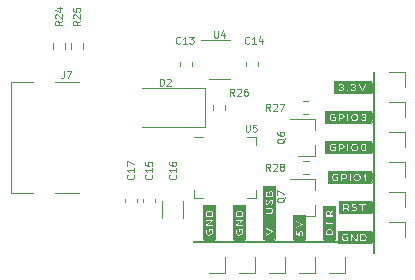
<source format=gbr>
%TF.GenerationSoftware,KiCad,Pcbnew,(5.99.0-8805-ge26c912b86)*%
%TF.CreationDate,2021-02-03T20:46:21+01:00*%
%TF.ProjectId,USB-CP2102-only,5553422d-4350-4323-9130-322d6f6e6c79,rev?*%
%TF.SameCoordinates,Original*%
%TF.FileFunction,Legend,Top*%
%TF.FilePolarity,Positive*%
%FSLAX46Y46*%
G04 Gerber Fmt 4.6, Leading zero omitted, Abs format (unit mm)*
G04 Created by KiCad (PCBNEW (5.99.0-8805-ge26c912b86)) date 2021-02-03 20:46:21*
%MOMM*%
%LPD*%
G01*
G04 APERTURE LIST*
%ADD10C,0.150000*%
%ADD11C,0.120000*%
%ADD12C,0.010000*%
G04 APERTURE END LIST*
D10*
%TO.C,*%
D11*
%TO.C,C15*%
X161035285Y-123179714D02*
X161063857Y-123208285D01*
X161092428Y-123294000D01*
X161092428Y-123351142D01*
X161063857Y-123436857D01*
X161006714Y-123494000D01*
X160949571Y-123522571D01*
X160835285Y-123551142D01*
X160749571Y-123551142D01*
X160635285Y-123522571D01*
X160578142Y-123494000D01*
X160521000Y-123436857D01*
X160492428Y-123351142D01*
X160492428Y-123294000D01*
X160521000Y-123208285D01*
X160549571Y-123179714D01*
X161092428Y-122608285D02*
X161092428Y-122951142D01*
X161092428Y-122779714D02*
X160492428Y-122779714D01*
X160578142Y-122836857D01*
X160635285Y-122894000D01*
X160663857Y-122951142D01*
X160492428Y-122065428D02*
X160492428Y-122351142D01*
X160778142Y-122379714D01*
X160749571Y-122351142D01*
X160721000Y-122294000D01*
X160721000Y-122151142D01*
X160749571Y-122094000D01*
X160778142Y-122065428D01*
X160835285Y-122036857D01*
X160978142Y-122036857D01*
X161035285Y-122065428D01*
X161063857Y-122094000D01*
X161092428Y-122151142D01*
X161092428Y-122294000D01*
X161063857Y-122351142D01*
X161035285Y-122379714D01*
%TO.C,Q6*%
X172328571Y-120057142D02*
X172300000Y-120114285D01*
X172242857Y-120171428D01*
X172157142Y-120257142D01*
X172128571Y-120314285D01*
X172128571Y-120371428D01*
X172271428Y-120342857D02*
X172242857Y-120400000D01*
X172185714Y-120457142D01*
X172071428Y-120485714D01*
X171871428Y-120485714D01*
X171757142Y-120457142D01*
X171700000Y-120400000D01*
X171671428Y-120342857D01*
X171671428Y-120228571D01*
X171700000Y-120171428D01*
X171757142Y-120114285D01*
X171871428Y-120085714D01*
X172071428Y-120085714D01*
X172185714Y-120114285D01*
X172242857Y-120171428D01*
X172271428Y-120228571D01*
X172271428Y-120342857D01*
X171671428Y-119571428D02*
X171671428Y-119685714D01*
X171700000Y-119742857D01*
X171728571Y-119771428D01*
X171814285Y-119828571D01*
X171928571Y-119857142D01*
X172157142Y-119857142D01*
X172214285Y-119828571D01*
X172242857Y-119800000D01*
X172271428Y-119742857D01*
X172271428Y-119628571D01*
X172242857Y-119571428D01*
X172214285Y-119542857D01*
X172157142Y-119514285D01*
X172014285Y-119514285D01*
X171957142Y-119542857D01*
X171928571Y-119571428D01*
X171900000Y-119628571D01*
X171900000Y-119742857D01*
X171928571Y-119800000D01*
X171957142Y-119828571D01*
X172014285Y-119857142D01*
%TO.C,Q7*%
X172328571Y-125057142D02*
X172300000Y-125114285D01*
X172242857Y-125171428D01*
X172157142Y-125257142D01*
X172128571Y-125314285D01*
X172128571Y-125371428D01*
X172271428Y-125342857D02*
X172242857Y-125400000D01*
X172185714Y-125457142D01*
X172071428Y-125485714D01*
X171871428Y-125485714D01*
X171757142Y-125457142D01*
X171700000Y-125400000D01*
X171671428Y-125342857D01*
X171671428Y-125228571D01*
X171700000Y-125171428D01*
X171757142Y-125114285D01*
X171871428Y-125085714D01*
X172071428Y-125085714D01*
X172185714Y-125114285D01*
X172242857Y-125171428D01*
X172271428Y-125228571D01*
X172271428Y-125342857D01*
X171671428Y-124885714D02*
X171671428Y-124485714D01*
X172271428Y-124742857D01*
%TO.C,R26*%
X168055285Y-116461428D02*
X167855285Y-116175714D01*
X167712428Y-116461428D02*
X167712428Y-115861428D01*
X167941000Y-115861428D01*
X167998142Y-115890000D01*
X168026714Y-115918571D01*
X168055285Y-115975714D01*
X168055285Y-116061428D01*
X168026714Y-116118571D01*
X167998142Y-116147142D01*
X167941000Y-116175714D01*
X167712428Y-116175714D01*
X168283857Y-115918571D02*
X168312428Y-115890000D01*
X168369571Y-115861428D01*
X168512428Y-115861428D01*
X168569571Y-115890000D01*
X168598142Y-115918571D01*
X168626714Y-115975714D01*
X168626714Y-116032857D01*
X168598142Y-116118571D01*
X168255285Y-116461428D01*
X168626714Y-116461428D01*
X169141000Y-115861428D02*
X169026714Y-115861428D01*
X168969571Y-115890000D01*
X168941000Y-115918571D01*
X168883857Y-116004285D01*
X168855285Y-116118571D01*
X168855285Y-116347142D01*
X168883857Y-116404285D01*
X168912428Y-116432857D01*
X168969571Y-116461428D01*
X169083857Y-116461428D01*
X169141000Y-116432857D01*
X169169571Y-116404285D01*
X169198142Y-116347142D01*
X169198142Y-116204285D01*
X169169571Y-116147142D01*
X169141000Y-116118571D01*
X169083857Y-116090000D01*
X168969571Y-116090000D01*
X168912428Y-116118571D01*
X168883857Y-116147142D01*
X168855285Y-116204285D01*
%TO.C,R28*%
X171103285Y-122811428D02*
X170903285Y-122525714D01*
X170760428Y-122811428D02*
X170760428Y-122211428D01*
X170989000Y-122211428D01*
X171046142Y-122240000D01*
X171074714Y-122268571D01*
X171103285Y-122325714D01*
X171103285Y-122411428D01*
X171074714Y-122468571D01*
X171046142Y-122497142D01*
X170989000Y-122525714D01*
X170760428Y-122525714D01*
X171331857Y-122268571D02*
X171360428Y-122240000D01*
X171417571Y-122211428D01*
X171560428Y-122211428D01*
X171617571Y-122240000D01*
X171646142Y-122268571D01*
X171674714Y-122325714D01*
X171674714Y-122382857D01*
X171646142Y-122468571D01*
X171303285Y-122811428D01*
X171674714Y-122811428D01*
X172017571Y-122468571D02*
X171960428Y-122440000D01*
X171931857Y-122411428D01*
X171903285Y-122354285D01*
X171903285Y-122325714D01*
X171931857Y-122268571D01*
X171960428Y-122240000D01*
X172017571Y-122211428D01*
X172131857Y-122211428D01*
X172189000Y-122240000D01*
X172217571Y-122268571D01*
X172246142Y-122325714D01*
X172246142Y-122354285D01*
X172217571Y-122411428D01*
X172189000Y-122440000D01*
X172131857Y-122468571D01*
X172017571Y-122468571D01*
X171960428Y-122497142D01*
X171931857Y-122525714D01*
X171903285Y-122582857D01*
X171903285Y-122697142D01*
X171931857Y-122754285D01*
X171960428Y-122782857D01*
X172017571Y-122811428D01*
X172131857Y-122811428D01*
X172189000Y-122782857D01*
X172217571Y-122754285D01*
X172246142Y-122697142D01*
X172246142Y-122582857D01*
X172217571Y-122525714D01*
X172189000Y-122497142D01*
X172131857Y-122468571D01*
%TO.C,U4*%
X166306857Y-110946428D02*
X166306857Y-111432142D01*
X166335428Y-111489285D01*
X166364000Y-111517857D01*
X166421142Y-111546428D01*
X166535428Y-111546428D01*
X166592571Y-111517857D01*
X166621142Y-111489285D01*
X166649714Y-111432142D01*
X166649714Y-110946428D01*
X167192571Y-111146428D02*
X167192571Y-111546428D01*
X167049714Y-110917857D02*
X166906857Y-111346428D01*
X167278285Y-111346428D01*
%TO.C,J7*%
X153610000Y-114399428D02*
X153610000Y-114828000D01*
X153581428Y-114913714D01*
X153524285Y-114970857D01*
X153438571Y-114999428D01*
X153381428Y-114999428D01*
X153838571Y-114399428D02*
X154238571Y-114399428D01*
X153981428Y-114999428D01*
%TO.C,U5*%
X168999857Y-118909428D02*
X168999857Y-119395142D01*
X169028428Y-119452285D01*
X169057000Y-119480857D01*
X169114142Y-119509428D01*
X169228428Y-119509428D01*
X169285571Y-119480857D01*
X169314142Y-119452285D01*
X169342714Y-119395142D01*
X169342714Y-118909428D01*
X169914142Y-118909428D02*
X169628428Y-118909428D01*
X169599857Y-119195142D01*
X169628428Y-119166571D01*
X169685571Y-119138000D01*
X169828428Y-119138000D01*
X169885571Y-119166571D01*
X169914142Y-119195142D01*
X169942714Y-119252285D01*
X169942714Y-119395142D01*
X169914142Y-119452285D01*
X169885571Y-119480857D01*
X169828428Y-119509428D01*
X169685571Y-119509428D01*
X169628428Y-119480857D01*
X169599857Y-119452285D01*
%TO.C,R27*%
X171103285Y-117731428D02*
X170903285Y-117445714D01*
X170760428Y-117731428D02*
X170760428Y-117131428D01*
X170989000Y-117131428D01*
X171046142Y-117160000D01*
X171074714Y-117188571D01*
X171103285Y-117245714D01*
X171103285Y-117331428D01*
X171074714Y-117388571D01*
X171046142Y-117417142D01*
X170989000Y-117445714D01*
X170760428Y-117445714D01*
X171331857Y-117188571D02*
X171360428Y-117160000D01*
X171417571Y-117131428D01*
X171560428Y-117131428D01*
X171617571Y-117160000D01*
X171646142Y-117188571D01*
X171674714Y-117245714D01*
X171674714Y-117302857D01*
X171646142Y-117388571D01*
X171303285Y-117731428D01*
X171674714Y-117731428D01*
X171874714Y-117131428D02*
X172274714Y-117131428D01*
X172017571Y-117731428D01*
%TO.C,C14*%
X169299285Y-111997285D02*
X169270714Y-112025857D01*
X169185000Y-112054428D01*
X169127857Y-112054428D01*
X169042142Y-112025857D01*
X168985000Y-111968714D01*
X168956428Y-111911571D01*
X168927857Y-111797285D01*
X168927857Y-111711571D01*
X168956428Y-111597285D01*
X168985000Y-111540142D01*
X169042142Y-111483000D01*
X169127857Y-111454428D01*
X169185000Y-111454428D01*
X169270714Y-111483000D01*
X169299285Y-111511571D01*
X169870714Y-112054428D02*
X169527857Y-112054428D01*
X169699285Y-112054428D02*
X169699285Y-111454428D01*
X169642142Y-111540142D01*
X169585000Y-111597285D01*
X169527857Y-111625857D01*
X170385000Y-111654428D02*
X170385000Y-112054428D01*
X170242142Y-111425857D02*
X170099285Y-111854428D01*
X170470714Y-111854428D01*
%TO.C,C13*%
X163457285Y-111997285D02*
X163428714Y-112025857D01*
X163343000Y-112054428D01*
X163285857Y-112054428D01*
X163200142Y-112025857D01*
X163143000Y-111968714D01*
X163114428Y-111911571D01*
X163085857Y-111797285D01*
X163085857Y-111711571D01*
X163114428Y-111597285D01*
X163143000Y-111540142D01*
X163200142Y-111483000D01*
X163285857Y-111454428D01*
X163343000Y-111454428D01*
X163428714Y-111483000D01*
X163457285Y-111511571D01*
X164028714Y-112054428D02*
X163685857Y-112054428D01*
X163857285Y-112054428D02*
X163857285Y-111454428D01*
X163800142Y-111540142D01*
X163743000Y-111597285D01*
X163685857Y-111625857D01*
X164228714Y-111454428D02*
X164600142Y-111454428D01*
X164400142Y-111683000D01*
X164485857Y-111683000D01*
X164543000Y-111711571D01*
X164571571Y-111740142D01*
X164600142Y-111797285D01*
X164600142Y-111940142D01*
X164571571Y-111997285D01*
X164543000Y-112025857D01*
X164485857Y-112054428D01*
X164314428Y-112054428D01*
X164257285Y-112025857D01*
X164228714Y-111997285D01*
%TO.C,R25*%
X154970428Y-110136714D02*
X154684714Y-110336714D01*
X154970428Y-110479571D02*
X154370428Y-110479571D01*
X154370428Y-110251000D01*
X154399000Y-110193857D01*
X154427571Y-110165285D01*
X154484714Y-110136714D01*
X154570428Y-110136714D01*
X154627571Y-110165285D01*
X154656142Y-110193857D01*
X154684714Y-110251000D01*
X154684714Y-110479571D01*
X154427571Y-109908142D02*
X154399000Y-109879571D01*
X154370428Y-109822428D01*
X154370428Y-109679571D01*
X154399000Y-109622428D01*
X154427571Y-109593857D01*
X154484714Y-109565285D01*
X154541857Y-109565285D01*
X154627571Y-109593857D01*
X154970428Y-109936714D01*
X154970428Y-109565285D01*
X154370428Y-109022428D02*
X154370428Y-109308142D01*
X154656142Y-109336714D01*
X154627571Y-109308142D01*
X154599000Y-109251000D01*
X154599000Y-109108142D01*
X154627571Y-109051000D01*
X154656142Y-109022428D01*
X154713285Y-108993857D01*
X154856142Y-108993857D01*
X154913285Y-109022428D01*
X154941857Y-109051000D01*
X154970428Y-109108142D01*
X154970428Y-109251000D01*
X154941857Y-109308142D01*
X154913285Y-109336714D01*
%TO.C,D2*%
X161749142Y-115610428D02*
X161749142Y-115010428D01*
X161892000Y-115010428D01*
X161977714Y-115039000D01*
X162034857Y-115096142D01*
X162063428Y-115153285D01*
X162092000Y-115267571D01*
X162092000Y-115353285D01*
X162063428Y-115467571D01*
X162034857Y-115524714D01*
X161977714Y-115581857D01*
X161892000Y-115610428D01*
X161749142Y-115610428D01*
X162320571Y-115067571D02*
X162349142Y-115039000D01*
X162406285Y-115010428D01*
X162549142Y-115010428D01*
X162606285Y-115039000D01*
X162634857Y-115067571D01*
X162663428Y-115124714D01*
X162663428Y-115181857D01*
X162634857Y-115267571D01*
X162292000Y-115610428D01*
X162663428Y-115610428D01*
%TO.C,C16*%
X163067285Y-123179714D02*
X163095857Y-123208285D01*
X163124428Y-123294000D01*
X163124428Y-123351142D01*
X163095857Y-123436857D01*
X163038714Y-123494000D01*
X162981571Y-123522571D01*
X162867285Y-123551142D01*
X162781571Y-123551142D01*
X162667285Y-123522571D01*
X162610142Y-123494000D01*
X162553000Y-123436857D01*
X162524428Y-123351142D01*
X162524428Y-123294000D01*
X162553000Y-123208285D01*
X162581571Y-123179714D01*
X163124428Y-122608285D02*
X163124428Y-122951142D01*
X163124428Y-122779714D02*
X162524428Y-122779714D01*
X162610142Y-122836857D01*
X162667285Y-122894000D01*
X162695857Y-122951142D01*
X162524428Y-122094000D02*
X162524428Y-122208285D01*
X162553000Y-122265428D01*
X162581571Y-122294000D01*
X162667285Y-122351142D01*
X162781571Y-122379714D01*
X163010142Y-122379714D01*
X163067285Y-122351142D01*
X163095857Y-122322571D01*
X163124428Y-122265428D01*
X163124428Y-122151142D01*
X163095857Y-122094000D01*
X163067285Y-122065428D01*
X163010142Y-122036857D01*
X162867285Y-122036857D01*
X162810142Y-122065428D01*
X162781571Y-122094000D01*
X162753000Y-122151142D01*
X162753000Y-122265428D01*
X162781571Y-122322571D01*
X162810142Y-122351142D01*
X162867285Y-122379714D01*
%TO.C,R24*%
X153446428Y-110136714D02*
X153160714Y-110336714D01*
X153446428Y-110479571D02*
X152846428Y-110479571D01*
X152846428Y-110251000D01*
X152875000Y-110193857D01*
X152903571Y-110165285D01*
X152960714Y-110136714D01*
X153046428Y-110136714D01*
X153103571Y-110165285D01*
X153132142Y-110193857D01*
X153160714Y-110251000D01*
X153160714Y-110479571D01*
X152903571Y-109908142D02*
X152875000Y-109879571D01*
X152846428Y-109822428D01*
X152846428Y-109679571D01*
X152875000Y-109622428D01*
X152903571Y-109593857D01*
X152960714Y-109565285D01*
X153017857Y-109565285D01*
X153103571Y-109593857D01*
X153446428Y-109936714D01*
X153446428Y-109565285D01*
X153046428Y-109051000D02*
X153446428Y-109051000D01*
X152817857Y-109193857D02*
X153246428Y-109336714D01*
X153246428Y-108965285D01*
%TO.C,C17*%
X159511285Y-123179714D02*
X159539857Y-123208285D01*
X159568428Y-123294000D01*
X159568428Y-123351142D01*
X159539857Y-123436857D01*
X159482714Y-123494000D01*
X159425571Y-123522571D01*
X159311285Y-123551142D01*
X159225571Y-123551142D01*
X159111285Y-123522571D01*
X159054142Y-123494000D01*
X158997000Y-123436857D01*
X158968428Y-123351142D01*
X158968428Y-123294000D01*
X158997000Y-123208285D01*
X159025571Y-123179714D01*
X159568428Y-122608285D02*
X159568428Y-122951142D01*
X159568428Y-122779714D02*
X158968428Y-122779714D01*
X159054142Y-122836857D01*
X159111285Y-122894000D01*
X159139857Y-122951142D01*
X158968428Y-122408285D02*
X158968428Y-122008285D01*
X159568428Y-122265428D01*
D12*
%TO.C,*%
X175550400Y-128359200D02*
X175550400Y-128559200D01*
X175550400Y-128559200D02*
X175570400Y-128599200D01*
X175570400Y-128599200D02*
X176030400Y-128819200D01*
X176030400Y-128819200D02*
X176070400Y-128829200D01*
X176070400Y-128829200D02*
X176530400Y-128609200D01*
X176530400Y-128609200D02*
X176570400Y-128579200D01*
X176570400Y-128579200D02*
X176570400Y-125779200D01*
X176570400Y-125779200D02*
X176540400Y-125759200D01*
X176540400Y-125759200D02*
X175570400Y-125759200D01*
X175570400Y-125759200D02*
X175550400Y-125789200D01*
X175550400Y-125789200D02*
X175550400Y-128329200D01*
X175550400Y-128329200D02*
X175710400Y-128269200D01*
X175710400Y-128269200D02*
X175700400Y-128209200D01*
X175700400Y-128209200D02*
X175700400Y-128179200D01*
X175700400Y-128179200D02*
X175700400Y-128029200D01*
X175700400Y-128029200D02*
X175700400Y-127979200D01*
X175700400Y-127979200D02*
X175710400Y-127929200D01*
X175710400Y-127929200D02*
X175730400Y-127879200D01*
X175730400Y-127879200D02*
X175750400Y-127839200D01*
X175750400Y-127839200D02*
X175780400Y-127799200D01*
X175780400Y-127799200D02*
X175820400Y-127759200D01*
X175820400Y-127759200D02*
X175860400Y-127729200D01*
X175860400Y-127729200D02*
X175900400Y-127699200D01*
X175900400Y-127699200D02*
X175830400Y-127529200D01*
X175830400Y-127529200D02*
X175780400Y-127539200D01*
X175780400Y-127539200D02*
X175730400Y-127539200D01*
X175730400Y-127539200D02*
X175700400Y-127499200D01*
X175700400Y-127499200D02*
X175700400Y-127439200D01*
X175700400Y-127439200D02*
X175700400Y-126929200D01*
X175700400Y-126929200D02*
X175710400Y-126879200D01*
X175710400Y-126879200D02*
X175750400Y-126859200D01*
X175750400Y-126859200D02*
X175750400Y-126689200D01*
X175750400Y-126689200D02*
X175710400Y-126669200D01*
X175710400Y-126669200D02*
X175700400Y-126619200D01*
X175700400Y-126619200D02*
X175690400Y-126409200D01*
X175690400Y-126409200D02*
X175700400Y-126359200D01*
X175700400Y-126359200D02*
X175710400Y-126319200D01*
X175710400Y-126319200D02*
X175730400Y-126269200D01*
X175730400Y-126269200D02*
X175760400Y-126229200D01*
X175760400Y-126229200D02*
X175790400Y-126189200D01*
X175790400Y-126189200D02*
X175840400Y-126159200D01*
X175840400Y-126159200D02*
X175880400Y-126139200D01*
X175880400Y-126139200D02*
X175930400Y-126129200D01*
X175930400Y-126129200D02*
X175990400Y-126129200D01*
X175990400Y-126129200D02*
X176040400Y-126139200D01*
X176040400Y-126139200D02*
X176080400Y-126159200D01*
X176080400Y-126159200D02*
X176120400Y-126189200D01*
X176120400Y-126189200D02*
X176160400Y-126199200D01*
X176160400Y-126199200D02*
X176250400Y-126159200D01*
X176250400Y-126159200D02*
X176290400Y-126139200D01*
X176290400Y-126139200D02*
X176340400Y-126129200D01*
X176340400Y-126129200D02*
X176370400Y-126139200D01*
X176370400Y-126139200D02*
X176400400Y-126199200D01*
X176400400Y-126199200D02*
X176420400Y-126239200D01*
X176420400Y-126239200D02*
X176390400Y-126279200D01*
X176390400Y-126279200D02*
X176270400Y-126339200D01*
X176270400Y-126339200D02*
X176210400Y-126369200D01*
X176210400Y-126369200D02*
X176210400Y-126469200D01*
X176210400Y-126469200D02*
X176220400Y-126509200D01*
X176220400Y-126509200D02*
X176330400Y-126509200D01*
X176330400Y-126509200D02*
X176370400Y-126519200D01*
X176370400Y-126519200D02*
X176400400Y-126549200D01*
X176400400Y-126549200D02*
X176410400Y-126609200D01*
X176410400Y-126609200D02*
X176400400Y-126659200D01*
X176400400Y-126659200D02*
X176360400Y-126679200D01*
X176360400Y-126679200D02*
X176310400Y-126689200D01*
X176310400Y-126689200D02*
X175750400Y-126689200D01*
X175750400Y-126689200D02*
X175760400Y-126859200D01*
X175760400Y-126859200D02*
X175810400Y-126869200D01*
X175810400Y-126869200D02*
X175840400Y-126899200D01*
X175840400Y-126899200D02*
X175840400Y-126949200D01*
X175840400Y-126949200D02*
X175840400Y-127099200D01*
X175840400Y-127099200D02*
X175880400Y-127119200D01*
X175880400Y-127119200D02*
X176340400Y-127119200D01*
X176340400Y-127119200D02*
X176390400Y-127129200D01*
X176390400Y-127129200D02*
X176410400Y-127169200D01*
X176410400Y-127169200D02*
X176420400Y-127219200D01*
X176420400Y-127219200D02*
X176400400Y-127269200D01*
X176400400Y-127269200D02*
X176360400Y-127289200D01*
X176360400Y-127289200D02*
X175850400Y-127289200D01*
X175850400Y-127289200D02*
X175840400Y-127329200D01*
X175840400Y-127329200D02*
X175840400Y-127479200D01*
X175840400Y-127479200D02*
X175830400Y-127529200D01*
X175830400Y-127529200D02*
X175910400Y-127699200D01*
X175910400Y-127699200D02*
X175950400Y-127689200D01*
X175950400Y-127689200D02*
X176000400Y-127679200D01*
X176000400Y-127679200D02*
X176050400Y-127669200D01*
X176050400Y-127669200D02*
X176100400Y-127669200D01*
X176100400Y-127669200D02*
X176150400Y-127679200D01*
X176150400Y-127679200D02*
X176200400Y-127699200D01*
X176200400Y-127699200D02*
X176240400Y-127719200D01*
X176240400Y-127719200D02*
X176290400Y-127749200D01*
X176290400Y-127749200D02*
X176320400Y-127789200D01*
X176320400Y-127789200D02*
X176360400Y-127829200D01*
X176360400Y-127829200D02*
X176380400Y-127869200D01*
X176380400Y-127869200D02*
X176400400Y-127919200D01*
X176400400Y-127919200D02*
X176410400Y-127969200D01*
X176410400Y-127969200D02*
X176420400Y-128019200D01*
X176420400Y-128019200D02*
X176410400Y-128229200D01*
X176410400Y-128229200D02*
X176400400Y-128279200D01*
X176400400Y-128279200D02*
X176360400Y-128289200D01*
X176360400Y-128289200D02*
X176300400Y-128289200D01*
X176300400Y-128289200D02*
X175750400Y-128289200D01*
X175750400Y-128289200D02*
X175710400Y-128269200D01*
X175710400Y-128269200D02*
X175550400Y-128329200D01*
X175550400Y-128329200D02*
X175550400Y-128359200D01*
X175550400Y-128359200D02*
X175550400Y-128359200D01*
G36*
X175570400Y-125759200D02*
G01*
X176540400Y-125759200D01*
X176570400Y-125779200D01*
X176570400Y-128579200D01*
X176530400Y-128609200D01*
X176070400Y-128829200D01*
X176030400Y-128819200D01*
X175570400Y-128599200D01*
X175550400Y-128559200D01*
X175550400Y-126409200D01*
X175690400Y-126409200D01*
X175700400Y-126619200D01*
X175710400Y-126669200D01*
X175750400Y-126689200D01*
X175750400Y-126859200D01*
X175710400Y-126879200D01*
X175700400Y-126929200D01*
X175700400Y-127499200D01*
X175730400Y-127539200D01*
X175780400Y-127539200D01*
X175830400Y-127529200D01*
X175900400Y-127699200D01*
X175820400Y-127759200D01*
X175780400Y-127799200D01*
X175750400Y-127839200D01*
X175730400Y-127879200D01*
X175710400Y-127929200D01*
X175700400Y-127979200D01*
X175700400Y-128209200D01*
X175710400Y-128269200D01*
X175750400Y-128289200D01*
X176360400Y-128289200D01*
X176400400Y-128279200D01*
X176410400Y-128229200D01*
X176420400Y-128019200D01*
X176400400Y-127919200D01*
X176380400Y-127869200D01*
X176360400Y-127829200D01*
X176320400Y-127789200D01*
X176290400Y-127749200D01*
X176240400Y-127719200D01*
X176200400Y-127699200D01*
X176150400Y-127679200D01*
X176100400Y-127669200D01*
X176050400Y-127669200D01*
X175950400Y-127689200D01*
X175910400Y-127699200D01*
X175830400Y-127529200D01*
X175840400Y-127479200D01*
X175840400Y-127329200D01*
X175850400Y-127289200D01*
X176360400Y-127289200D01*
X176400400Y-127269200D01*
X176420400Y-127219200D01*
X176410400Y-127169200D01*
X176390400Y-127129200D01*
X176340400Y-127119200D01*
X175880400Y-127119200D01*
X175840400Y-127099200D01*
X175840400Y-126899200D01*
X175810400Y-126869200D01*
X175760400Y-126859200D01*
X175750400Y-126689200D01*
X176310400Y-126689200D01*
X176360400Y-126679200D01*
X176400400Y-126659200D01*
X176410400Y-126609200D01*
X176400400Y-126549200D01*
X176370400Y-126519200D01*
X176330400Y-126509200D01*
X176220400Y-126509200D01*
X176210400Y-126469200D01*
X176210400Y-126369200D01*
X176390400Y-126279200D01*
X176420400Y-126239200D01*
X176370400Y-126139200D01*
X176340400Y-126129200D01*
X176290400Y-126139200D01*
X176250400Y-126159200D01*
X176160400Y-126199200D01*
X176120400Y-126189200D01*
X176080400Y-126159200D01*
X176040400Y-126139200D01*
X175990400Y-126129200D01*
X175930400Y-126129200D01*
X175880400Y-126139200D01*
X175840400Y-126159200D01*
X175790400Y-126189200D01*
X175730400Y-126269200D01*
X175710400Y-126319200D01*
X175700400Y-126359200D01*
X175690400Y-126409200D01*
X175550400Y-126409200D01*
X175550400Y-125789200D01*
X175570400Y-125759200D01*
G37*
X175570400Y-125759200D02*
X176540400Y-125759200D01*
X176570400Y-125779200D01*
X176570400Y-128579200D01*
X176530400Y-128609200D01*
X176070400Y-128829200D01*
X176030400Y-128819200D01*
X175570400Y-128599200D01*
X175550400Y-128559200D01*
X175550400Y-126409200D01*
X175690400Y-126409200D01*
X175700400Y-126619200D01*
X175710400Y-126669200D01*
X175750400Y-126689200D01*
X175750400Y-126859200D01*
X175710400Y-126879200D01*
X175700400Y-126929200D01*
X175700400Y-127499200D01*
X175730400Y-127539200D01*
X175780400Y-127539200D01*
X175830400Y-127529200D01*
X175900400Y-127699200D01*
X175820400Y-127759200D01*
X175780400Y-127799200D01*
X175750400Y-127839200D01*
X175730400Y-127879200D01*
X175710400Y-127929200D01*
X175700400Y-127979200D01*
X175700400Y-128209200D01*
X175710400Y-128269200D01*
X175750400Y-128289200D01*
X176360400Y-128289200D01*
X176400400Y-128279200D01*
X176410400Y-128229200D01*
X176420400Y-128019200D01*
X176400400Y-127919200D01*
X176380400Y-127869200D01*
X176360400Y-127829200D01*
X176320400Y-127789200D01*
X176290400Y-127749200D01*
X176240400Y-127719200D01*
X176200400Y-127699200D01*
X176150400Y-127679200D01*
X176100400Y-127669200D01*
X176050400Y-127669200D01*
X175950400Y-127689200D01*
X175910400Y-127699200D01*
X175830400Y-127529200D01*
X175840400Y-127479200D01*
X175840400Y-127329200D01*
X175850400Y-127289200D01*
X176360400Y-127289200D01*
X176400400Y-127269200D01*
X176420400Y-127219200D01*
X176410400Y-127169200D01*
X176390400Y-127129200D01*
X176340400Y-127119200D01*
X175880400Y-127119200D01*
X175840400Y-127099200D01*
X175840400Y-126899200D01*
X175810400Y-126869200D01*
X175760400Y-126859200D01*
X175750400Y-126689200D01*
X176310400Y-126689200D01*
X176360400Y-126679200D01*
X176400400Y-126659200D01*
X176410400Y-126609200D01*
X176400400Y-126549200D01*
X176370400Y-126519200D01*
X176330400Y-126509200D01*
X176220400Y-126509200D01*
X176210400Y-126469200D01*
X176210400Y-126369200D01*
X176390400Y-126279200D01*
X176420400Y-126239200D01*
X176370400Y-126139200D01*
X176340400Y-126129200D01*
X176290400Y-126139200D01*
X176250400Y-126159200D01*
X176160400Y-126199200D01*
X176120400Y-126189200D01*
X176080400Y-126159200D01*
X176040400Y-126139200D01*
X175990400Y-126129200D01*
X175930400Y-126129200D01*
X175880400Y-126139200D01*
X175840400Y-126159200D01*
X175790400Y-126189200D01*
X175730400Y-126269200D01*
X175710400Y-126319200D01*
X175700400Y-126359200D01*
X175690400Y-126409200D01*
X175550400Y-126409200D01*
X175550400Y-125789200D01*
X175570400Y-125759200D01*
X176210400Y-127919200D02*
X176170400Y-127889200D01*
X176170400Y-127889200D02*
X176130400Y-127859200D01*
X176130400Y-127859200D02*
X176080400Y-127849200D01*
X176080400Y-127849200D02*
X176030400Y-127849200D01*
X176030400Y-127849200D02*
X175980400Y-127859200D01*
X175980400Y-127859200D02*
X175940400Y-127879200D01*
X175940400Y-127879200D02*
X175910400Y-127919200D01*
X175910400Y-127919200D02*
X175880400Y-127969200D01*
X175880400Y-127969200D02*
X175870400Y-128009200D01*
X175870400Y-128009200D02*
X175870400Y-128119200D01*
X175870400Y-128119200D02*
X175920400Y-128119200D01*
X175920400Y-128119200D02*
X176230400Y-128119200D01*
X176230400Y-128119200D02*
X176240400Y-128079200D01*
X176240400Y-128079200D02*
X176240400Y-127979200D01*
X176240400Y-127979200D02*
X176210400Y-127919200D01*
X176210400Y-127919200D02*
X176210400Y-127919200D01*
G36*
X176130400Y-127859200D02*
G01*
X176210400Y-127919200D01*
X176240400Y-127979200D01*
X176240400Y-128079200D01*
X176230400Y-128119200D01*
X175870400Y-128119200D01*
X175870400Y-128009200D01*
X175880400Y-127969200D01*
X175910400Y-127919200D01*
X175940400Y-127879200D01*
X175980400Y-127859200D01*
X176030400Y-127849200D01*
X176080400Y-127849200D01*
X176130400Y-127859200D01*
G37*
X176130400Y-127859200D02*
X176210400Y-127919200D01*
X176240400Y-127979200D01*
X176240400Y-128079200D01*
X176230400Y-128119200D01*
X175870400Y-128119200D01*
X175870400Y-128009200D01*
X175880400Y-127969200D01*
X175910400Y-127919200D01*
X175940400Y-127879200D01*
X175980400Y-127859200D01*
X176030400Y-127849200D01*
X176080400Y-127849200D01*
X176130400Y-127859200D01*
X176040400Y-126499200D02*
X176040400Y-126399200D01*
X176040400Y-126399200D02*
X176030400Y-126349200D01*
X176030400Y-126349200D02*
X175990400Y-126309200D01*
X175990400Y-126309200D02*
X175940400Y-126309200D01*
X175940400Y-126309200D02*
X175900400Y-126329200D01*
X175900400Y-126329200D02*
X175870400Y-126369200D01*
X175870400Y-126369200D02*
X175870400Y-126419200D01*
X175870400Y-126419200D02*
X175870400Y-126469200D01*
X175870400Y-126469200D02*
X175870400Y-126509200D01*
X175870400Y-126509200D02*
X176030400Y-126509200D01*
X176030400Y-126509200D02*
X176040400Y-126499200D01*
X176040400Y-126499200D02*
X176040400Y-126499200D01*
G36*
X176030400Y-126349200D02*
G01*
X176040400Y-126399200D01*
X176040400Y-126499200D01*
X176030400Y-126509200D01*
X175870400Y-126509200D01*
X175870400Y-126369200D01*
X175900400Y-126329200D01*
X175940400Y-126309200D01*
X175990400Y-126309200D01*
X176030400Y-126349200D01*
G37*
X176030400Y-126349200D02*
X176040400Y-126399200D01*
X176040400Y-126499200D01*
X176030400Y-126509200D01*
X175870400Y-126509200D01*
X175870400Y-126369200D01*
X175900400Y-126329200D01*
X175940400Y-126309200D01*
X175990400Y-126309200D01*
X176030400Y-126349200D01*
X173010400Y-128379200D02*
X173010400Y-128579200D01*
X173010400Y-128579200D02*
X173050400Y-128609200D01*
X173050400Y-128609200D02*
X173510400Y-128829200D01*
X173510400Y-128829200D02*
X173550400Y-128819200D01*
X173550400Y-128819200D02*
X174010400Y-128599200D01*
X174010400Y-128599200D02*
X174030400Y-128559200D01*
X174030400Y-128559200D02*
X174030400Y-126569200D01*
X174030400Y-126569200D02*
X173990400Y-126559200D01*
X173990400Y-126559200D02*
X173020400Y-126559200D01*
X173020400Y-126559200D02*
X173010400Y-126599200D01*
X173010400Y-126599200D02*
X173010400Y-128329200D01*
X173010400Y-128329200D02*
X173160400Y-128229200D01*
X173160400Y-128229200D02*
X173140400Y-128179200D01*
X173140400Y-128179200D02*
X173140400Y-128159200D01*
X173140400Y-128159200D02*
X173140400Y-127959200D01*
X173140400Y-127959200D02*
X173150400Y-127909200D01*
X173150400Y-127909200D02*
X173170400Y-127869200D01*
X173170400Y-127869200D02*
X173210400Y-127859200D01*
X173210400Y-127859200D02*
X173220400Y-127679200D01*
X173220400Y-127679200D02*
X173180400Y-127649200D01*
X173180400Y-127649200D02*
X173160400Y-127599200D01*
X173160400Y-127599200D02*
X173160400Y-127549200D01*
X173160400Y-127549200D02*
X173200400Y-127519200D01*
X173200400Y-127519200D02*
X173230400Y-127509200D01*
X173230400Y-127509200D02*
X173630400Y-127329200D01*
X173630400Y-127329200D02*
X173610400Y-127309200D01*
X173610400Y-127309200D02*
X173240400Y-127139200D01*
X173240400Y-127139200D02*
X173200400Y-127119200D01*
X173200400Y-127119200D02*
X173160400Y-127089200D01*
X173160400Y-127089200D02*
X173160400Y-127039200D01*
X173160400Y-127039200D02*
X173170400Y-127009200D01*
X173170400Y-127009200D02*
X173210400Y-126969200D01*
X173210400Y-126969200D02*
X173240400Y-126959200D01*
X173240400Y-126959200D02*
X173290400Y-126969200D01*
X173290400Y-126969200D02*
X173800400Y-127219200D01*
X173800400Y-127219200D02*
X173840400Y-127249200D01*
X173840400Y-127249200D02*
X173870400Y-127279200D01*
X173870400Y-127279200D02*
X173880400Y-127329200D01*
X173880400Y-127329200D02*
X173860400Y-127379200D01*
X173860400Y-127379200D02*
X173810400Y-127409200D01*
X173810400Y-127409200D02*
X173260400Y-127679200D01*
X173260400Y-127679200D02*
X173220400Y-127679200D01*
X173220400Y-127679200D02*
X173220400Y-127859200D01*
X173220400Y-127859200D02*
X173280400Y-127859200D01*
X173280400Y-127859200D02*
X173310400Y-127889200D01*
X173310400Y-127889200D02*
X173320400Y-127939200D01*
X173320400Y-127939200D02*
X173320400Y-128089200D01*
X173320400Y-128089200D02*
X173340400Y-128109200D01*
X173340400Y-128109200D02*
X173390400Y-128099200D01*
X173390400Y-128099200D02*
X173390400Y-128049200D01*
X173390400Y-128049200D02*
X173400400Y-127999200D01*
X173400400Y-127999200D02*
X173420400Y-127949200D01*
X173420400Y-127949200D02*
X173460400Y-127909200D01*
X173460400Y-127909200D02*
X173500400Y-127879200D01*
X173500400Y-127879200D02*
X173540400Y-127859200D01*
X173540400Y-127859200D02*
X173590400Y-127839200D01*
X173590400Y-127839200D02*
X173640400Y-127839200D01*
X173640400Y-127839200D02*
X173690400Y-127849200D01*
X173690400Y-127849200D02*
X173740400Y-127859200D01*
X173740400Y-127859200D02*
X173780400Y-127889200D01*
X173780400Y-127889200D02*
X173820400Y-127929200D01*
X173820400Y-127929200D02*
X173850400Y-127969200D01*
X173850400Y-127969200D02*
X173870400Y-128009200D01*
X173870400Y-128009200D02*
X173870400Y-128059200D01*
X173870400Y-128059200D02*
X173870400Y-128119200D01*
X173870400Y-128119200D02*
X173860400Y-128169200D01*
X173860400Y-128169200D02*
X173850400Y-128209200D01*
X173850400Y-128209200D02*
X173820400Y-128259200D01*
X173820400Y-128259200D02*
X173790400Y-128299200D01*
X173790400Y-128299200D02*
X173740400Y-128319200D01*
X173740400Y-128319200D02*
X173700400Y-128299200D01*
X173700400Y-128299200D02*
X173660400Y-128259200D01*
X173660400Y-128259200D02*
X173650400Y-128219200D01*
X173650400Y-128219200D02*
X173670400Y-128169200D01*
X173670400Y-128169200D02*
X173700400Y-128129200D01*
X173700400Y-128129200D02*
X173700400Y-128069200D01*
X173700400Y-128069200D02*
X173680400Y-128029200D01*
X173680400Y-128029200D02*
X173640400Y-128009200D01*
X173640400Y-128009200D02*
X173590400Y-128019200D01*
X173590400Y-128019200D02*
X173560400Y-128069200D01*
X173560400Y-128069200D02*
X173570400Y-128119200D01*
X173570400Y-128119200D02*
X173590400Y-128159200D01*
X173590400Y-128159200D02*
X173600400Y-128209200D01*
X173600400Y-128209200D02*
X173580400Y-128259200D01*
X173580400Y-128259200D02*
X173550400Y-128299200D01*
X173550400Y-128299200D02*
X173520400Y-128309200D01*
X173520400Y-128309200D02*
X173230400Y-128269200D01*
X173230400Y-128269200D02*
X173200400Y-128259200D01*
X173200400Y-128259200D02*
X173160400Y-128229200D01*
X173160400Y-128229200D02*
X173010400Y-128329200D01*
X173010400Y-128329200D02*
X173010400Y-128379200D01*
X173010400Y-128379200D02*
X173010400Y-128379200D01*
G36*
X173020400Y-126559200D02*
G01*
X173990400Y-126559200D01*
X174030400Y-126569200D01*
X174030400Y-128559200D01*
X174010400Y-128599200D01*
X173550400Y-128819200D01*
X173510400Y-128829200D01*
X173050400Y-128609200D01*
X173010400Y-128579200D01*
X173010400Y-127959200D01*
X173140400Y-127959200D01*
X173140400Y-128179200D01*
X173160400Y-128229200D01*
X173200400Y-128259200D01*
X173230400Y-128269200D01*
X173520400Y-128309200D01*
X173550400Y-128299200D01*
X173580400Y-128259200D01*
X173600400Y-128209200D01*
X173590400Y-128159200D01*
X173570400Y-128119200D01*
X173560400Y-128069200D01*
X173590400Y-128019200D01*
X173640400Y-128009200D01*
X173680400Y-128029200D01*
X173700400Y-128069200D01*
X173700400Y-128129200D01*
X173670400Y-128169200D01*
X173650400Y-128219200D01*
X173660400Y-128259200D01*
X173700400Y-128299200D01*
X173740400Y-128319200D01*
X173790400Y-128299200D01*
X173820400Y-128259200D01*
X173850400Y-128209200D01*
X173860400Y-128169200D01*
X173870400Y-128119200D01*
X173870400Y-128009200D01*
X173850400Y-127969200D01*
X173820400Y-127929200D01*
X173780400Y-127889200D01*
X173740400Y-127859200D01*
X173640400Y-127839200D01*
X173590400Y-127839200D01*
X173540400Y-127859200D01*
X173500400Y-127879200D01*
X173460400Y-127909200D01*
X173420400Y-127949200D01*
X173400400Y-127999200D01*
X173390400Y-128049200D01*
X173390400Y-128099200D01*
X173340400Y-128109200D01*
X173320400Y-128089200D01*
X173320400Y-127939200D01*
X173310400Y-127889200D01*
X173280400Y-127859200D01*
X173220400Y-127859200D01*
X173220400Y-127679200D01*
X173260400Y-127679200D01*
X173810400Y-127409200D01*
X173860400Y-127379200D01*
X173880400Y-127329200D01*
X173870400Y-127279200D01*
X173840400Y-127249200D01*
X173800400Y-127219200D01*
X173290400Y-126969200D01*
X173240400Y-126959200D01*
X173210400Y-126969200D01*
X173170400Y-127009200D01*
X173160400Y-127039200D01*
X173160400Y-127089200D01*
X173200400Y-127119200D01*
X173240400Y-127139200D01*
X173610400Y-127309200D01*
X173630400Y-127329200D01*
X173230400Y-127509200D01*
X173200400Y-127519200D01*
X173160400Y-127549200D01*
X173160400Y-127599200D01*
X173180400Y-127649200D01*
X173220400Y-127679200D01*
X173210400Y-127859200D01*
X173170400Y-127869200D01*
X173150400Y-127909200D01*
X173140400Y-127959200D01*
X173010400Y-127959200D01*
X173010400Y-126599200D01*
X173020400Y-126559200D01*
G37*
X173020400Y-126559200D02*
X173990400Y-126559200D01*
X174030400Y-126569200D01*
X174030400Y-128559200D01*
X174010400Y-128599200D01*
X173550400Y-128819200D01*
X173510400Y-128829200D01*
X173050400Y-128609200D01*
X173010400Y-128579200D01*
X173010400Y-127959200D01*
X173140400Y-127959200D01*
X173140400Y-128179200D01*
X173160400Y-128229200D01*
X173200400Y-128259200D01*
X173230400Y-128269200D01*
X173520400Y-128309200D01*
X173550400Y-128299200D01*
X173580400Y-128259200D01*
X173600400Y-128209200D01*
X173590400Y-128159200D01*
X173570400Y-128119200D01*
X173560400Y-128069200D01*
X173590400Y-128019200D01*
X173640400Y-128009200D01*
X173680400Y-128029200D01*
X173700400Y-128069200D01*
X173700400Y-128129200D01*
X173670400Y-128169200D01*
X173650400Y-128219200D01*
X173660400Y-128259200D01*
X173700400Y-128299200D01*
X173740400Y-128319200D01*
X173790400Y-128299200D01*
X173820400Y-128259200D01*
X173850400Y-128209200D01*
X173860400Y-128169200D01*
X173870400Y-128119200D01*
X173870400Y-128009200D01*
X173850400Y-127969200D01*
X173820400Y-127929200D01*
X173780400Y-127889200D01*
X173740400Y-127859200D01*
X173640400Y-127839200D01*
X173590400Y-127839200D01*
X173540400Y-127859200D01*
X173500400Y-127879200D01*
X173460400Y-127909200D01*
X173420400Y-127949200D01*
X173400400Y-127999200D01*
X173390400Y-128049200D01*
X173390400Y-128099200D01*
X173340400Y-128109200D01*
X173320400Y-128089200D01*
X173320400Y-127939200D01*
X173310400Y-127889200D01*
X173280400Y-127859200D01*
X173220400Y-127859200D01*
X173220400Y-127679200D01*
X173260400Y-127679200D01*
X173810400Y-127409200D01*
X173860400Y-127379200D01*
X173880400Y-127329200D01*
X173870400Y-127279200D01*
X173840400Y-127249200D01*
X173800400Y-127219200D01*
X173290400Y-126969200D01*
X173240400Y-126959200D01*
X173210400Y-126969200D01*
X173170400Y-127009200D01*
X173160400Y-127039200D01*
X173160400Y-127089200D01*
X173200400Y-127119200D01*
X173240400Y-127139200D01*
X173610400Y-127309200D01*
X173630400Y-127329200D01*
X173230400Y-127509200D01*
X173200400Y-127519200D01*
X173160400Y-127549200D01*
X173160400Y-127599200D01*
X173180400Y-127649200D01*
X173220400Y-127679200D01*
X173210400Y-127859200D01*
X173170400Y-127869200D01*
X173150400Y-127909200D01*
X173140400Y-127959200D01*
X173010400Y-127959200D01*
X173010400Y-126599200D01*
X173020400Y-126559200D01*
X170470400Y-128379200D02*
X170470400Y-128579200D01*
X170470400Y-128579200D02*
X170520400Y-128609200D01*
X170520400Y-128609200D02*
X170970400Y-128839200D01*
X170970400Y-128839200D02*
X171020400Y-128819200D01*
X171020400Y-128819200D02*
X171470400Y-128589200D01*
X171470400Y-128589200D02*
X171490400Y-128549200D01*
X171490400Y-128549200D02*
X171490400Y-124129200D01*
X171490400Y-124129200D02*
X171470400Y-124099200D01*
X171470400Y-124099200D02*
X170510400Y-124099200D01*
X170510400Y-124099200D02*
X170470400Y-124109200D01*
X170470400Y-124109200D02*
X170470400Y-128329200D01*
X170470400Y-128329200D02*
X170630400Y-128249200D01*
X170630400Y-128249200D02*
X170610400Y-128209200D01*
X170610400Y-128209200D02*
X170640400Y-128159200D01*
X170640400Y-128159200D02*
X170670400Y-128139200D01*
X170670400Y-128139200D02*
X171070400Y-127969200D01*
X171070400Y-127969200D02*
X171090400Y-127949200D01*
X171090400Y-127949200D02*
X170630400Y-127739200D01*
X170630400Y-127739200D02*
X170610400Y-127689200D01*
X170610400Y-127689200D02*
X170630400Y-127639200D01*
X170630400Y-127639200D02*
X170650400Y-127609200D01*
X170650400Y-127609200D02*
X170690400Y-127589200D01*
X170690400Y-127589200D02*
X170730400Y-127589200D01*
X170730400Y-127589200D02*
X170780400Y-127609200D01*
X170780400Y-127609200D02*
X171280400Y-127859200D01*
X171280400Y-127859200D02*
X171290400Y-127429200D01*
X171290400Y-127429200D02*
X171230400Y-127429200D01*
X171230400Y-127429200D02*
X171200400Y-127399200D01*
X171200400Y-127399200D02*
X171200400Y-127349200D01*
X171200400Y-127349200D02*
X171200400Y-126739200D01*
X171200400Y-126739200D02*
X171210400Y-126679200D01*
X171210400Y-126679200D02*
X171240400Y-126659200D01*
X171240400Y-126659200D02*
X171160400Y-126439200D01*
X171160400Y-126439200D02*
X171120400Y-126459200D01*
X171120400Y-126459200D02*
X171070400Y-126469200D01*
X171070400Y-126469200D02*
X171020400Y-126479200D01*
X171020400Y-126479200D02*
X170660400Y-126479200D01*
X170660400Y-126479200D02*
X170620400Y-126459200D01*
X170620400Y-126459200D02*
X170610400Y-126409200D01*
X170610400Y-126409200D02*
X170610400Y-126349200D01*
X170610400Y-126349200D02*
X170640400Y-126309200D01*
X170640400Y-126309200D02*
X170690400Y-126309200D01*
X170690400Y-126309200D02*
X170990400Y-126309200D01*
X170990400Y-126309200D02*
X171040400Y-126299200D01*
X171040400Y-126299200D02*
X171090400Y-126279200D01*
X171090400Y-126279200D02*
X171130400Y-126249200D01*
X171130400Y-126249200D02*
X171160400Y-126209200D01*
X171160400Y-126209200D02*
X171160400Y-126159200D01*
X171160400Y-126159200D02*
X171150400Y-126109200D01*
X171150400Y-126109200D02*
X171120400Y-126069200D01*
X171120400Y-126069200D02*
X171080400Y-126039200D01*
X171080400Y-126039200D02*
X171030400Y-126019200D01*
X171030400Y-126019200D02*
X170980400Y-126019200D01*
X170980400Y-126019200D02*
X170680400Y-126019200D01*
X170680400Y-126019200D02*
X170630400Y-126009200D01*
X170630400Y-126009200D02*
X170610400Y-125959200D01*
X170610400Y-125959200D02*
X170610400Y-125899200D01*
X170610400Y-125899200D02*
X170640400Y-125859200D01*
X170640400Y-125859200D02*
X170680400Y-125849200D01*
X170680400Y-125849200D02*
X170990400Y-125849200D01*
X170990400Y-125849200D02*
X171040400Y-125849200D01*
X171040400Y-125849200D02*
X171090400Y-125859200D01*
X171090400Y-125859200D02*
X171150400Y-125709200D01*
X171150400Y-125709200D02*
X171110400Y-125679200D01*
X171110400Y-125679200D02*
X171080400Y-125629200D01*
X171080400Y-125629200D02*
X171090400Y-125589200D01*
X171090400Y-125589200D02*
X171160400Y-125509200D01*
X171160400Y-125509200D02*
X171170400Y-125459200D01*
X171170400Y-125459200D02*
X171160400Y-125399200D01*
X171160400Y-125399200D02*
X171130400Y-125369200D01*
X171130400Y-125369200D02*
X171080400Y-125369200D01*
X171080400Y-125369200D02*
X171050400Y-125409200D01*
X171050400Y-125409200D02*
X171030400Y-125499200D01*
X171030400Y-125499200D02*
X171010400Y-125549200D01*
X171010400Y-125549200D02*
X170990400Y-125599200D01*
X170990400Y-125599200D02*
X170960400Y-125639200D01*
X170960400Y-125639200D02*
X170920400Y-125669200D01*
X170920400Y-125669200D02*
X170880400Y-125689200D01*
X170880400Y-125689200D02*
X170830400Y-125699200D01*
X170830400Y-125699200D02*
X170770400Y-125699200D01*
X170770400Y-125699200D02*
X170730400Y-125679200D01*
X170730400Y-125679200D02*
X170680400Y-125659200D01*
X170680400Y-125659200D02*
X170650400Y-125619200D01*
X170650400Y-125619200D02*
X170620400Y-125579200D01*
X170620400Y-125579200D02*
X170610400Y-125529200D01*
X170610400Y-125529200D02*
X170600400Y-125479200D01*
X170600400Y-125479200D02*
X170600400Y-125419200D01*
X170600400Y-125419200D02*
X170610400Y-125369200D01*
X170610400Y-125369200D02*
X170630400Y-125319200D01*
X170630400Y-125319200D02*
X170650400Y-125279200D01*
X170650400Y-125279200D02*
X170690400Y-125239200D01*
X170690400Y-125239200D02*
X170720400Y-125239200D01*
X170720400Y-125239200D02*
X170770400Y-125259200D01*
X170770400Y-125259200D02*
X170810400Y-125299200D01*
X170810400Y-125299200D02*
X170810400Y-125349200D01*
X170810400Y-125349200D02*
X170780400Y-125389200D01*
X170780400Y-125389200D02*
X170760400Y-125429200D01*
X170760400Y-125429200D02*
X170760400Y-125489200D01*
X170760400Y-125489200D02*
X170790400Y-125519200D01*
X170790400Y-125519200D02*
X170840400Y-125519200D01*
X170840400Y-125519200D02*
X170870400Y-125479200D01*
X170870400Y-125479200D02*
X170910400Y-125329200D01*
X170910400Y-125329200D02*
X170930400Y-125279200D01*
X170930400Y-125279200D02*
X170960400Y-125249200D01*
X170960400Y-125249200D02*
X171000400Y-125209200D01*
X171000400Y-125209200D02*
X171040400Y-125199200D01*
X171040400Y-125199200D02*
X171100400Y-125189200D01*
X171100400Y-125189200D02*
X171150400Y-125199200D01*
X171150400Y-125199200D02*
X171200400Y-125209200D01*
X171200400Y-125209200D02*
X171260400Y-125019200D01*
X171260400Y-125019200D02*
X170690400Y-125019200D01*
X170690400Y-125019200D02*
X170650400Y-125019200D01*
X170650400Y-125019200D02*
X170620400Y-124989200D01*
X170620400Y-124989200D02*
X170620400Y-124919200D01*
X170620400Y-124919200D02*
X170620400Y-124669200D01*
X170620400Y-124669200D02*
X170630400Y-124619200D01*
X170630400Y-124619200D02*
X170650400Y-124579200D01*
X170650400Y-124579200D02*
X170690400Y-124539200D01*
X170690400Y-124539200D02*
X170730400Y-124509200D01*
X170730400Y-124509200D02*
X170780400Y-124489200D01*
X170780400Y-124489200D02*
X170820400Y-124479200D01*
X170820400Y-124479200D02*
X170880400Y-124489200D01*
X170880400Y-124489200D02*
X170920400Y-124499200D01*
X170920400Y-124499200D02*
X170950400Y-124519200D01*
X170950400Y-124519200D02*
X171000400Y-124489200D01*
X171000400Y-124489200D02*
X171040400Y-124469200D01*
X171040400Y-124469200D02*
X171090400Y-124459200D01*
X171090400Y-124459200D02*
X171150400Y-124459200D01*
X171150400Y-124459200D02*
X171190400Y-124479200D01*
X171190400Y-124479200D02*
X171240400Y-124499200D01*
X171240400Y-124499200D02*
X171280400Y-124529200D01*
X171280400Y-124529200D02*
X171310400Y-124579200D01*
X171310400Y-124579200D02*
X171330400Y-124619200D01*
X171330400Y-124619200D02*
X171340400Y-124669200D01*
X171340400Y-124669200D02*
X171340400Y-124929200D01*
X171340400Y-124929200D02*
X171330400Y-124989200D01*
X171330400Y-124989200D02*
X171300400Y-125019200D01*
X171300400Y-125019200D02*
X171260400Y-125019200D01*
X171260400Y-125019200D02*
X171200400Y-125209200D01*
X171200400Y-125209200D02*
X171240400Y-125239200D01*
X171240400Y-125239200D02*
X171280400Y-125269200D01*
X171280400Y-125269200D02*
X171300400Y-125319200D01*
X171300400Y-125319200D02*
X171320400Y-125359200D01*
X171320400Y-125359200D02*
X171330400Y-125409200D01*
X171330400Y-125409200D02*
X171340400Y-125459200D01*
X171340400Y-125459200D02*
X171330400Y-125509200D01*
X171330400Y-125509200D02*
X171320400Y-125569200D01*
X171320400Y-125569200D02*
X171290400Y-125609200D01*
X171290400Y-125609200D02*
X171260400Y-125649200D01*
X171260400Y-125649200D02*
X171230400Y-125679200D01*
X171230400Y-125679200D02*
X171200400Y-125699200D01*
X171200400Y-125699200D02*
X171160400Y-125709200D01*
X171160400Y-125709200D02*
X171090400Y-125859200D01*
X171090400Y-125859200D02*
X171140400Y-125879200D01*
X171140400Y-125879200D02*
X171180400Y-125899200D01*
X171180400Y-125899200D02*
X171220400Y-125929200D01*
X171220400Y-125929200D02*
X171260400Y-125959200D01*
X171260400Y-125959200D02*
X171290400Y-126009200D01*
X171290400Y-126009200D02*
X171310400Y-126049200D01*
X171310400Y-126049200D02*
X171330400Y-126099200D01*
X171330400Y-126099200D02*
X171340400Y-126149200D01*
X171340400Y-126149200D02*
X171330400Y-126199200D01*
X171330400Y-126199200D02*
X171320400Y-126249200D01*
X171320400Y-126249200D02*
X171310400Y-126299200D01*
X171310400Y-126299200D02*
X171280400Y-126339200D01*
X171280400Y-126339200D02*
X171250400Y-126379200D01*
X171250400Y-126379200D02*
X171210400Y-126409200D01*
X171210400Y-126409200D02*
X171170400Y-126439200D01*
X171170400Y-126439200D02*
X171240400Y-126659200D01*
X171240400Y-126659200D02*
X171290400Y-126659200D01*
X171290400Y-126659200D02*
X171330400Y-126689200D01*
X171330400Y-126689200D02*
X171340400Y-126739200D01*
X171340400Y-126739200D02*
X171340400Y-127349200D01*
X171340400Y-127349200D02*
X171330400Y-127409200D01*
X171330400Y-127409200D02*
X171290400Y-127429200D01*
X171290400Y-127429200D02*
X171280400Y-127859200D01*
X171280400Y-127859200D02*
X171320400Y-127889200D01*
X171320400Y-127889200D02*
X171340400Y-127939200D01*
X171340400Y-127939200D02*
X171330400Y-127989200D01*
X171330400Y-127989200D02*
X171290400Y-128029200D01*
X171290400Y-128029200D02*
X170750400Y-128299200D01*
X170750400Y-128299200D02*
X170700400Y-128319200D01*
X170700400Y-128319200D02*
X170660400Y-128299200D01*
X170660400Y-128299200D02*
X170630400Y-128249200D01*
X170630400Y-128249200D02*
X170470400Y-128329200D01*
X170470400Y-128329200D02*
X170470400Y-128379200D01*
X170470400Y-128379200D02*
X170470400Y-128379200D01*
G36*
X170510400Y-124099200D02*
G01*
X171470400Y-124099200D01*
X171490400Y-124129200D01*
X171490400Y-128549200D01*
X171470400Y-128589200D01*
X171020400Y-128819200D01*
X170970400Y-128839200D01*
X170520400Y-128609200D01*
X170470400Y-128579200D01*
X170470400Y-127689200D01*
X170610400Y-127689200D01*
X170630400Y-127739200D01*
X171090400Y-127949200D01*
X171070400Y-127969200D01*
X170670400Y-128139200D01*
X170640400Y-128159200D01*
X170610400Y-128209200D01*
X170630400Y-128249200D01*
X170660400Y-128299200D01*
X170700400Y-128319200D01*
X170750400Y-128299200D01*
X171290400Y-128029200D01*
X171330400Y-127989200D01*
X171340400Y-127939200D01*
X171320400Y-127889200D01*
X171280400Y-127859200D01*
X170780400Y-127609200D01*
X170730400Y-127589200D01*
X170690400Y-127589200D01*
X170650400Y-127609200D01*
X170630400Y-127639200D01*
X170610400Y-127689200D01*
X170470400Y-127689200D01*
X170470400Y-125419200D01*
X170600400Y-125419200D01*
X170600400Y-125479200D01*
X170620400Y-125579200D01*
X170680400Y-125659200D01*
X170730400Y-125679200D01*
X170770400Y-125699200D01*
X170830400Y-125699200D01*
X170880400Y-125689200D01*
X170920400Y-125669200D01*
X170960400Y-125639200D01*
X170990400Y-125599200D01*
X171030400Y-125499200D01*
X171050400Y-125409200D01*
X171080400Y-125369200D01*
X171130400Y-125369200D01*
X171160400Y-125399200D01*
X171170400Y-125459200D01*
X171160400Y-125509200D01*
X171090400Y-125589200D01*
X171080400Y-125629200D01*
X171110400Y-125679200D01*
X171150400Y-125709200D01*
X171090400Y-125859200D01*
X171040400Y-125849200D01*
X170680400Y-125849200D01*
X170640400Y-125859200D01*
X170610400Y-125899200D01*
X170610400Y-125959200D01*
X170630400Y-126009200D01*
X170680400Y-126019200D01*
X171030400Y-126019200D01*
X171080400Y-126039200D01*
X171120400Y-126069200D01*
X171150400Y-126109200D01*
X171160400Y-126159200D01*
X171160400Y-126209200D01*
X171130400Y-126249200D01*
X171090400Y-126279200D01*
X171040400Y-126299200D01*
X170990400Y-126309200D01*
X170640400Y-126309200D01*
X170610400Y-126349200D01*
X170610400Y-126409200D01*
X170620400Y-126459200D01*
X170660400Y-126479200D01*
X171020400Y-126479200D01*
X171120400Y-126459200D01*
X171160400Y-126439200D01*
X171240400Y-126659200D01*
X171210400Y-126679200D01*
X171200400Y-126739200D01*
X171200400Y-127399200D01*
X171230400Y-127429200D01*
X171290400Y-127429200D01*
X171330400Y-127409200D01*
X171340400Y-127349200D01*
X171340400Y-126739200D01*
X171330400Y-126689200D01*
X171290400Y-126659200D01*
X171240400Y-126659200D01*
X171170400Y-126439200D01*
X171250400Y-126379200D01*
X171310400Y-126299200D01*
X171340400Y-126149200D01*
X171330400Y-126099200D01*
X171310400Y-126049200D01*
X171290400Y-126009200D01*
X171260400Y-125959200D01*
X171180400Y-125899200D01*
X171140400Y-125879200D01*
X171090400Y-125859200D01*
X171160400Y-125709200D01*
X171200400Y-125699200D01*
X171230400Y-125679200D01*
X171260400Y-125649200D01*
X171320400Y-125569200D01*
X171330400Y-125509200D01*
X171340400Y-125459200D01*
X171320400Y-125359200D01*
X171300400Y-125319200D01*
X171280400Y-125269200D01*
X171200400Y-125209200D01*
X171100400Y-125189200D01*
X171040400Y-125199200D01*
X171000400Y-125209200D01*
X170930400Y-125279200D01*
X170910400Y-125329200D01*
X170870400Y-125479200D01*
X170840400Y-125519200D01*
X170790400Y-125519200D01*
X170760400Y-125489200D01*
X170760400Y-125429200D01*
X170780400Y-125389200D01*
X170810400Y-125349200D01*
X170810400Y-125299200D01*
X170770400Y-125259200D01*
X170720400Y-125239200D01*
X170690400Y-125239200D01*
X170650400Y-125279200D01*
X170630400Y-125319200D01*
X170610400Y-125369200D01*
X170600400Y-125419200D01*
X170470400Y-125419200D01*
X170470400Y-124669200D01*
X170620400Y-124669200D01*
X170620400Y-124989200D01*
X170650400Y-125019200D01*
X171300400Y-125019200D01*
X171330400Y-124989200D01*
X171340400Y-124929200D01*
X171340400Y-124669200D01*
X171330400Y-124619200D01*
X171310400Y-124579200D01*
X171280400Y-124529200D01*
X171240400Y-124499200D01*
X171190400Y-124479200D01*
X171150400Y-124459200D01*
X171090400Y-124459200D01*
X171040400Y-124469200D01*
X171000400Y-124489200D01*
X170950400Y-124519200D01*
X170920400Y-124499200D01*
X170880400Y-124489200D01*
X170820400Y-124479200D01*
X170780400Y-124489200D01*
X170730400Y-124509200D01*
X170690400Y-124539200D01*
X170650400Y-124579200D01*
X170630400Y-124619200D01*
X170620400Y-124669200D01*
X170470400Y-124669200D01*
X170470400Y-124109200D01*
X170510400Y-124099200D01*
G37*
X170510400Y-124099200D02*
X171470400Y-124099200D01*
X171490400Y-124129200D01*
X171490400Y-128549200D01*
X171470400Y-128589200D01*
X171020400Y-128819200D01*
X170970400Y-128839200D01*
X170520400Y-128609200D01*
X170470400Y-128579200D01*
X170470400Y-127689200D01*
X170610400Y-127689200D01*
X170630400Y-127739200D01*
X171090400Y-127949200D01*
X171070400Y-127969200D01*
X170670400Y-128139200D01*
X170640400Y-128159200D01*
X170610400Y-128209200D01*
X170630400Y-128249200D01*
X170660400Y-128299200D01*
X170700400Y-128319200D01*
X170750400Y-128299200D01*
X171290400Y-128029200D01*
X171330400Y-127989200D01*
X171340400Y-127939200D01*
X171320400Y-127889200D01*
X171280400Y-127859200D01*
X170780400Y-127609200D01*
X170730400Y-127589200D01*
X170690400Y-127589200D01*
X170650400Y-127609200D01*
X170630400Y-127639200D01*
X170610400Y-127689200D01*
X170470400Y-127689200D01*
X170470400Y-125419200D01*
X170600400Y-125419200D01*
X170600400Y-125479200D01*
X170620400Y-125579200D01*
X170680400Y-125659200D01*
X170730400Y-125679200D01*
X170770400Y-125699200D01*
X170830400Y-125699200D01*
X170880400Y-125689200D01*
X170920400Y-125669200D01*
X170960400Y-125639200D01*
X170990400Y-125599200D01*
X171030400Y-125499200D01*
X171050400Y-125409200D01*
X171080400Y-125369200D01*
X171130400Y-125369200D01*
X171160400Y-125399200D01*
X171170400Y-125459200D01*
X171160400Y-125509200D01*
X171090400Y-125589200D01*
X171080400Y-125629200D01*
X171110400Y-125679200D01*
X171150400Y-125709200D01*
X171090400Y-125859200D01*
X171040400Y-125849200D01*
X170680400Y-125849200D01*
X170640400Y-125859200D01*
X170610400Y-125899200D01*
X170610400Y-125959200D01*
X170630400Y-126009200D01*
X170680400Y-126019200D01*
X171030400Y-126019200D01*
X171080400Y-126039200D01*
X171120400Y-126069200D01*
X171150400Y-126109200D01*
X171160400Y-126159200D01*
X171160400Y-126209200D01*
X171130400Y-126249200D01*
X171090400Y-126279200D01*
X171040400Y-126299200D01*
X170990400Y-126309200D01*
X170640400Y-126309200D01*
X170610400Y-126349200D01*
X170610400Y-126409200D01*
X170620400Y-126459200D01*
X170660400Y-126479200D01*
X171020400Y-126479200D01*
X171120400Y-126459200D01*
X171160400Y-126439200D01*
X171240400Y-126659200D01*
X171210400Y-126679200D01*
X171200400Y-126739200D01*
X171200400Y-127399200D01*
X171230400Y-127429200D01*
X171290400Y-127429200D01*
X171330400Y-127409200D01*
X171340400Y-127349200D01*
X171340400Y-126739200D01*
X171330400Y-126689200D01*
X171290400Y-126659200D01*
X171240400Y-126659200D01*
X171170400Y-126439200D01*
X171250400Y-126379200D01*
X171310400Y-126299200D01*
X171340400Y-126149200D01*
X171330400Y-126099200D01*
X171310400Y-126049200D01*
X171290400Y-126009200D01*
X171260400Y-125959200D01*
X171180400Y-125899200D01*
X171140400Y-125879200D01*
X171090400Y-125859200D01*
X171160400Y-125709200D01*
X171200400Y-125699200D01*
X171230400Y-125679200D01*
X171260400Y-125649200D01*
X171320400Y-125569200D01*
X171330400Y-125509200D01*
X171340400Y-125459200D01*
X171320400Y-125359200D01*
X171300400Y-125319200D01*
X171280400Y-125269200D01*
X171200400Y-125209200D01*
X171100400Y-125189200D01*
X171040400Y-125199200D01*
X171000400Y-125209200D01*
X170930400Y-125279200D01*
X170910400Y-125329200D01*
X170870400Y-125479200D01*
X170840400Y-125519200D01*
X170790400Y-125519200D01*
X170760400Y-125489200D01*
X170760400Y-125429200D01*
X170780400Y-125389200D01*
X170810400Y-125349200D01*
X170810400Y-125299200D01*
X170770400Y-125259200D01*
X170720400Y-125239200D01*
X170690400Y-125239200D01*
X170650400Y-125279200D01*
X170630400Y-125319200D01*
X170610400Y-125369200D01*
X170600400Y-125419200D01*
X170470400Y-125419200D01*
X170470400Y-124669200D01*
X170620400Y-124669200D01*
X170620400Y-124989200D01*
X170650400Y-125019200D01*
X171300400Y-125019200D01*
X171330400Y-124989200D01*
X171340400Y-124929200D01*
X171340400Y-124669200D01*
X171330400Y-124619200D01*
X171310400Y-124579200D01*
X171280400Y-124529200D01*
X171240400Y-124499200D01*
X171190400Y-124479200D01*
X171150400Y-124459200D01*
X171090400Y-124459200D01*
X171040400Y-124469200D01*
X171000400Y-124489200D01*
X170950400Y-124519200D01*
X170920400Y-124499200D01*
X170880400Y-124489200D01*
X170820400Y-124479200D01*
X170780400Y-124489200D01*
X170730400Y-124509200D01*
X170690400Y-124539200D01*
X170650400Y-124579200D01*
X170630400Y-124619200D01*
X170620400Y-124669200D01*
X170470400Y-124669200D01*
X170470400Y-124109200D01*
X170510400Y-124099200D01*
X171080400Y-124629200D02*
X171040400Y-124659200D01*
X171040400Y-124659200D02*
X171020400Y-124759200D01*
X171020400Y-124759200D02*
X170980400Y-124779200D01*
X170980400Y-124779200D02*
X170920400Y-124779200D01*
X170920400Y-124779200D02*
X170900400Y-124749200D01*
X170900400Y-124749200D02*
X170890400Y-124689200D01*
X170890400Y-124689200D02*
X170870400Y-124649200D01*
X170870400Y-124649200D02*
X170810400Y-124659200D01*
X170810400Y-124659200D02*
X170790400Y-124699200D01*
X170790400Y-124699200D02*
X170790400Y-124849200D01*
X170790400Y-124849200D02*
X171150400Y-124849200D01*
X171150400Y-124849200D02*
X171160400Y-124819200D01*
X171160400Y-124819200D02*
X171160400Y-124709200D01*
X171160400Y-124709200D02*
X171160400Y-124659200D01*
X171160400Y-124659200D02*
X171120400Y-124639200D01*
X171120400Y-124639200D02*
X171080400Y-124629200D01*
X171080400Y-124629200D02*
X171080400Y-124629200D01*
G36*
X171120400Y-124639200D02*
G01*
X171160400Y-124659200D01*
X171160400Y-124819200D01*
X171150400Y-124849200D01*
X170790400Y-124849200D01*
X170790400Y-124699200D01*
X170810400Y-124659200D01*
X170870400Y-124649200D01*
X170890400Y-124689200D01*
X170900400Y-124749200D01*
X170920400Y-124779200D01*
X170980400Y-124779200D01*
X171020400Y-124759200D01*
X171040400Y-124659200D01*
X171080400Y-124629200D01*
X171120400Y-124639200D01*
G37*
X171120400Y-124639200D02*
X171160400Y-124659200D01*
X171160400Y-124819200D01*
X171150400Y-124849200D01*
X170790400Y-124849200D01*
X170790400Y-124699200D01*
X170810400Y-124659200D01*
X170870400Y-124649200D01*
X170890400Y-124689200D01*
X170900400Y-124749200D01*
X170920400Y-124779200D01*
X170980400Y-124779200D01*
X171020400Y-124759200D01*
X171040400Y-124659200D01*
X171080400Y-124629200D01*
X171120400Y-124639200D01*
X167930400Y-128339200D02*
X167930400Y-128539200D01*
X167930400Y-128539200D02*
X167940400Y-128589200D01*
X167940400Y-128589200D02*
X168440400Y-128839200D01*
X168440400Y-128839200D02*
X168940400Y-128589200D01*
X168940400Y-128589200D02*
X168950400Y-128539200D01*
X168950400Y-128539200D02*
X168950400Y-125749200D01*
X168950400Y-125749200D02*
X168900400Y-125749200D01*
X168900400Y-125749200D02*
X167940400Y-125749200D01*
X167940400Y-125749200D02*
X167930400Y-125789200D01*
X167930400Y-125789200D02*
X167930400Y-128329200D01*
X167930400Y-128329200D02*
X168140400Y-128169200D01*
X168140400Y-128169200D02*
X168110400Y-128129200D01*
X168110400Y-128129200D02*
X168090400Y-128089200D01*
X168090400Y-128089200D02*
X168070400Y-128039200D01*
X168070400Y-128039200D02*
X168060400Y-127989200D01*
X168060400Y-127989200D02*
X168060400Y-127939200D01*
X168060400Y-127939200D02*
X168060400Y-127889200D01*
X168060400Y-127889200D02*
X168070400Y-127839200D01*
X168070400Y-127839200D02*
X168090400Y-127799200D01*
X168090400Y-127799200D02*
X168120400Y-127749200D01*
X168120400Y-127749200D02*
X168150400Y-127709200D01*
X168150400Y-127709200D02*
X168190400Y-127699200D01*
X168190400Y-127699200D02*
X168240400Y-127729200D01*
X168240400Y-127729200D02*
X168280400Y-127769200D01*
X168280400Y-127769200D02*
X168280400Y-127799200D01*
X168280400Y-127799200D02*
X168250400Y-127849200D01*
X168250400Y-127849200D02*
X168240400Y-127899200D01*
X168240400Y-127899200D02*
X168230400Y-127949200D01*
X168230400Y-127949200D02*
X168240400Y-127999200D01*
X168240400Y-127999200D02*
X168260400Y-128049200D01*
X168260400Y-128049200D02*
X168290400Y-128089200D01*
X168290400Y-128089200D02*
X168330400Y-128119200D01*
X168330400Y-128119200D02*
X168380400Y-128129200D01*
X168380400Y-128129200D02*
X168430400Y-128129200D01*
X168430400Y-128129200D02*
X168480400Y-128119200D01*
X168480400Y-128119200D02*
X168530400Y-128099200D01*
X168530400Y-128099200D02*
X168570400Y-128069200D01*
X168570400Y-128069200D02*
X168600400Y-128029200D01*
X168600400Y-128029200D02*
X168620400Y-127979200D01*
X168620400Y-127979200D02*
X168620400Y-127929200D01*
X168620400Y-127929200D02*
X168610400Y-127879200D01*
X168610400Y-127879200D02*
X168590400Y-127849200D01*
X168590400Y-127849200D02*
X168540400Y-127849200D01*
X168540400Y-127849200D02*
X168500400Y-127859200D01*
X168500400Y-127859200D02*
X168500400Y-127909200D01*
X168500400Y-127909200D02*
X168490400Y-127959200D01*
X168490400Y-127959200D02*
X168460400Y-127989200D01*
X168460400Y-127989200D02*
X168400400Y-127989200D01*
X168400400Y-127989200D02*
X168360400Y-127959200D01*
X168360400Y-127959200D02*
X168350400Y-127909200D01*
X168350400Y-127909200D02*
X168350400Y-127749200D01*
X168350400Y-127749200D02*
X168370400Y-127699200D01*
X168370400Y-127699200D02*
X168400400Y-127679200D01*
X168400400Y-127679200D02*
X168460400Y-127679200D01*
X168460400Y-127679200D02*
X168660400Y-127679200D01*
X168660400Y-127679200D02*
X168710400Y-127509200D01*
X168710400Y-127509200D02*
X168150400Y-127509200D01*
X168150400Y-127509200D02*
X168100400Y-127499200D01*
X168100400Y-127499200D02*
X168080400Y-127449200D01*
X168080400Y-127449200D02*
X168080400Y-127399200D01*
X168080400Y-127399200D02*
X168100400Y-127359200D01*
X168100400Y-127359200D02*
X168140400Y-127319200D01*
X168140400Y-127319200D02*
X168480400Y-127069200D01*
X168480400Y-127069200D02*
X168480400Y-127059200D01*
X168480400Y-127059200D02*
X168180400Y-127059200D01*
X168180400Y-127059200D02*
X168120400Y-127049200D01*
X168120400Y-127049200D02*
X168080400Y-126999200D01*
X168080400Y-126999200D02*
X168080400Y-126939200D01*
X168080400Y-126939200D02*
X168100400Y-126899200D01*
X168100400Y-126899200D02*
X168150400Y-126889200D01*
X168150400Y-126889200D02*
X168200400Y-126879200D01*
X168200400Y-126879200D02*
X168710400Y-126879200D01*
X168710400Y-126879200D02*
X168710400Y-126729200D01*
X168710400Y-126729200D02*
X168150400Y-126729200D01*
X168150400Y-126729200D02*
X168100400Y-126719200D01*
X168100400Y-126719200D02*
X168080400Y-126679200D01*
X168080400Y-126679200D02*
X168080400Y-126649200D01*
X168080400Y-126649200D02*
X168080400Y-126439200D01*
X168080400Y-126439200D02*
X168090400Y-126389200D01*
X168090400Y-126389200D02*
X168100400Y-126339200D01*
X168100400Y-126339200D02*
X168120400Y-126299200D01*
X168120400Y-126299200D02*
X168150400Y-126259200D01*
X168150400Y-126259200D02*
X168180400Y-126219200D01*
X168180400Y-126219200D02*
X168220400Y-126179200D01*
X168220400Y-126179200D02*
X168260400Y-126149200D01*
X168260400Y-126149200D02*
X168310400Y-126129200D01*
X168310400Y-126129200D02*
X168360400Y-126119200D01*
X168360400Y-126119200D02*
X168410400Y-126109200D01*
X168410400Y-126109200D02*
X168460400Y-126109200D01*
X168460400Y-126109200D02*
X168510400Y-126119200D01*
X168510400Y-126119200D02*
X168560400Y-126129200D01*
X168560400Y-126129200D02*
X168600400Y-126149200D01*
X168600400Y-126149200D02*
X168650400Y-126179200D01*
X168650400Y-126179200D02*
X168690400Y-126209200D01*
X168690400Y-126209200D02*
X168720400Y-126249200D01*
X168720400Y-126249200D02*
X168750400Y-126289200D01*
X168750400Y-126289200D02*
X168770400Y-126339200D01*
X168770400Y-126339200D02*
X168790400Y-126389200D01*
X168790400Y-126389200D02*
X168790400Y-126439200D01*
X168790400Y-126439200D02*
X168800400Y-126639200D01*
X168800400Y-126639200D02*
X168790400Y-126699200D01*
X168790400Y-126699200D02*
X168760400Y-126729200D01*
X168760400Y-126729200D02*
X168710400Y-126729200D01*
X168710400Y-126729200D02*
X168710400Y-126879200D01*
X168710400Y-126879200D02*
X168760400Y-126889200D01*
X168760400Y-126889200D02*
X168790400Y-126919200D01*
X168790400Y-126919200D02*
X168800400Y-126979200D01*
X168800400Y-126979200D02*
X168790400Y-127029200D01*
X168790400Y-127029200D02*
X168740400Y-127069200D01*
X168740400Y-127069200D02*
X168390400Y-127339200D01*
X168390400Y-127339200D02*
X168740400Y-127339200D01*
X168740400Y-127339200D02*
X168780400Y-127359200D01*
X168780400Y-127359200D02*
X168800400Y-127409200D01*
X168800400Y-127409200D02*
X168790400Y-127479200D01*
X168790400Y-127479200D02*
X168760400Y-127509200D01*
X168760400Y-127509200D02*
X168710400Y-127509200D01*
X168710400Y-127509200D02*
X168660400Y-127679200D01*
X168660400Y-127679200D02*
X168700400Y-127699200D01*
X168700400Y-127699200D02*
X168740400Y-127729200D01*
X168740400Y-127729200D02*
X168760400Y-127769200D01*
X168760400Y-127769200D02*
X168780400Y-127819200D01*
X168780400Y-127819200D02*
X168790400Y-127869200D01*
X168790400Y-127869200D02*
X168800400Y-127919200D01*
X168800400Y-127919200D02*
X168790400Y-127979200D01*
X168790400Y-127979200D02*
X168790400Y-128029200D01*
X168790400Y-128029200D02*
X168770400Y-128079200D01*
X168770400Y-128079200D02*
X168750400Y-128119200D01*
X168750400Y-128119200D02*
X168720400Y-128159200D01*
X168720400Y-128159200D02*
X168680400Y-128199200D01*
X168680400Y-128199200D02*
X168640400Y-128239200D01*
X168640400Y-128239200D02*
X168600400Y-128259200D01*
X168600400Y-128259200D02*
X168560400Y-128279200D01*
X168560400Y-128279200D02*
X168510400Y-128299200D01*
X168510400Y-128299200D02*
X168460400Y-128299200D01*
X168460400Y-128299200D02*
X168410400Y-128309200D01*
X168410400Y-128309200D02*
X168350400Y-128299200D01*
X168350400Y-128299200D02*
X168310400Y-128289200D01*
X168310400Y-128289200D02*
X168260400Y-128269200D01*
X168260400Y-128269200D02*
X168220400Y-128239200D01*
X168220400Y-128239200D02*
X168180400Y-128209200D01*
X168180400Y-128209200D02*
X168140400Y-128169200D01*
X168140400Y-128169200D02*
X167930400Y-128329200D01*
X167930400Y-128329200D02*
X167930400Y-128339200D01*
X167930400Y-128339200D02*
X167930400Y-128339200D01*
G36*
X167940400Y-125749200D02*
G01*
X168950400Y-125749200D01*
X168950400Y-128539200D01*
X168940400Y-128589200D01*
X168440400Y-128839200D01*
X167940400Y-128589200D01*
X167930400Y-128539200D01*
X167930400Y-127889200D01*
X168060400Y-127889200D01*
X168060400Y-127989200D01*
X168070400Y-128039200D01*
X168090400Y-128089200D01*
X168110400Y-128129200D01*
X168140400Y-128169200D01*
X168180400Y-128209200D01*
X168260400Y-128269200D01*
X168310400Y-128289200D01*
X168350400Y-128299200D01*
X168410400Y-128309200D01*
X168460400Y-128299200D01*
X168510400Y-128299200D01*
X168560400Y-128279200D01*
X168640400Y-128239200D01*
X168720400Y-128159200D01*
X168750400Y-128119200D01*
X168770400Y-128079200D01*
X168790400Y-128029200D01*
X168790400Y-127979200D01*
X168800400Y-127919200D01*
X168780400Y-127819200D01*
X168760400Y-127769200D01*
X168740400Y-127729200D01*
X168700400Y-127699200D01*
X168660400Y-127679200D01*
X168400400Y-127679200D01*
X168370400Y-127699200D01*
X168350400Y-127749200D01*
X168350400Y-127909200D01*
X168360400Y-127959200D01*
X168400400Y-127989200D01*
X168460400Y-127989200D01*
X168490400Y-127959200D01*
X168500400Y-127909200D01*
X168500400Y-127859200D01*
X168540400Y-127849200D01*
X168590400Y-127849200D01*
X168610400Y-127879200D01*
X168620400Y-127929200D01*
X168620400Y-127979200D01*
X168600400Y-128029200D01*
X168570400Y-128069200D01*
X168530400Y-128099200D01*
X168480400Y-128119200D01*
X168430400Y-128129200D01*
X168380400Y-128129200D01*
X168330400Y-128119200D01*
X168290400Y-128089200D01*
X168260400Y-128049200D01*
X168240400Y-127999200D01*
X168230400Y-127949200D01*
X168250400Y-127849200D01*
X168280400Y-127799200D01*
X168280400Y-127769200D01*
X168240400Y-127729200D01*
X168190400Y-127699200D01*
X168150400Y-127709200D01*
X168120400Y-127749200D01*
X168090400Y-127799200D01*
X168070400Y-127839200D01*
X168060400Y-127889200D01*
X167930400Y-127889200D01*
X167930400Y-126939200D01*
X168080400Y-126939200D01*
X168080400Y-126999200D01*
X168120400Y-127049200D01*
X168180400Y-127059200D01*
X168480400Y-127059200D01*
X168480400Y-127069200D01*
X168140400Y-127319200D01*
X168100400Y-127359200D01*
X168080400Y-127399200D01*
X168080400Y-127449200D01*
X168100400Y-127499200D01*
X168150400Y-127509200D01*
X168760400Y-127509200D01*
X168790400Y-127479200D01*
X168800400Y-127409200D01*
X168780400Y-127359200D01*
X168740400Y-127339200D01*
X168390400Y-127339200D01*
X168740400Y-127069200D01*
X168790400Y-127029200D01*
X168800400Y-126979200D01*
X168790400Y-126919200D01*
X168760400Y-126889200D01*
X168710400Y-126879200D01*
X168200400Y-126879200D01*
X168100400Y-126899200D01*
X168080400Y-126939200D01*
X167930400Y-126939200D01*
X167930400Y-126439200D01*
X168080400Y-126439200D01*
X168080400Y-126679200D01*
X168100400Y-126719200D01*
X168150400Y-126729200D01*
X168760400Y-126729200D01*
X168790400Y-126699200D01*
X168800400Y-126639200D01*
X168790400Y-126439200D01*
X168790400Y-126389200D01*
X168750400Y-126289200D01*
X168690400Y-126209200D01*
X168650400Y-126179200D01*
X168600400Y-126149200D01*
X168560400Y-126129200D01*
X168460400Y-126109200D01*
X168410400Y-126109200D01*
X168310400Y-126129200D01*
X168260400Y-126149200D01*
X168220400Y-126179200D01*
X168180400Y-126219200D01*
X168120400Y-126299200D01*
X168100400Y-126339200D01*
X168080400Y-126439200D01*
X167930400Y-126439200D01*
X167930400Y-125789200D01*
X167940400Y-125749200D01*
G37*
X167940400Y-125749200D02*
X168950400Y-125749200D01*
X168950400Y-128539200D01*
X168940400Y-128589200D01*
X168440400Y-128839200D01*
X167940400Y-128589200D01*
X167930400Y-128539200D01*
X167930400Y-127889200D01*
X168060400Y-127889200D01*
X168060400Y-127989200D01*
X168070400Y-128039200D01*
X168090400Y-128089200D01*
X168110400Y-128129200D01*
X168140400Y-128169200D01*
X168180400Y-128209200D01*
X168260400Y-128269200D01*
X168310400Y-128289200D01*
X168350400Y-128299200D01*
X168410400Y-128309200D01*
X168460400Y-128299200D01*
X168510400Y-128299200D01*
X168560400Y-128279200D01*
X168640400Y-128239200D01*
X168720400Y-128159200D01*
X168750400Y-128119200D01*
X168770400Y-128079200D01*
X168790400Y-128029200D01*
X168790400Y-127979200D01*
X168800400Y-127919200D01*
X168780400Y-127819200D01*
X168760400Y-127769200D01*
X168740400Y-127729200D01*
X168700400Y-127699200D01*
X168660400Y-127679200D01*
X168400400Y-127679200D01*
X168370400Y-127699200D01*
X168350400Y-127749200D01*
X168350400Y-127909200D01*
X168360400Y-127959200D01*
X168400400Y-127989200D01*
X168460400Y-127989200D01*
X168490400Y-127959200D01*
X168500400Y-127909200D01*
X168500400Y-127859200D01*
X168540400Y-127849200D01*
X168590400Y-127849200D01*
X168610400Y-127879200D01*
X168620400Y-127929200D01*
X168620400Y-127979200D01*
X168600400Y-128029200D01*
X168570400Y-128069200D01*
X168530400Y-128099200D01*
X168480400Y-128119200D01*
X168430400Y-128129200D01*
X168380400Y-128129200D01*
X168330400Y-128119200D01*
X168290400Y-128089200D01*
X168260400Y-128049200D01*
X168240400Y-127999200D01*
X168230400Y-127949200D01*
X168250400Y-127849200D01*
X168280400Y-127799200D01*
X168280400Y-127769200D01*
X168240400Y-127729200D01*
X168190400Y-127699200D01*
X168150400Y-127709200D01*
X168120400Y-127749200D01*
X168090400Y-127799200D01*
X168070400Y-127839200D01*
X168060400Y-127889200D01*
X167930400Y-127889200D01*
X167930400Y-126939200D01*
X168080400Y-126939200D01*
X168080400Y-126999200D01*
X168120400Y-127049200D01*
X168180400Y-127059200D01*
X168480400Y-127059200D01*
X168480400Y-127069200D01*
X168140400Y-127319200D01*
X168100400Y-127359200D01*
X168080400Y-127399200D01*
X168080400Y-127449200D01*
X168100400Y-127499200D01*
X168150400Y-127509200D01*
X168760400Y-127509200D01*
X168790400Y-127479200D01*
X168800400Y-127409200D01*
X168780400Y-127359200D01*
X168740400Y-127339200D01*
X168390400Y-127339200D01*
X168740400Y-127069200D01*
X168790400Y-127029200D01*
X168800400Y-126979200D01*
X168790400Y-126919200D01*
X168760400Y-126889200D01*
X168710400Y-126879200D01*
X168200400Y-126879200D01*
X168100400Y-126899200D01*
X168080400Y-126939200D01*
X167930400Y-126939200D01*
X167930400Y-126439200D01*
X168080400Y-126439200D01*
X168080400Y-126679200D01*
X168100400Y-126719200D01*
X168150400Y-126729200D01*
X168760400Y-126729200D01*
X168790400Y-126699200D01*
X168800400Y-126639200D01*
X168790400Y-126439200D01*
X168790400Y-126389200D01*
X168750400Y-126289200D01*
X168690400Y-126209200D01*
X168650400Y-126179200D01*
X168600400Y-126149200D01*
X168560400Y-126129200D01*
X168460400Y-126109200D01*
X168410400Y-126109200D01*
X168310400Y-126129200D01*
X168260400Y-126149200D01*
X168220400Y-126179200D01*
X168180400Y-126219200D01*
X168120400Y-126299200D01*
X168100400Y-126339200D01*
X168080400Y-126439200D01*
X167930400Y-126439200D01*
X167930400Y-125789200D01*
X167940400Y-125749200D01*
X168610400Y-126379200D02*
X168570400Y-126339200D01*
X168570400Y-126339200D02*
X168530400Y-126309200D01*
X168530400Y-126309200D02*
X168490400Y-126289200D01*
X168490400Y-126289200D02*
X168440400Y-126279200D01*
X168440400Y-126279200D02*
X168390400Y-126289200D01*
X168390400Y-126289200D02*
X168340400Y-126309200D01*
X168340400Y-126309200D02*
X168300400Y-126339200D01*
X168300400Y-126339200D02*
X168270400Y-126379200D01*
X168270400Y-126379200D02*
X168260400Y-126429200D01*
X168260400Y-126429200D02*
X168250400Y-126479200D01*
X168250400Y-126479200D02*
X168250400Y-126529200D01*
X168250400Y-126529200D02*
X168280400Y-126559200D01*
X168280400Y-126559200D02*
X168580400Y-126559200D01*
X168580400Y-126559200D02*
X168620400Y-126549200D01*
X168620400Y-126549200D02*
X168620400Y-126399200D01*
X168620400Y-126399200D02*
X168610400Y-126379200D01*
X168610400Y-126379200D02*
X168610400Y-126379200D01*
G36*
X168490400Y-126289200D02*
G01*
X168530400Y-126309200D01*
X168570400Y-126339200D01*
X168610400Y-126379200D01*
X168620400Y-126399200D01*
X168620400Y-126549200D01*
X168580400Y-126559200D01*
X168280400Y-126559200D01*
X168250400Y-126529200D01*
X168250400Y-126479200D01*
X168270400Y-126379200D01*
X168300400Y-126339200D01*
X168340400Y-126309200D01*
X168390400Y-126289200D01*
X168440400Y-126279200D01*
X168490400Y-126289200D01*
G37*
X168490400Y-126289200D02*
X168530400Y-126309200D01*
X168570400Y-126339200D01*
X168610400Y-126379200D01*
X168620400Y-126399200D01*
X168620400Y-126549200D01*
X168580400Y-126559200D01*
X168280400Y-126559200D01*
X168250400Y-126529200D01*
X168250400Y-126479200D01*
X168270400Y-126379200D01*
X168300400Y-126339200D01*
X168340400Y-126309200D01*
X168390400Y-126289200D01*
X168440400Y-126279200D01*
X168490400Y-126289200D01*
X165390400Y-128339200D02*
X165390400Y-128539200D01*
X165390400Y-128539200D02*
X165400400Y-128589200D01*
X165400400Y-128589200D02*
X165900400Y-128839200D01*
X165900400Y-128839200D02*
X166400400Y-128589200D01*
X166400400Y-128589200D02*
X166410400Y-128539200D01*
X166410400Y-128539200D02*
X166410400Y-125749200D01*
X166410400Y-125749200D02*
X166360400Y-125749200D01*
X166360400Y-125749200D02*
X165400400Y-125749200D01*
X165400400Y-125749200D02*
X165390400Y-125789200D01*
X165390400Y-125789200D02*
X165390400Y-128329200D01*
X165390400Y-128329200D02*
X165600400Y-128169200D01*
X165600400Y-128169200D02*
X165570400Y-128129200D01*
X165570400Y-128129200D02*
X165550400Y-128089200D01*
X165550400Y-128089200D02*
X165530400Y-128039200D01*
X165530400Y-128039200D02*
X165520400Y-127989200D01*
X165520400Y-127989200D02*
X165520400Y-127939200D01*
X165520400Y-127939200D02*
X165520400Y-127889200D01*
X165520400Y-127889200D02*
X165530400Y-127839200D01*
X165530400Y-127839200D02*
X165550400Y-127799200D01*
X165550400Y-127799200D02*
X165580400Y-127749200D01*
X165580400Y-127749200D02*
X165610400Y-127709200D01*
X165610400Y-127709200D02*
X165650400Y-127699200D01*
X165650400Y-127699200D02*
X165700400Y-127729200D01*
X165700400Y-127729200D02*
X165740400Y-127769200D01*
X165740400Y-127769200D02*
X165740400Y-127799200D01*
X165740400Y-127799200D02*
X165710400Y-127849200D01*
X165710400Y-127849200D02*
X165700400Y-127899200D01*
X165700400Y-127899200D02*
X165690400Y-127949200D01*
X165690400Y-127949200D02*
X165700400Y-127999200D01*
X165700400Y-127999200D02*
X165720400Y-128049200D01*
X165720400Y-128049200D02*
X165750400Y-128089200D01*
X165750400Y-128089200D02*
X165790400Y-128119200D01*
X165790400Y-128119200D02*
X165840400Y-128129200D01*
X165840400Y-128129200D02*
X165890400Y-128129200D01*
X165890400Y-128129200D02*
X165940400Y-128119200D01*
X165940400Y-128119200D02*
X165990400Y-128099200D01*
X165990400Y-128099200D02*
X166030400Y-128069200D01*
X166030400Y-128069200D02*
X166060400Y-128029200D01*
X166060400Y-128029200D02*
X166080400Y-127979200D01*
X166080400Y-127979200D02*
X166080400Y-127929200D01*
X166080400Y-127929200D02*
X166070400Y-127879200D01*
X166070400Y-127879200D02*
X166050400Y-127849200D01*
X166050400Y-127849200D02*
X166000400Y-127849200D01*
X166000400Y-127849200D02*
X165960400Y-127859200D01*
X165960400Y-127859200D02*
X165960400Y-127909200D01*
X165960400Y-127909200D02*
X165950400Y-127959200D01*
X165950400Y-127959200D02*
X165920400Y-127989200D01*
X165920400Y-127989200D02*
X165860400Y-127989200D01*
X165860400Y-127989200D02*
X165820400Y-127959200D01*
X165820400Y-127959200D02*
X165810400Y-127909200D01*
X165810400Y-127909200D02*
X165810400Y-127749200D01*
X165810400Y-127749200D02*
X165830400Y-127699200D01*
X165830400Y-127699200D02*
X165860400Y-127679200D01*
X165860400Y-127679200D02*
X165920400Y-127679200D01*
X165920400Y-127679200D02*
X166120400Y-127679200D01*
X166120400Y-127679200D02*
X166170400Y-127509200D01*
X166170400Y-127509200D02*
X165610400Y-127509200D01*
X165610400Y-127509200D02*
X165560400Y-127499200D01*
X165560400Y-127499200D02*
X165540400Y-127449200D01*
X165540400Y-127449200D02*
X165540400Y-127399200D01*
X165540400Y-127399200D02*
X165560400Y-127359200D01*
X165560400Y-127359200D02*
X165600400Y-127319200D01*
X165600400Y-127319200D02*
X165940400Y-127069200D01*
X165940400Y-127069200D02*
X165940400Y-127059200D01*
X165940400Y-127059200D02*
X165640400Y-127059200D01*
X165640400Y-127059200D02*
X165580400Y-127049200D01*
X165580400Y-127049200D02*
X165540400Y-126999200D01*
X165540400Y-126999200D02*
X165540400Y-126939200D01*
X165540400Y-126939200D02*
X165560400Y-126899200D01*
X165560400Y-126899200D02*
X165610400Y-126889200D01*
X165610400Y-126889200D02*
X165660400Y-126879200D01*
X165660400Y-126879200D02*
X166170400Y-126879200D01*
X166170400Y-126879200D02*
X166170400Y-126729200D01*
X166170400Y-126729200D02*
X165610400Y-126729200D01*
X165610400Y-126729200D02*
X165560400Y-126719200D01*
X165560400Y-126719200D02*
X165540400Y-126679200D01*
X165540400Y-126679200D02*
X165540400Y-126649200D01*
X165540400Y-126649200D02*
X165540400Y-126439200D01*
X165540400Y-126439200D02*
X165550400Y-126389200D01*
X165550400Y-126389200D02*
X165560400Y-126339200D01*
X165560400Y-126339200D02*
X165580400Y-126299200D01*
X165580400Y-126299200D02*
X165610400Y-126259200D01*
X165610400Y-126259200D02*
X165640400Y-126219200D01*
X165640400Y-126219200D02*
X165680400Y-126179200D01*
X165680400Y-126179200D02*
X165720400Y-126149200D01*
X165720400Y-126149200D02*
X165770400Y-126129200D01*
X165770400Y-126129200D02*
X165820400Y-126119200D01*
X165820400Y-126119200D02*
X165870400Y-126109200D01*
X165870400Y-126109200D02*
X165920400Y-126109200D01*
X165920400Y-126109200D02*
X165970400Y-126119200D01*
X165970400Y-126119200D02*
X166020400Y-126129200D01*
X166020400Y-126129200D02*
X166060400Y-126149200D01*
X166060400Y-126149200D02*
X166110400Y-126179200D01*
X166110400Y-126179200D02*
X166150400Y-126209200D01*
X166150400Y-126209200D02*
X166180400Y-126249200D01*
X166180400Y-126249200D02*
X166210400Y-126289200D01*
X166210400Y-126289200D02*
X166230400Y-126339200D01*
X166230400Y-126339200D02*
X166250400Y-126389200D01*
X166250400Y-126389200D02*
X166250400Y-126439200D01*
X166250400Y-126439200D02*
X166260400Y-126639200D01*
X166260400Y-126639200D02*
X166250400Y-126699200D01*
X166250400Y-126699200D02*
X166220400Y-126729200D01*
X166220400Y-126729200D02*
X166170400Y-126729200D01*
X166170400Y-126729200D02*
X166170400Y-126879200D01*
X166170400Y-126879200D02*
X166220400Y-126889200D01*
X166220400Y-126889200D02*
X166250400Y-126919200D01*
X166250400Y-126919200D02*
X166260400Y-126979200D01*
X166260400Y-126979200D02*
X166250400Y-127029200D01*
X166250400Y-127029200D02*
X166200400Y-127069200D01*
X166200400Y-127069200D02*
X165850400Y-127339200D01*
X165850400Y-127339200D02*
X166200400Y-127339200D01*
X166200400Y-127339200D02*
X166240400Y-127359200D01*
X166240400Y-127359200D02*
X166260400Y-127409200D01*
X166260400Y-127409200D02*
X166250400Y-127479200D01*
X166250400Y-127479200D02*
X166220400Y-127509200D01*
X166220400Y-127509200D02*
X166170400Y-127509200D01*
X166170400Y-127509200D02*
X166120400Y-127679200D01*
X166120400Y-127679200D02*
X166160400Y-127699200D01*
X166160400Y-127699200D02*
X166200400Y-127729200D01*
X166200400Y-127729200D02*
X166220400Y-127769200D01*
X166220400Y-127769200D02*
X166240400Y-127819200D01*
X166240400Y-127819200D02*
X166250400Y-127869200D01*
X166250400Y-127869200D02*
X166260400Y-127919200D01*
X166260400Y-127919200D02*
X166250400Y-127979200D01*
X166250400Y-127979200D02*
X166250400Y-128029200D01*
X166250400Y-128029200D02*
X166230400Y-128079200D01*
X166230400Y-128079200D02*
X166210400Y-128119200D01*
X166210400Y-128119200D02*
X166180400Y-128159200D01*
X166180400Y-128159200D02*
X166140400Y-128199200D01*
X166140400Y-128199200D02*
X166100400Y-128239200D01*
X166100400Y-128239200D02*
X166060400Y-128259200D01*
X166060400Y-128259200D02*
X166020400Y-128279200D01*
X166020400Y-128279200D02*
X165970400Y-128299200D01*
X165970400Y-128299200D02*
X165920400Y-128299200D01*
X165920400Y-128299200D02*
X165870400Y-128309200D01*
X165870400Y-128309200D02*
X165810400Y-128299200D01*
X165810400Y-128299200D02*
X165770400Y-128289200D01*
X165770400Y-128289200D02*
X165720400Y-128269200D01*
X165720400Y-128269200D02*
X165680400Y-128239200D01*
X165680400Y-128239200D02*
X165640400Y-128209200D01*
X165640400Y-128209200D02*
X165600400Y-128169200D01*
X165600400Y-128169200D02*
X165390400Y-128329200D01*
X165390400Y-128329200D02*
X165390400Y-128339200D01*
X165390400Y-128339200D02*
X165390400Y-128339200D01*
G36*
X165400400Y-125749200D02*
G01*
X166410400Y-125749200D01*
X166410400Y-128539200D01*
X166400400Y-128589200D01*
X165900400Y-128839200D01*
X165400400Y-128589200D01*
X165390400Y-128539200D01*
X165390400Y-127889200D01*
X165520400Y-127889200D01*
X165520400Y-127989200D01*
X165530400Y-128039200D01*
X165550400Y-128089200D01*
X165570400Y-128129200D01*
X165600400Y-128169200D01*
X165640400Y-128209200D01*
X165720400Y-128269200D01*
X165770400Y-128289200D01*
X165810400Y-128299200D01*
X165870400Y-128309200D01*
X165920400Y-128299200D01*
X165970400Y-128299200D01*
X166020400Y-128279200D01*
X166100400Y-128239200D01*
X166180400Y-128159200D01*
X166210400Y-128119200D01*
X166230400Y-128079200D01*
X166250400Y-128029200D01*
X166250400Y-127979200D01*
X166260400Y-127919200D01*
X166240400Y-127819200D01*
X166220400Y-127769200D01*
X166200400Y-127729200D01*
X166160400Y-127699200D01*
X166120400Y-127679200D01*
X165860400Y-127679200D01*
X165830400Y-127699200D01*
X165810400Y-127749200D01*
X165810400Y-127909200D01*
X165820400Y-127959200D01*
X165860400Y-127989200D01*
X165920400Y-127989200D01*
X165950400Y-127959200D01*
X165960400Y-127909200D01*
X165960400Y-127859200D01*
X166000400Y-127849200D01*
X166050400Y-127849200D01*
X166070400Y-127879200D01*
X166080400Y-127929200D01*
X166080400Y-127979200D01*
X166060400Y-128029200D01*
X166030400Y-128069200D01*
X165990400Y-128099200D01*
X165940400Y-128119200D01*
X165890400Y-128129200D01*
X165840400Y-128129200D01*
X165790400Y-128119200D01*
X165750400Y-128089200D01*
X165720400Y-128049200D01*
X165700400Y-127999200D01*
X165690400Y-127949200D01*
X165710400Y-127849200D01*
X165740400Y-127799200D01*
X165740400Y-127769200D01*
X165700400Y-127729200D01*
X165650400Y-127699200D01*
X165610400Y-127709200D01*
X165580400Y-127749200D01*
X165550400Y-127799200D01*
X165530400Y-127839200D01*
X165520400Y-127889200D01*
X165390400Y-127889200D01*
X165390400Y-126939200D01*
X165540400Y-126939200D01*
X165540400Y-126999200D01*
X165580400Y-127049200D01*
X165640400Y-127059200D01*
X165940400Y-127059200D01*
X165940400Y-127069200D01*
X165600400Y-127319200D01*
X165560400Y-127359200D01*
X165540400Y-127399200D01*
X165540400Y-127449200D01*
X165560400Y-127499200D01*
X165610400Y-127509200D01*
X166220400Y-127509200D01*
X166250400Y-127479200D01*
X166260400Y-127409200D01*
X166240400Y-127359200D01*
X166200400Y-127339200D01*
X165850400Y-127339200D01*
X166200400Y-127069200D01*
X166250400Y-127029200D01*
X166260400Y-126979200D01*
X166250400Y-126919200D01*
X166220400Y-126889200D01*
X166170400Y-126879200D01*
X165660400Y-126879200D01*
X165560400Y-126899200D01*
X165540400Y-126939200D01*
X165390400Y-126939200D01*
X165390400Y-126439200D01*
X165540400Y-126439200D01*
X165540400Y-126679200D01*
X165560400Y-126719200D01*
X165610400Y-126729200D01*
X166220400Y-126729200D01*
X166250400Y-126699200D01*
X166260400Y-126639200D01*
X166250400Y-126439200D01*
X166250400Y-126389200D01*
X166210400Y-126289200D01*
X166150400Y-126209200D01*
X166110400Y-126179200D01*
X166060400Y-126149200D01*
X166020400Y-126129200D01*
X165920400Y-126109200D01*
X165870400Y-126109200D01*
X165770400Y-126129200D01*
X165720400Y-126149200D01*
X165680400Y-126179200D01*
X165640400Y-126219200D01*
X165580400Y-126299200D01*
X165560400Y-126339200D01*
X165540400Y-126439200D01*
X165390400Y-126439200D01*
X165390400Y-125789200D01*
X165400400Y-125749200D01*
G37*
X165400400Y-125749200D02*
X166410400Y-125749200D01*
X166410400Y-128539200D01*
X166400400Y-128589200D01*
X165900400Y-128839200D01*
X165400400Y-128589200D01*
X165390400Y-128539200D01*
X165390400Y-127889200D01*
X165520400Y-127889200D01*
X165520400Y-127989200D01*
X165530400Y-128039200D01*
X165550400Y-128089200D01*
X165570400Y-128129200D01*
X165600400Y-128169200D01*
X165640400Y-128209200D01*
X165720400Y-128269200D01*
X165770400Y-128289200D01*
X165810400Y-128299200D01*
X165870400Y-128309200D01*
X165920400Y-128299200D01*
X165970400Y-128299200D01*
X166020400Y-128279200D01*
X166100400Y-128239200D01*
X166180400Y-128159200D01*
X166210400Y-128119200D01*
X166230400Y-128079200D01*
X166250400Y-128029200D01*
X166250400Y-127979200D01*
X166260400Y-127919200D01*
X166240400Y-127819200D01*
X166220400Y-127769200D01*
X166200400Y-127729200D01*
X166160400Y-127699200D01*
X166120400Y-127679200D01*
X165860400Y-127679200D01*
X165830400Y-127699200D01*
X165810400Y-127749200D01*
X165810400Y-127909200D01*
X165820400Y-127959200D01*
X165860400Y-127989200D01*
X165920400Y-127989200D01*
X165950400Y-127959200D01*
X165960400Y-127909200D01*
X165960400Y-127859200D01*
X166000400Y-127849200D01*
X166050400Y-127849200D01*
X166070400Y-127879200D01*
X166080400Y-127929200D01*
X166080400Y-127979200D01*
X166060400Y-128029200D01*
X166030400Y-128069200D01*
X165990400Y-128099200D01*
X165940400Y-128119200D01*
X165890400Y-128129200D01*
X165840400Y-128129200D01*
X165790400Y-128119200D01*
X165750400Y-128089200D01*
X165720400Y-128049200D01*
X165700400Y-127999200D01*
X165690400Y-127949200D01*
X165710400Y-127849200D01*
X165740400Y-127799200D01*
X165740400Y-127769200D01*
X165700400Y-127729200D01*
X165650400Y-127699200D01*
X165610400Y-127709200D01*
X165580400Y-127749200D01*
X165550400Y-127799200D01*
X165530400Y-127839200D01*
X165520400Y-127889200D01*
X165390400Y-127889200D01*
X165390400Y-126939200D01*
X165540400Y-126939200D01*
X165540400Y-126999200D01*
X165580400Y-127049200D01*
X165640400Y-127059200D01*
X165940400Y-127059200D01*
X165940400Y-127069200D01*
X165600400Y-127319200D01*
X165560400Y-127359200D01*
X165540400Y-127399200D01*
X165540400Y-127449200D01*
X165560400Y-127499200D01*
X165610400Y-127509200D01*
X166220400Y-127509200D01*
X166250400Y-127479200D01*
X166260400Y-127409200D01*
X166240400Y-127359200D01*
X166200400Y-127339200D01*
X165850400Y-127339200D01*
X166200400Y-127069200D01*
X166250400Y-127029200D01*
X166260400Y-126979200D01*
X166250400Y-126919200D01*
X166220400Y-126889200D01*
X166170400Y-126879200D01*
X165660400Y-126879200D01*
X165560400Y-126899200D01*
X165540400Y-126939200D01*
X165390400Y-126939200D01*
X165390400Y-126439200D01*
X165540400Y-126439200D01*
X165540400Y-126679200D01*
X165560400Y-126719200D01*
X165610400Y-126729200D01*
X166220400Y-126729200D01*
X166250400Y-126699200D01*
X166260400Y-126639200D01*
X166250400Y-126439200D01*
X166250400Y-126389200D01*
X166210400Y-126289200D01*
X166150400Y-126209200D01*
X166110400Y-126179200D01*
X166060400Y-126149200D01*
X166020400Y-126129200D01*
X165920400Y-126109200D01*
X165870400Y-126109200D01*
X165770400Y-126129200D01*
X165720400Y-126149200D01*
X165680400Y-126179200D01*
X165640400Y-126219200D01*
X165580400Y-126299200D01*
X165560400Y-126339200D01*
X165540400Y-126439200D01*
X165390400Y-126439200D01*
X165390400Y-125789200D01*
X165400400Y-125749200D01*
X166070400Y-126379200D02*
X166030400Y-126339200D01*
X166030400Y-126339200D02*
X165990400Y-126309200D01*
X165990400Y-126309200D02*
X165950400Y-126289200D01*
X165950400Y-126289200D02*
X165900400Y-126279200D01*
X165900400Y-126279200D02*
X165850400Y-126289200D01*
X165850400Y-126289200D02*
X165800400Y-126309200D01*
X165800400Y-126309200D02*
X165760400Y-126339200D01*
X165760400Y-126339200D02*
X165730400Y-126379200D01*
X165730400Y-126379200D02*
X165720400Y-126429200D01*
X165720400Y-126429200D02*
X165710400Y-126479200D01*
X165710400Y-126479200D02*
X165710400Y-126529200D01*
X165710400Y-126529200D02*
X165740400Y-126559200D01*
X165740400Y-126559200D02*
X166040400Y-126559200D01*
X166040400Y-126559200D02*
X166080400Y-126549200D01*
X166080400Y-126549200D02*
X166080400Y-126399200D01*
X166080400Y-126399200D02*
X166070400Y-126379200D01*
X166070400Y-126379200D02*
X166070400Y-126379200D01*
G36*
X165950400Y-126289200D02*
G01*
X165990400Y-126309200D01*
X166030400Y-126339200D01*
X166070400Y-126379200D01*
X166080400Y-126399200D01*
X166080400Y-126549200D01*
X166040400Y-126559200D01*
X165740400Y-126559200D01*
X165710400Y-126529200D01*
X165710400Y-126479200D01*
X165730400Y-126379200D01*
X165760400Y-126339200D01*
X165800400Y-126309200D01*
X165850400Y-126289200D01*
X165900400Y-126279200D01*
X165950400Y-126289200D01*
G37*
X165950400Y-126289200D02*
X165990400Y-126309200D01*
X166030400Y-126339200D01*
X166070400Y-126379200D01*
X166080400Y-126399200D01*
X166080400Y-126549200D01*
X166040400Y-126559200D01*
X165740400Y-126559200D01*
X165710400Y-126529200D01*
X165710400Y-126479200D01*
X165730400Y-126379200D01*
X165760400Y-126339200D01*
X165800400Y-126309200D01*
X165850400Y-126289200D01*
X165900400Y-126279200D01*
X165950400Y-126289200D01*
X178980500Y-128614000D02*
X179020500Y-128574000D01*
X179020500Y-128574000D02*
X179050500Y-128534000D01*
X179050500Y-128534000D02*
X179070500Y-128494000D01*
X179070500Y-128494000D02*
X179080500Y-128444000D01*
X179080500Y-128444000D02*
X179070500Y-128394000D01*
X179070500Y-128394000D02*
X179050500Y-128344000D01*
X179050500Y-128344000D02*
X179020500Y-128304000D01*
X179020500Y-128304000D02*
X178980500Y-128274000D01*
X178980500Y-128274000D02*
X178930500Y-128264000D01*
X178930500Y-128264000D02*
X178880500Y-128254000D01*
X178880500Y-128254000D02*
X178830500Y-128254000D01*
X178830500Y-128254000D02*
X178800500Y-128284000D01*
X178800500Y-128284000D02*
X178800500Y-128584000D01*
X178800500Y-128584000D02*
X178810500Y-128624000D01*
X178810500Y-128624000D02*
X178960500Y-128624000D01*
X178960500Y-128624000D02*
X178980500Y-128614000D01*
X178980500Y-128614000D02*
X178980500Y-128614000D01*
G36*
X178980500Y-128274000D02*
G01*
X179020500Y-128304000D01*
X179050500Y-128344000D01*
X179070500Y-128394000D01*
X179080500Y-128444000D01*
X179070500Y-128494000D01*
X179050500Y-128534000D01*
X179020500Y-128574000D01*
X178980500Y-128614000D01*
X178960500Y-128624000D01*
X178810500Y-128624000D01*
X178800500Y-128584000D01*
X178800500Y-128284000D01*
X178830500Y-128254000D01*
X178880500Y-128254000D01*
X178980500Y-128274000D01*
G37*
X178980500Y-128274000D02*
X179020500Y-128304000D01*
X179050500Y-128344000D01*
X179070500Y-128394000D01*
X179080500Y-128444000D01*
X179070500Y-128494000D01*
X179050500Y-128534000D01*
X179020500Y-128574000D01*
X178980500Y-128614000D01*
X178960500Y-128624000D01*
X178810500Y-128624000D01*
X178800500Y-128584000D01*
X178800500Y-128284000D01*
X178830500Y-128254000D01*
X178880500Y-128254000D01*
X178980500Y-128274000D01*
X177020500Y-127934000D02*
X176820500Y-127934000D01*
X176820500Y-127934000D02*
X176780500Y-127944000D01*
X176780500Y-127944000D02*
X176780500Y-128914000D01*
X176780500Y-128914000D02*
X176790500Y-128954000D01*
X176790500Y-128954000D02*
X179580500Y-128954000D01*
X179580500Y-128954000D02*
X179620500Y-128944000D01*
X179620500Y-128944000D02*
X179850500Y-128484000D01*
X179850500Y-128484000D02*
X179870500Y-128444000D01*
X179870500Y-128444000D02*
X179620500Y-127944000D01*
X179620500Y-127944000D02*
X179570500Y-127934000D01*
X179570500Y-127934000D02*
X177030500Y-127934000D01*
X177030500Y-127934000D02*
X177190500Y-128144000D01*
X177190500Y-128144000D02*
X177230500Y-128114000D01*
X177230500Y-128114000D02*
X177270500Y-128094000D01*
X177270500Y-128094000D02*
X177320500Y-128074000D01*
X177320500Y-128074000D02*
X177370500Y-128064000D01*
X177370500Y-128064000D02*
X177420500Y-128064000D01*
X177420500Y-128064000D02*
X177470500Y-128064000D01*
X177470500Y-128064000D02*
X177520500Y-128074000D01*
X177520500Y-128074000D02*
X177570500Y-128094000D01*
X177570500Y-128094000D02*
X177610500Y-128124000D01*
X177610500Y-128124000D02*
X177650500Y-128154000D01*
X177650500Y-128154000D02*
X177660500Y-128194000D01*
X177660500Y-128194000D02*
X177640500Y-128244000D01*
X177640500Y-128244000D02*
X177590500Y-128284000D01*
X177590500Y-128284000D02*
X177560500Y-128284000D01*
X177560500Y-128284000D02*
X177510500Y-128254000D01*
X177510500Y-128254000D02*
X177460500Y-128244000D01*
X177460500Y-128244000D02*
X177410500Y-128234000D01*
X177410500Y-128234000D02*
X177360500Y-128244000D01*
X177360500Y-128244000D02*
X177310500Y-128264000D01*
X177310500Y-128264000D02*
X177270500Y-128294000D01*
X177270500Y-128294000D02*
X177250500Y-128334000D01*
X177250500Y-128334000D02*
X177230500Y-128384000D01*
X177230500Y-128384000D02*
X177230500Y-128434000D01*
X177230500Y-128434000D02*
X177240500Y-128484000D01*
X177240500Y-128484000D02*
X177260500Y-128534000D01*
X177260500Y-128534000D02*
X177290500Y-128574000D01*
X177290500Y-128574000D02*
X177330500Y-128604000D01*
X177330500Y-128604000D02*
X177380500Y-128624000D01*
X177380500Y-128624000D02*
X177430500Y-128624000D01*
X177430500Y-128624000D02*
X177480500Y-128614000D01*
X177480500Y-128614000D02*
X177510500Y-128594000D01*
X177510500Y-128594000D02*
X177510500Y-128544000D01*
X177510500Y-128544000D02*
X177500500Y-128504000D01*
X177500500Y-128504000D02*
X177450500Y-128504000D01*
X177450500Y-128504000D02*
X177400500Y-128494000D01*
X177400500Y-128494000D02*
X177380500Y-128464000D01*
X177380500Y-128464000D02*
X177380500Y-128404000D01*
X177380500Y-128404000D02*
X177400500Y-128364000D01*
X177400500Y-128364000D02*
X177460500Y-128354000D01*
X177460500Y-128354000D02*
X177610500Y-128354000D01*
X177610500Y-128354000D02*
X177660500Y-128374000D01*
X177660500Y-128374000D02*
X177680500Y-128404000D01*
X177680500Y-128404000D02*
X177690500Y-128464000D01*
X177690500Y-128464000D02*
X177690500Y-128664000D01*
X177690500Y-128664000D02*
X177850500Y-128714000D01*
X177850500Y-128714000D02*
X177850500Y-128154000D01*
X177850500Y-128154000D02*
X177860500Y-128104000D01*
X177860500Y-128104000D02*
X177910500Y-128084000D01*
X177910500Y-128084000D02*
X177960500Y-128084000D01*
X177960500Y-128084000D02*
X178010500Y-128104000D01*
X178010500Y-128104000D02*
X178040500Y-128144000D01*
X178040500Y-128144000D02*
X178290500Y-128484000D01*
X178290500Y-128484000D02*
X178310500Y-128484000D01*
X178310500Y-128484000D02*
X178310500Y-128184000D01*
X178310500Y-128184000D02*
X178310500Y-128124000D01*
X178310500Y-128124000D02*
X178370500Y-128084000D01*
X178370500Y-128084000D02*
X178420500Y-128084000D01*
X178420500Y-128084000D02*
X178460500Y-128104000D01*
X178460500Y-128104000D02*
X178480500Y-128154000D01*
X178480500Y-128154000D02*
X178480500Y-128204000D01*
X178480500Y-128204000D02*
X178480500Y-128714000D01*
X178480500Y-128714000D02*
X178630500Y-128714000D01*
X178630500Y-128714000D02*
X178630500Y-128154000D01*
X178630500Y-128154000D02*
X178640500Y-128104000D01*
X178640500Y-128104000D02*
X178680500Y-128084000D01*
X178680500Y-128084000D02*
X178720500Y-128084000D01*
X178720500Y-128084000D02*
X178920500Y-128084000D01*
X178920500Y-128084000D02*
X178970500Y-128094000D01*
X178970500Y-128094000D02*
X179020500Y-128104000D01*
X179020500Y-128104000D02*
X179060500Y-128124000D01*
X179060500Y-128124000D02*
X179110500Y-128154000D01*
X179110500Y-128154000D02*
X179150500Y-128184000D01*
X179150500Y-128184000D02*
X179180500Y-128224000D01*
X179180500Y-128224000D02*
X179210500Y-128264000D01*
X179210500Y-128264000D02*
X179230500Y-128314000D01*
X179230500Y-128314000D02*
X179240500Y-128364000D01*
X179240500Y-128364000D02*
X179250500Y-128414000D01*
X179250500Y-128414000D02*
X179250500Y-128464000D01*
X179250500Y-128464000D02*
X179240500Y-128514000D01*
X179240500Y-128514000D02*
X179230500Y-128564000D01*
X179230500Y-128564000D02*
X179210500Y-128604000D01*
X179210500Y-128604000D02*
X179180500Y-128654000D01*
X179180500Y-128654000D02*
X179150500Y-128694000D01*
X179150500Y-128694000D02*
X179110500Y-128724000D01*
X179110500Y-128724000D02*
X179070500Y-128754000D01*
X179070500Y-128754000D02*
X179020500Y-128774000D01*
X179020500Y-128774000D02*
X178980500Y-128794000D01*
X178980500Y-128794000D02*
X178930500Y-128794000D01*
X178930500Y-128794000D02*
X178720500Y-128804000D01*
X178720500Y-128804000D02*
X178660500Y-128794000D01*
X178660500Y-128794000D02*
X178640500Y-128764000D01*
X178640500Y-128764000D02*
X178630500Y-128714000D01*
X178630500Y-128714000D02*
X178480500Y-128714000D01*
X178480500Y-128714000D02*
X178470500Y-128764000D01*
X178470500Y-128764000D02*
X178440500Y-128794000D01*
X178440500Y-128794000D02*
X178380500Y-128804000D01*
X178380500Y-128804000D02*
X178330500Y-128794000D01*
X178330500Y-128794000D02*
X178290500Y-128744000D01*
X178290500Y-128744000D02*
X178020500Y-128394000D01*
X178020500Y-128394000D02*
X178020500Y-128744000D01*
X178020500Y-128744000D02*
X178000500Y-128784000D01*
X178000500Y-128784000D02*
X177950500Y-128804000D01*
X177950500Y-128804000D02*
X177890500Y-128794000D01*
X177890500Y-128794000D02*
X177860500Y-128764000D01*
X177860500Y-128764000D02*
X177850500Y-128714000D01*
X177850500Y-128714000D02*
X177680500Y-128664000D01*
X177680500Y-128664000D02*
X177660500Y-128704000D01*
X177660500Y-128704000D02*
X177630500Y-128744000D01*
X177630500Y-128744000D02*
X177590500Y-128764000D01*
X177590500Y-128764000D02*
X177550500Y-128784000D01*
X177550500Y-128784000D02*
X177490500Y-128794000D01*
X177490500Y-128794000D02*
X177440500Y-128804000D01*
X177440500Y-128804000D02*
X177380500Y-128794000D01*
X177380500Y-128794000D02*
X177330500Y-128794000D01*
X177330500Y-128794000D02*
X177290500Y-128774000D01*
X177290500Y-128774000D02*
X177240500Y-128754000D01*
X177240500Y-128754000D02*
X177200500Y-128724000D01*
X177200500Y-128724000D02*
X177160500Y-128684000D01*
X177160500Y-128684000D02*
X177130500Y-128644000D01*
X177130500Y-128644000D02*
X177100500Y-128604000D01*
X177100500Y-128604000D02*
X177080500Y-128564000D01*
X177080500Y-128564000D02*
X177070500Y-128514000D01*
X177070500Y-128514000D02*
X177060500Y-128464000D01*
X177060500Y-128464000D02*
X177060500Y-128414000D01*
X177060500Y-128414000D02*
X177060500Y-128354000D01*
X177060500Y-128354000D02*
X177070500Y-128314000D01*
X177070500Y-128314000D02*
X177090500Y-128264000D01*
X177090500Y-128264000D02*
X177120500Y-128224000D01*
X177120500Y-128224000D02*
X177150500Y-128184000D01*
X177150500Y-128184000D02*
X177190500Y-128144000D01*
X177190500Y-128144000D02*
X177030500Y-127934000D01*
X177030500Y-127934000D02*
X177020500Y-127934000D01*
X177020500Y-127934000D02*
X177020500Y-127934000D01*
G36*
X179620500Y-127944000D02*
G01*
X179870500Y-128444000D01*
X179620500Y-128944000D01*
X179580500Y-128954000D01*
X176790500Y-128954000D01*
X176780500Y-128914000D01*
X176780500Y-128354000D01*
X177060500Y-128354000D01*
X177060500Y-128464000D01*
X177080500Y-128564000D01*
X177100500Y-128604000D01*
X177160500Y-128684000D01*
X177200500Y-128724000D01*
X177240500Y-128754000D01*
X177290500Y-128774000D01*
X177330500Y-128794000D01*
X177380500Y-128794000D01*
X177440500Y-128804000D01*
X177490500Y-128794000D01*
X177550500Y-128784000D01*
X177630500Y-128744000D01*
X177660500Y-128704000D01*
X177680500Y-128664000D01*
X177850500Y-128714000D01*
X177860500Y-128764000D01*
X177890500Y-128794000D01*
X177950500Y-128804000D01*
X178000500Y-128784000D01*
X178020500Y-128744000D01*
X178020500Y-128394000D01*
X178290500Y-128744000D01*
X178330500Y-128794000D01*
X178380500Y-128804000D01*
X178440500Y-128794000D01*
X178470500Y-128764000D01*
X178480500Y-128714000D01*
X178480500Y-128154000D01*
X178630500Y-128154000D01*
X178630500Y-128714000D01*
X178640500Y-128764000D01*
X178660500Y-128794000D01*
X178720500Y-128804000D01*
X178930500Y-128794000D01*
X178980500Y-128794000D01*
X179020500Y-128774000D01*
X179070500Y-128754000D01*
X179150500Y-128694000D01*
X179180500Y-128654000D01*
X179210500Y-128604000D01*
X179230500Y-128564000D01*
X179250500Y-128464000D01*
X179250500Y-128414000D01*
X179230500Y-128314000D01*
X179210500Y-128264000D01*
X179150500Y-128184000D01*
X179110500Y-128154000D01*
X179060500Y-128124000D01*
X179020500Y-128104000D01*
X178920500Y-128084000D01*
X178680500Y-128084000D01*
X178640500Y-128104000D01*
X178630500Y-128154000D01*
X178480500Y-128154000D01*
X178460500Y-128104000D01*
X178420500Y-128084000D01*
X178370500Y-128084000D01*
X178310500Y-128124000D01*
X178310500Y-128484000D01*
X178290500Y-128484000D01*
X178040500Y-128144000D01*
X178010500Y-128104000D01*
X177960500Y-128084000D01*
X177910500Y-128084000D01*
X177860500Y-128104000D01*
X177850500Y-128154000D01*
X177850500Y-128714000D01*
X177690500Y-128664000D01*
X177690500Y-128464000D01*
X177680500Y-128404000D01*
X177660500Y-128374000D01*
X177610500Y-128354000D01*
X177460500Y-128354000D01*
X177400500Y-128364000D01*
X177380500Y-128404000D01*
X177380500Y-128464000D01*
X177400500Y-128494000D01*
X177450500Y-128504000D01*
X177500500Y-128504000D01*
X177510500Y-128544000D01*
X177510500Y-128594000D01*
X177480500Y-128614000D01*
X177430500Y-128624000D01*
X177380500Y-128624000D01*
X177330500Y-128604000D01*
X177290500Y-128574000D01*
X177260500Y-128534000D01*
X177240500Y-128484000D01*
X177230500Y-128434000D01*
X177230500Y-128384000D01*
X177250500Y-128334000D01*
X177270500Y-128294000D01*
X177310500Y-128264000D01*
X177360500Y-128244000D01*
X177410500Y-128234000D01*
X177510500Y-128254000D01*
X177560500Y-128284000D01*
X177590500Y-128284000D01*
X177640500Y-128244000D01*
X177660500Y-128194000D01*
X177650500Y-128154000D01*
X177570500Y-128094000D01*
X177520500Y-128074000D01*
X177470500Y-128064000D01*
X177370500Y-128064000D01*
X177320500Y-128074000D01*
X177270500Y-128094000D01*
X177230500Y-128114000D01*
X177190500Y-128144000D01*
X177150500Y-128184000D01*
X177090500Y-128264000D01*
X177070500Y-128314000D01*
X177060500Y-128354000D01*
X176780500Y-128354000D01*
X176780500Y-127944000D01*
X176820500Y-127934000D01*
X179570500Y-127934000D01*
X179620500Y-127944000D01*
G37*
X179620500Y-127944000D02*
X179870500Y-128444000D01*
X179620500Y-128944000D01*
X179580500Y-128954000D01*
X176790500Y-128954000D01*
X176780500Y-128914000D01*
X176780500Y-128354000D01*
X177060500Y-128354000D01*
X177060500Y-128464000D01*
X177080500Y-128564000D01*
X177100500Y-128604000D01*
X177160500Y-128684000D01*
X177200500Y-128724000D01*
X177240500Y-128754000D01*
X177290500Y-128774000D01*
X177330500Y-128794000D01*
X177380500Y-128794000D01*
X177440500Y-128804000D01*
X177490500Y-128794000D01*
X177550500Y-128784000D01*
X177630500Y-128744000D01*
X177660500Y-128704000D01*
X177680500Y-128664000D01*
X177850500Y-128714000D01*
X177860500Y-128764000D01*
X177890500Y-128794000D01*
X177950500Y-128804000D01*
X178000500Y-128784000D01*
X178020500Y-128744000D01*
X178020500Y-128394000D01*
X178290500Y-128744000D01*
X178330500Y-128794000D01*
X178380500Y-128804000D01*
X178440500Y-128794000D01*
X178470500Y-128764000D01*
X178480500Y-128714000D01*
X178480500Y-128154000D01*
X178630500Y-128154000D01*
X178630500Y-128714000D01*
X178640500Y-128764000D01*
X178660500Y-128794000D01*
X178720500Y-128804000D01*
X178930500Y-128794000D01*
X178980500Y-128794000D01*
X179020500Y-128774000D01*
X179070500Y-128754000D01*
X179150500Y-128694000D01*
X179180500Y-128654000D01*
X179210500Y-128604000D01*
X179230500Y-128564000D01*
X179250500Y-128464000D01*
X179250500Y-128414000D01*
X179230500Y-128314000D01*
X179210500Y-128264000D01*
X179150500Y-128184000D01*
X179110500Y-128154000D01*
X179060500Y-128124000D01*
X179020500Y-128104000D01*
X178920500Y-128084000D01*
X178680500Y-128084000D01*
X178640500Y-128104000D01*
X178630500Y-128154000D01*
X178480500Y-128154000D01*
X178460500Y-128104000D01*
X178420500Y-128084000D01*
X178370500Y-128084000D01*
X178310500Y-128124000D01*
X178310500Y-128484000D01*
X178290500Y-128484000D01*
X178040500Y-128144000D01*
X178010500Y-128104000D01*
X177960500Y-128084000D01*
X177910500Y-128084000D01*
X177860500Y-128104000D01*
X177850500Y-128154000D01*
X177850500Y-128714000D01*
X177690500Y-128664000D01*
X177690500Y-128464000D01*
X177680500Y-128404000D01*
X177660500Y-128374000D01*
X177610500Y-128354000D01*
X177460500Y-128354000D01*
X177400500Y-128364000D01*
X177380500Y-128404000D01*
X177380500Y-128464000D01*
X177400500Y-128494000D01*
X177450500Y-128504000D01*
X177500500Y-128504000D01*
X177510500Y-128544000D01*
X177510500Y-128594000D01*
X177480500Y-128614000D01*
X177430500Y-128624000D01*
X177380500Y-128624000D01*
X177330500Y-128604000D01*
X177290500Y-128574000D01*
X177260500Y-128534000D01*
X177240500Y-128484000D01*
X177230500Y-128434000D01*
X177230500Y-128384000D01*
X177250500Y-128334000D01*
X177270500Y-128294000D01*
X177310500Y-128264000D01*
X177360500Y-128244000D01*
X177410500Y-128234000D01*
X177510500Y-128254000D01*
X177560500Y-128284000D01*
X177590500Y-128284000D01*
X177640500Y-128244000D01*
X177660500Y-128194000D01*
X177650500Y-128154000D01*
X177570500Y-128094000D01*
X177520500Y-128074000D01*
X177470500Y-128064000D01*
X177370500Y-128064000D01*
X177320500Y-128074000D01*
X177270500Y-128094000D01*
X177230500Y-128114000D01*
X177190500Y-128144000D01*
X177150500Y-128184000D01*
X177090500Y-128264000D01*
X177070500Y-128314000D01*
X177060500Y-128354000D01*
X176780500Y-128354000D01*
X176780500Y-127944000D01*
X176820500Y-127934000D01*
X179570500Y-127934000D01*
X179620500Y-127944000D01*
X177120400Y-125394000D02*
X176910400Y-125394000D01*
X176910400Y-125394000D02*
X176890400Y-125424000D01*
X176890400Y-125424000D02*
X176890400Y-126394000D01*
X176890400Y-126394000D02*
X176920400Y-126414000D01*
X176920400Y-126414000D02*
X179620400Y-126414000D01*
X179620400Y-126414000D02*
X179870400Y-125914000D01*
X179870400Y-125914000D02*
X179850400Y-125864000D01*
X179850400Y-125864000D02*
X179620400Y-125414000D01*
X179620400Y-125414000D02*
X179580400Y-125394000D01*
X179580400Y-125394000D02*
X177150400Y-125394000D01*
X177150400Y-125394000D02*
X177200400Y-125554000D01*
X177200400Y-125554000D02*
X177240400Y-125544000D01*
X177240400Y-125544000D02*
X177300400Y-125534000D01*
X177300400Y-125534000D02*
X177500400Y-125544000D01*
X177500400Y-125544000D02*
X177550400Y-125554000D01*
X177550400Y-125554000D02*
X177600400Y-125564000D01*
X177600400Y-125564000D02*
X177640400Y-125594000D01*
X177640400Y-125594000D02*
X177680400Y-125634000D01*
X177680400Y-125634000D02*
X177710400Y-125674000D01*
X177710400Y-125674000D02*
X177730400Y-125724000D01*
X177730400Y-125724000D02*
X177740400Y-125774000D01*
X177740400Y-125774000D02*
X177890400Y-125744000D01*
X177890400Y-125744000D02*
X177900400Y-125694000D01*
X177900400Y-125694000D02*
X177910400Y-125654000D01*
X177910400Y-125654000D02*
X177940400Y-125604000D01*
X177940400Y-125604000D02*
X177970400Y-125574000D01*
X177970400Y-125574000D02*
X178010400Y-125544000D01*
X178010400Y-125544000D02*
X178060400Y-125534000D01*
X178060400Y-125534000D02*
X178120400Y-125524000D01*
X178120400Y-125524000D02*
X178170400Y-125524000D01*
X178170400Y-125524000D02*
X178220400Y-125534000D01*
X178220400Y-125534000D02*
X178270400Y-125554000D01*
X178270400Y-125554000D02*
X178310400Y-125574000D01*
X178310400Y-125574000D02*
X178350400Y-125614000D01*
X178350400Y-125614000D02*
X178360400Y-125644000D01*
X178360400Y-125644000D02*
X178540400Y-125614000D01*
X178540400Y-125614000D02*
X178550400Y-125564000D01*
X178550400Y-125564000D02*
X178600400Y-125544000D01*
X178600400Y-125544000D02*
X178620400Y-125544000D01*
X178620400Y-125544000D02*
X179180400Y-125544000D01*
X179180400Y-125544000D02*
X179220400Y-125564000D01*
X179220400Y-125564000D02*
X179220400Y-125614000D01*
X179220400Y-125614000D02*
X179220400Y-125664000D01*
X179220400Y-125664000D02*
X179180400Y-125684000D01*
X179180400Y-125684000D02*
X179120400Y-125684000D01*
X179120400Y-125684000D02*
X178970400Y-125684000D01*
X178970400Y-125684000D02*
X178970400Y-126194000D01*
X178970400Y-126194000D02*
X178950400Y-126244000D01*
X178950400Y-126244000D02*
X178910400Y-126254000D01*
X178910400Y-126254000D02*
X178860400Y-126254000D01*
X178860400Y-126254000D02*
X178810400Y-126234000D01*
X178810400Y-126234000D02*
X178800400Y-126194000D01*
X178800400Y-126194000D02*
X178800400Y-125734000D01*
X178800400Y-125734000D02*
X178800400Y-125684000D01*
X178800400Y-125684000D02*
X178590400Y-125684000D01*
X178590400Y-125684000D02*
X178550400Y-125664000D01*
X178550400Y-125664000D02*
X178540400Y-125614000D01*
X178540400Y-125614000D02*
X178360400Y-125654000D01*
X178360400Y-125654000D02*
X178330400Y-125704000D01*
X178330400Y-125704000D02*
X178290400Y-125734000D01*
X178290400Y-125734000D02*
X178250400Y-125734000D01*
X178250400Y-125734000D02*
X178200400Y-125704000D01*
X178200400Y-125704000D02*
X178160400Y-125684000D01*
X178160400Y-125684000D02*
X178110400Y-125684000D01*
X178110400Y-125684000D02*
X178070400Y-125714000D01*
X178070400Y-125714000D02*
X178070400Y-125764000D01*
X178070400Y-125764000D02*
X178110400Y-125794000D01*
X178110400Y-125794000D02*
X178260400Y-125834000D01*
X178260400Y-125834000D02*
X178310400Y-125854000D01*
X178310400Y-125854000D02*
X178350400Y-125884000D01*
X178350400Y-125884000D02*
X178380400Y-125924000D01*
X178380400Y-125924000D02*
X178400400Y-125964000D01*
X178400400Y-125964000D02*
X178400400Y-126024000D01*
X178400400Y-126024000D02*
X178400400Y-126074000D01*
X178400400Y-126074000D02*
X178380400Y-126124000D01*
X178380400Y-126124000D02*
X178360400Y-126164000D01*
X178360400Y-126164000D02*
X178320400Y-126204000D01*
X178320400Y-126204000D02*
X178280400Y-126224000D01*
X178280400Y-126224000D02*
X178230400Y-126244000D01*
X178230400Y-126244000D02*
X178180400Y-126254000D01*
X178180400Y-126254000D02*
X178130400Y-126264000D01*
X178130400Y-126264000D02*
X178080400Y-126254000D01*
X178080400Y-126254000D02*
X178030400Y-126244000D01*
X178030400Y-126244000D02*
X177990400Y-126214000D01*
X177990400Y-126214000D02*
X177940400Y-126184000D01*
X177940400Y-126184000D02*
X177910400Y-126154000D01*
X177910400Y-126154000D02*
X177890400Y-126114000D01*
X177890400Y-126114000D02*
X177890400Y-126074000D01*
X177890400Y-126074000D02*
X177920400Y-126034000D01*
X177920400Y-126034000D02*
X177960400Y-126004000D01*
X177960400Y-126004000D02*
X178000400Y-126014000D01*
X178000400Y-126014000D02*
X178090400Y-126084000D01*
X178090400Y-126084000D02*
X178140400Y-126094000D01*
X178140400Y-126094000D02*
X178200400Y-126084000D01*
X178200400Y-126084000D02*
X178220400Y-126054000D01*
X178220400Y-126054000D02*
X178220400Y-126004000D01*
X178220400Y-126004000D02*
X178190400Y-125974000D01*
X178190400Y-125974000D02*
X178090400Y-125954000D01*
X178090400Y-125954000D02*
X178040400Y-125934000D01*
X178040400Y-125934000D02*
X177990400Y-125914000D01*
X177990400Y-125914000D02*
X177950400Y-125884000D01*
X177950400Y-125884000D02*
X177920400Y-125844000D01*
X177920400Y-125844000D02*
X177900400Y-125804000D01*
X177900400Y-125804000D02*
X177890400Y-125754000D01*
X177890400Y-125754000D02*
X177740400Y-125774000D01*
X177740400Y-125774000D02*
X177740400Y-125824000D01*
X177740400Y-125824000D02*
X177730400Y-125874000D01*
X177730400Y-125874000D02*
X177710400Y-125924000D01*
X177710400Y-125924000D02*
X177680400Y-125964000D01*
X177680400Y-125964000D02*
X177670400Y-125994000D01*
X177670400Y-125994000D02*
X177710400Y-126084000D01*
X177710400Y-126084000D02*
X177750400Y-126184000D01*
X177750400Y-126184000D02*
X177730400Y-126214000D01*
X177730400Y-126214000D02*
X177680400Y-126244000D01*
X177680400Y-126244000D02*
X177630400Y-126264000D01*
X177630400Y-126264000D02*
X177590400Y-126234000D01*
X177590400Y-126234000D02*
X177540400Y-126124000D01*
X177540400Y-126124000D02*
X177510400Y-126054000D01*
X177510400Y-126054000D02*
X177400400Y-126054000D01*
X177400400Y-126054000D02*
X177360400Y-126064000D01*
X177360400Y-126064000D02*
X177360400Y-126164000D01*
X177360400Y-126164000D02*
X177350400Y-126214000D01*
X177350400Y-126214000D02*
X177330400Y-126244000D01*
X177330400Y-126244000D02*
X177270400Y-126254000D01*
X177270400Y-126254000D02*
X177210400Y-126244000D01*
X177210400Y-126244000D02*
X177190400Y-126214000D01*
X177190400Y-126214000D02*
X177190400Y-126164000D01*
X177190400Y-126164000D02*
X177190400Y-125604000D01*
X177190400Y-125604000D02*
X177200400Y-125554000D01*
X177200400Y-125554000D02*
X177150400Y-125394000D01*
X177150400Y-125394000D02*
X177120400Y-125394000D01*
X177120400Y-125394000D02*
X177120400Y-125394000D01*
G36*
X179620400Y-125414000D02*
G01*
X179850400Y-125864000D01*
X179870400Y-125914000D01*
X179620400Y-126414000D01*
X176920400Y-126414000D01*
X176890400Y-126394000D01*
X176890400Y-125604000D01*
X177190400Y-125604000D01*
X177190400Y-126214000D01*
X177210400Y-126244000D01*
X177270400Y-126254000D01*
X177330400Y-126244000D01*
X177350400Y-126214000D01*
X177360400Y-126164000D01*
X177360400Y-126064000D01*
X177400400Y-126054000D01*
X177510400Y-126054000D01*
X177540400Y-126124000D01*
X177590400Y-126234000D01*
X177630400Y-126264000D01*
X177680400Y-126244000D01*
X177730400Y-126214000D01*
X177750400Y-126184000D01*
X177710400Y-126084000D01*
X177670400Y-125994000D01*
X177680400Y-125964000D01*
X177710400Y-125924000D01*
X177730400Y-125874000D01*
X177740400Y-125824000D01*
X177740400Y-125774000D01*
X177890400Y-125754000D01*
X177900400Y-125804000D01*
X177920400Y-125844000D01*
X177950400Y-125884000D01*
X177990400Y-125914000D01*
X178090400Y-125954000D01*
X178190400Y-125974000D01*
X178220400Y-126004000D01*
X178220400Y-126054000D01*
X178200400Y-126084000D01*
X178140400Y-126094000D01*
X178090400Y-126084000D01*
X178000400Y-126014000D01*
X177960400Y-126004000D01*
X177920400Y-126034000D01*
X177890400Y-126074000D01*
X177890400Y-126114000D01*
X177910400Y-126154000D01*
X177940400Y-126184000D01*
X177990400Y-126214000D01*
X178030400Y-126244000D01*
X178130400Y-126264000D01*
X178230400Y-126244000D01*
X178280400Y-126224000D01*
X178320400Y-126204000D01*
X178360400Y-126164000D01*
X178380400Y-126124000D01*
X178400400Y-126074000D01*
X178400400Y-125964000D01*
X178380400Y-125924000D01*
X178350400Y-125884000D01*
X178310400Y-125854000D01*
X178260400Y-125834000D01*
X178110400Y-125794000D01*
X178070400Y-125764000D01*
X178070400Y-125714000D01*
X178110400Y-125684000D01*
X178160400Y-125684000D01*
X178200400Y-125704000D01*
X178250400Y-125734000D01*
X178290400Y-125734000D01*
X178330400Y-125704000D01*
X178360400Y-125654000D01*
X178540400Y-125614000D01*
X178550400Y-125664000D01*
X178590400Y-125684000D01*
X178800400Y-125684000D01*
X178800400Y-126194000D01*
X178810400Y-126234000D01*
X178860400Y-126254000D01*
X178910400Y-126254000D01*
X178950400Y-126244000D01*
X178970400Y-126194000D01*
X178970400Y-125684000D01*
X179180400Y-125684000D01*
X179220400Y-125664000D01*
X179220400Y-125564000D01*
X179180400Y-125544000D01*
X178600400Y-125544000D01*
X178550400Y-125564000D01*
X178540400Y-125614000D01*
X178360400Y-125644000D01*
X178350400Y-125614000D01*
X178310400Y-125574000D01*
X178270400Y-125554000D01*
X178220400Y-125534000D01*
X178170400Y-125524000D01*
X178120400Y-125524000D01*
X178060400Y-125534000D01*
X178010400Y-125544000D01*
X177970400Y-125574000D01*
X177940400Y-125604000D01*
X177910400Y-125654000D01*
X177900400Y-125694000D01*
X177890400Y-125744000D01*
X177740400Y-125774000D01*
X177730400Y-125724000D01*
X177710400Y-125674000D01*
X177680400Y-125634000D01*
X177640400Y-125594000D01*
X177600400Y-125564000D01*
X177500400Y-125544000D01*
X177300400Y-125534000D01*
X177240400Y-125544000D01*
X177200400Y-125554000D01*
X177190400Y-125604000D01*
X176890400Y-125604000D01*
X176890400Y-125424000D01*
X176910400Y-125394000D01*
X179580400Y-125394000D01*
X179620400Y-125414000D01*
G37*
X179620400Y-125414000D02*
X179850400Y-125864000D01*
X179870400Y-125914000D01*
X179620400Y-126414000D01*
X176920400Y-126414000D01*
X176890400Y-126394000D01*
X176890400Y-125604000D01*
X177190400Y-125604000D01*
X177190400Y-126214000D01*
X177210400Y-126244000D01*
X177270400Y-126254000D01*
X177330400Y-126244000D01*
X177350400Y-126214000D01*
X177360400Y-126164000D01*
X177360400Y-126064000D01*
X177400400Y-126054000D01*
X177510400Y-126054000D01*
X177540400Y-126124000D01*
X177590400Y-126234000D01*
X177630400Y-126264000D01*
X177680400Y-126244000D01*
X177730400Y-126214000D01*
X177750400Y-126184000D01*
X177710400Y-126084000D01*
X177670400Y-125994000D01*
X177680400Y-125964000D01*
X177710400Y-125924000D01*
X177730400Y-125874000D01*
X177740400Y-125824000D01*
X177740400Y-125774000D01*
X177890400Y-125754000D01*
X177900400Y-125804000D01*
X177920400Y-125844000D01*
X177950400Y-125884000D01*
X177990400Y-125914000D01*
X178090400Y-125954000D01*
X178190400Y-125974000D01*
X178220400Y-126004000D01*
X178220400Y-126054000D01*
X178200400Y-126084000D01*
X178140400Y-126094000D01*
X178090400Y-126084000D01*
X178000400Y-126014000D01*
X177960400Y-126004000D01*
X177920400Y-126034000D01*
X177890400Y-126074000D01*
X177890400Y-126114000D01*
X177910400Y-126154000D01*
X177940400Y-126184000D01*
X177990400Y-126214000D01*
X178030400Y-126244000D01*
X178130400Y-126264000D01*
X178230400Y-126244000D01*
X178280400Y-126224000D01*
X178320400Y-126204000D01*
X178360400Y-126164000D01*
X178380400Y-126124000D01*
X178400400Y-126074000D01*
X178400400Y-125964000D01*
X178380400Y-125924000D01*
X178350400Y-125884000D01*
X178310400Y-125854000D01*
X178260400Y-125834000D01*
X178110400Y-125794000D01*
X178070400Y-125764000D01*
X178070400Y-125714000D01*
X178110400Y-125684000D01*
X178160400Y-125684000D01*
X178200400Y-125704000D01*
X178250400Y-125734000D01*
X178290400Y-125734000D01*
X178330400Y-125704000D01*
X178360400Y-125654000D01*
X178540400Y-125614000D01*
X178550400Y-125664000D01*
X178590400Y-125684000D01*
X178800400Y-125684000D01*
X178800400Y-126194000D01*
X178810400Y-126234000D01*
X178860400Y-126254000D01*
X178910400Y-126254000D01*
X178950400Y-126244000D01*
X178970400Y-126194000D01*
X178970400Y-125684000D01*
X179180400Y-125684000D01*
X179220400Y-125664000D01*
X179220400Y-125564000D01*
X179180400Y-125544000D01*
X178600400Y-125544000D01*
X178550400Y-125564000D01*
X178540400Y-125614000D01*
X178360400Y-125644000D01*
X178350400Y-125614000D01*
X178310400Y-125574000D01*
X178270400Y-125554000D01*
X178220400Y-125534000D01*
X178170400Y-125524000D01*
X178120400Y-125524000D01*
X178060400Y-125534000D01*
X178010400Y-125544000D01*
X177970400Y-125574000D01*
X177940400Y-125604000D01*
X177910400Y-125654000D01*
X177900400Y-125694000D01*
X177890400Y-125744000D01*
X177740400Y-125774000D01*
X177730400Y-125724000D01*
X177710400Y-125674000D01*
X177680400Y-125634000D01*
X177640400Y-125594000D01*
X177600400Y-125564000D01*
X177500400Y-125544000D01*
X177300400Y-125534000D01*
X177240400Y-125544000D01*
X177200400Y-125554000D01*
X177190400Y-125604000D01*
X176890400Y-125604000D01*
X176890400Y-125424000D01*
X176910400Y-125394000D01*
X179580400Y-125394000D01*
X179620400Y-125414000D01*
X177370400Y-125884000D02*
X177470400Y-125884000D01*
X177470400Y-125884000D02*
X177520400Y-125874000D01*
X177520400Y-125874000D02*
X177560400Y-125844000D01*
X177560400Y-125844000D02*
X177570400Y-125794000D01*
X177570400Y-125794000D02*
X177550400Y-125744000D01*
X177550400Y-125744000D02*
X177510400Y-125714000D01*
X177510400Y-125714000D02*
X177460400Y-125714000D01*
X177460400Y-125714000D02*
X177360400Y-125714000D01*
X177360400Y-125714000D02*
X177360400Y-125864000D01*
X177360400Y-125864000D02*
X177370400Y-125884000D01*
X177370400Y-125884000D02*
X177370400Y-125884000D01*
G36*
X177550400Y-125744000D02*
G01*
X177570400Y-125794000D01*
X177560400Y-125844000D01*
X177520400Y-125874000D01*
X177470400Y-125884000D01*
X177370400Y-125884000D01*
X177360400Y-125864000D01*
X177360400Y-125714000D01*
X177510400Y-125714000D01*
X177550400Y-125744000D01*
G37*
X177550400Y-125744000D02*
X177570400Y-125794000D01*
X177560400Y-125844000D01*
X177520400Y-125874000D01*
X177470400Y-125884000D01*
X177370400Y-125884000D01*
X177360400Y-125864000D01*
X177360400Y-125714000D01*
X177510400Y-125714000D01*
X177550400Y-125744000D01*
X176750400Y-115234000D02*
X176500400Y-115234000D01*
X176500400Y-115234000D02*
X176500400Y-116204000D01*
X176500400Y-116204000D02*
X176500400Y-116254000D01*
X176500400Y-116254000D02*
X179600400Y-116254000D01*
X179600400Y-116254000D02*
X179630400Y-116224000D01*
X179630400Y-116224000D02*
X179860400Y-115764000D01*
X179860400Y-115764000D02*
X179860400Y-115724000D01*
X179860400Y-115724000D02*
X179630400Y-115264000D01*
X179630400Y-115264000D02*
X179600400Y-115234000D01*
X179600400Y-115234000D02*
X176750400Y-115234000D01*
X176750400Y-115234000D02*
X176880400Y-115424000D01*
X176880400Y-115424000D02*
X176910400Y-115394000D01*
X176910400Y-115394000D02*
X176960400Y-115374000D01*
X176960400Y-115374000D02*
X177010400Y-115364000D01*
X177010400Y-115364000D02*
X177120400Y-115364000D01*
X177120400Y-115364000D02*
X177190400Y-115384000D01*
X177190400Y-115384000D02*
X177230400Y-115424000D01*
X177230400Y-115424000D02*
X177260400Y-115464000D01*
X177260400Y-115464000D02*
X177290400Y-115504000D01*
X177290400Y-115504000D02*
X177300400Y-115554000D01*
X177300400Y-115554000D02*
X177300400Y-115604000D01*
X177300400Y-115604000D02*
X177290400Y-115654000D01*
X177290400Y-115654000D02*
X177240400Y-115714000D01*
X177240400Y-115714000D02*
X177280400Y-115754000D01*
X177280400Y-115754000D02*
X177310400Y-115794000D01*
X177310400Y-115794000D02*
X177320400Y-115844000D01*
X177320400Y-115844000D02*
X177320400Y-115894000D01*
X177320400Y-115894000D02*
X177480400Y-115944000D01*
X177480400Y-115944000D02*
X177510400Y-115924000D01*
X177510400Y-115924000D02*
X177580400Y-115914000D01*
X177580400Y-115914000D02*
X177630400Y-115934000D01*
X177630400Y-115934000D02*
X177650400Y-115964000D01*
X177650400Y-115964000D02*
X177820400Y-115934000D01*
X177820400Y-115934000D02*
X177810400Y-115884000D01*
X177810400Y-115884000D02*
X177820400Y-115844000D01*
X177820400Y-115844000D02*
X177860400Y-115824000D01*
X177860400Y-115824000D02*
X177920400Y-115824000D01*
X177920400Y-115824000D02*
X177960400Y-115834000D01*
X177960400Y-115834000D02*
X177990400Y-115884000D01*
X177990400Y-115884000D02*
X178020400Y-115924000D01*
X178020400Y-115924000D02*
X178070400Y-115934000D01*
X178070400Y-115934000D02*
X178130400Y-115924000D01*
X178130400Y-115924000D02*
X178170400Y-115904000D01*
X178170400Y-115904000D02*
X178180400Y-115854000D01*
X178180400Y-115854000D02*
X178150400Y-115814000D01*
X178150400Y-115814000D02*
X178100400Y-115804000D01*
X178100400Y-115804000D02*
X178050400Y-115794000D01*
X178050400Y-115794000D02*
X178010400Y-115774000D01*
X178010400Y-115774000D02*
X178000400Y-115724000D01*
X178000400Y-115724000D02*
X178010400Y-115654000D01*
X178010400Y-115654000D02*
X178040400Y-115634000D01*
X178040400Y-115634000D02*
X178090400Y-115624000D01*
X178090400Y-115624000D02*
X178150400Y-115614000D01*
X178150400Y-115614000D02*
X178160400Y-115584000D01*
X178160400Y-115584000D02*
X178130400Y-115544000D01*
X178130400Y-115544000D02*
X178080400Y-115534000D01*
X178080400Y-115534000D02*
X178030400Y-115544000D01*
X178030400Y-115544000D02*
X178000400Y-115584000D01*
X178000400Y-115584000D02*
X177970400Y-115624000D01*
X177970400Y-115624000D02*
X177920400Y-115624000D01*
X177920400Y-115624000D02*
X177870400Y-115604000D01*
X177870400Y-115604000D02*
X177840400Y-115564000D01*
X177840400Y-115564000D02*
X177840400Y-115524000D01*
X177840400Y-115524000D02*
X177860400Y-115474000D01*
X177860400Y-115474000D02*
X177900400Y-115424000D01*
X177900400Y-115424000D02*
X177940400Y-115404000D01*
X177940400Y-115404000D02*
X177990400Y-115374000D01*
X177990400Y-115374000D02*
X178030400Y-115364000D01*
X178030400Y-115364000D02*
X178090400Y-115364000D01*
X178090400Y-115364000D02*
X178190400Y-115364000D01*
X178190400Y-115364000D02*
X178210400Y-115374000D01*
X178210400Y-115374000D02*
X178290400Y-115454000D01*
X178290400Y-115454000D02*
X178310400Y-115494000D01*
X178310400Y-115494000D02*
X178330400Y-115544000D01*
X178330400Y-115544000D02*
X178500400Y-115484000D01*
X178500400Y-115484000D02*
X178500400Y-115444000D01*
X178500400Y-115444000D02*
X178530400Y-115404000D01*
X178530400Y-115404000D02*
X178580400Y-115384000D01*
X178580400Y-115384000D02*
X178630400Y-115384000D01*
X178630400Y-115384000D02*
X178660400Y-115424000D01*
X178660400Y-115424000D02*
X178680400Y-115454000D01*
X178680400Y-115454000D02*
X178850400Y-115854000D01*
X178850400Y-115854000D02*
X178870400Y-115834000D01*
X178870400Y-115834000D02*
X179040400Y-115464000D01*
X179040400Y-115464000D02*
X179060400Y-115414000D01*
X179060400Y-115414000D02*
X179090400Y-115384000D01*
X179090400Y-115384000D02*
X179140400Y-115384000D01*
X179140400Y-115384000D02*
X179170400Y-115394000D01*
X179170400Y-115394000D02*
X179210400Y-115434000D01*
X179210400Y-115434000D02*
X179220400Y-115464000D01*
X179220400Y-115464000D02*
X179210400Y-115514000D01*
X179210400Y-115514000D02*
X178960400Y-116024000D01*
X178960400Y-116024000D02*
X178930400Y-116064000D01*
X178930400Y-116064000D02*
X178900400Y-116094000D01*
X178900400Y-116094000D02*
X178850400Y-116104000D01*
X178850400Y-116104000D02*
X178800400Y-116074000D01*
X178800400Y-116074000D02*
X178770400Y-116034000D01*
X178770400Y-116034000D02*
X178520400Y-115534000D01*
X178520400Y-115534000D02*
X178500400Y-115484000D01*
X178500400Y-115484000D02*
X178330400Y-115544000D01*
X178330400Y-115544000D02*
X178340400Y-115594000D01*
X178340400Y-115594000D02*
X178330400Y-115644000D01*
X178330400Y-115644000D02*
X178300400Y-115684000D01*
X178300400Y-115684000D02*
X178260400Y-115714000D01*
X178260400Y-115714000D02*
X178300400Y-115744000D01*
X178300400Y-115744000D02*
X178330400Y-115784000D01*
X178330400Y-115784000D02*
X178350400Y-115834000D01*
X178350400Y-115834000D02*
X178350400Y-115884000D01*
X178350400Y-115884000D02*
X178340400Y-115934000D01*
X178340400Y-115934000D02*
X178320400Y-115984000D01*
X178320400Y-115984000D02*
X178290400Y-116014000D01*
X178290400Y-116014000D02*
X178250400Y-116054000D01*
X178250400Y-116054000D02*
X178210400Y-116074000D01*
X178210400Y-116074000D02*
X178160400Y-116094000D01*
X178160400Y-116094000D02*
X178110400Y-116094000D01*
X178110400Y-116094000D02*
X178050400Y-116094000D01*
X178050400Y-116094000D02*
X178000400Y-116094000D01*
X178000400Y-116094000D02*
X177950400Y-116074000D01*
X177950400Y-116074000D02*
X177910400Y-116054000D01*
X177910400Y-116054000D02*
X177870400Y-116024000D01*
X177870400Y-116024000D02*
X177840400Y-115984000D01*
X177840400Y-115984000D02*
X177820400Y-115934000D01*
X177820400Y-115934000D02*
X177650400Y-115964000D01*
X177650400Y-115964000D02*
X177650400Y-116024000D01*
X177650400Y-116024000D02*
X177640400Y-116074000D01*
X177640400Y-116074000D02*
X177610400Y-116094000D01*
X177610400Y-116094000D02*
X177540400Y-116094000D01*
X177540400Y-116094000D02*
X177500400Y-116084000D01*
X177500400Y-116084000D02*
X177480400Y-116054000D01*
X177480400Y-116054000D02*
X177470400Y-115994000D01*
X177470400Y-115994000D02*
X177480400Y-115954000D01*
X177480400Y-115954000D02*
X177320400Y-115894000D01*
X177320400Y-115894000D02*
X177310400Y-115944000D01*
X177310400Y-115944000D02*
X177280400Y-115994000D01*
X177280400Y-115994000D02*
X177250400Y-116024000D01*
X177250400Y-116024000D02*
X177210400Y-116054000D01*
X177210400Y-116054000D02*
X177170400Y-116074000D01*
X177170400Y-116074000D02*
X177120400Y-116094000D01*
X177120400Y-116094000D02*
X177060400Y-116104000D01*
X177060400Y-116104000D02*
X177010400Y-116094000D01*
X177010400Y-116094000D02*
X176960400Y-116084000D01*
X176960400Y-116084000D02*
X176910400Y-116074000D01*
X176910400Y-116074000D02*
X176870400Y-116044000D01*
X176870400Y-116044000D02*
X176830400Y-116014000D01*
X176830400Y-116014000D02*
X176800400Y-115974000D01*
X176800400Y-115974000D02*
X176780400Y-115924000D01*
X176780400Y-115924000D02*
X176780400Y-115874000D01*
X176780400Y-115874000D02*
X176790400Y-115844000D01*
X176790400Y-115844000D02*
X176840400Y-115824000D01*
X176840400Y-115824000D02*
X176900400Y-115824000D01*
X176900400Y-115824000D02*
X176940400Y-115844000D01*
X176940400Y-115844000D02*
X176960400Y-115894000D01*
X176960400Y-115894000D02*
X177000400Y-115924000D01*
X177000400Y-115924000D02*
X177050400Y-115934000D01*
X177050400Y-115934000D02*
X177100400Y-115924000D01*
X177100400Y-115924000D02*
X177140400Y-115894000D01*
X177140400Y-115894000D02*
X177140400Y-115844000D01*
X177140400Y-115844000D02*
X177110400Y-115804000D01*
X177110400Y-115804000D02*
X177010400Y-115794000D01*
X177010400Y-115794000D02*
X176980400Y-115764000D01*
X176980400Y-115764000D02*
X176970400Y-115704000D01*
X176970400Y-115704000D02*
X176980400Y-115644000D01*
X176980400Y-115644000D02*
X177020400Y-115634000D01*
X177020400Y-115634000D02*
X177080400Y-115624000D01*
X177080400Y-115624000D02*
X177120400Y-115604000D01*
X177120400Y-115604000D02*
X177130400Y-115574000D01*
X177130400Y-115574000D02*
X177090400Y-115534000D01*
X177090400Y-115534000D02*
X177040400Y-115534000D01*
X177040400Y-115534000D02*
X176990400Y-115554000D01*
X176990400Y-115554000D02*
X176960400Y-115594000D01*
X176960400Y-115594000D02*
X176920400Y-115624000D01*
X176920400Y-115624000D02*
X176880400Y-115624000D01*
X176880400Y-115624000D02*
X176830400Y-115594000D01*
X176830400Y-115594000D02*
X176810400Y-115554000D01*
X176810400Y-115554000D02*
X176810400Y-115514000D01*
X176810400Y-115514000D02*
X176840400Y-115464000D01*
X176840400Y-115464000D02*
X176870400Y-115424000D01*
X176870400Y-115424000D02*
X176750400Y-115234000D01*
X176750400Y-115234000D02*
X176750400Y-115234000D01*
G36*
X177580400Y-115914000D02*
G01*
X177510400Y-115924000D01*
X177480400Y-115944000D01*
X177320400Y-115894000D01*
X177320400Y-115884000D01*
X177810400Y-115884000D01*
X177820400Y-115934000D01*
X177840400Y-115984000D01*
X177870400Y-116024000D01*
X177910400Y-116054000D01*
X177950400Y-116074000D01*
X178000400Y-116094000D01*
X178160400Y-116094000D01*
X178210400Y-116074000D01*
X178250400Y-116054000D01*
X178320400Y-115984000D01*
X178340400Y-115934000D01*
X178350400Y-115884000D01*
X178350400Y-115834000D01*
X178330400Y-115784000D01*
X178300400Y-115744000D01*
X178260400Y-115714000D01*
X178300400Y-115684000D01*
X178330400Y-115644000D01*
X178340400Y-115594000D01*
X178330400Y-115544000D01*
X178310400Y-115494000D01*
X178290400Y-115454000D01*
X178280400Y-115444000D01*
X178500400Y-115444000D01*
X178500400Y-115484000D01*
X178520400Y-115534000D01*
X178770400Y-116034000D01*
X178800400Y-116074000D01*
X178850400Y-116104000D01*
X178900400Y-116094000D01*
X178930400Y-116064000D01*
X178960400Y-116024000D01*
X179210400Y-115514000D01*
X179220400Y-115464000D01*
X179210400Y-115434000D01*
X179170400Y-115394000D01*
X179140400Y-115384000D01*
X179090400Y-115384000D01*
X179060400Y-115414000D01*
X179040400Y-115464000D01*
X178870400Y-115834000D01*
X178850400Y-115854000D01*
X178680400Y-115454000D01*
X178660400Y-115424000D01*
X178630400Y-115384000D01*
X178580400Y-115384000D01*
X178530400Y-115404000D01*
X178500400Y-115444000D01*
X178280400Y-115444000D01*
X178210400Y-115374000D01*
X178190400Y-115364000D01*
X178030400Y-115364000D01*
X177990400Y-115374000D01*
X177940400Y-115404000D01*
X177900400Y-115424000D01*
X177860400Y-115474000D01*
X177840400Y-115524000D01*
X177840400Y-115564000D01*
X177870400Y-115604000D01*
X177920400Y-115624000D01*
X177970400Y-115624000D01*
X178030400Y-115544000D01*
X178080400Y-115534000D01*
X178130400Y-115544000D01*
X178160400Y-115584000D01*
X178150400Y-115614000D01*
X178090400Y-115624000D01*
X178040400Y-115634000D01*
X178010400Y-115654000D01*
X178000400Y-115724000D01*
X178010400Y-115774000D01*
X178050400Y-115794000D01*
X178150400Y-115814000D01*
X178180400Y-115854000D01*
X178170400Y-115904000D01*
X178130400Y-115924000D01*
X178070400Y-115934000D01*
X178020400Y-115924000D01*
X177990400Y-115884000D01*
X177960400Y-115834000D01*
X177920400Y-115824000D01*
X177860400Y-115824000D01*
X177820400Y-115844000D01*
X177810400Y-115884000D01*
X177320400Y-115884000D01*
X177320400Y-115844000D01*
X177310400Y-115794000D01*
X177280400Y-115754000D01*
X177240400Y-115714000D01*
X177290400Y-115654000D01*
X177300400Y-115604000D01*
X177300400Y-115554000D01*
X177290400Y-115504000D01*
X177230400Y-115424000D01*
X177190400Y-115384000D01*
X177120400Y-115364000D01*
X177010400Y-115364000D01*
X176960400Y-115374000D01*
X176910400Y-115394000D01*
X176880400Y-115424000D01*
X176750400Y-115234000D01*
X179600400Y-115234000D01*
X179630400Y-115264000D01*
X179860400Y-115724000D01*
X179860400Y-115764000D01*
X179630400Y-116224000D01*
X179600400Y-116254000D01*
X176500400Y-116254000D01*
X176500400Y-115234000D01*
X176750400Y-115234000D01*
X176870400Y-115424000D01*
X176840400Y-115464000D01*
X176810400Y-115514000D01*
X176810400Y-115554000D01*
X176830400Y-115594000D01*
X176880400Y-115624000D01*
X176920400Y-115624000D01*
X176960400Y-115594000D01*
X176990400Y-115554000D01*
X177040400Y-115534000D01*
X177090400Y-115534000D01*
X177130400Y-115574000D01*
X177120400Y-115604000D01*
X177080400Y-115624000D01*
X177020400Y-115634000D01*
X176980400Y-115644000D01*
X176970400Y-115704000D01*
X176980400Y-115764000D01*
X177010400Y-115794000D01*
X177110400Y-115804000D01*
X177140400Y-115844000D01*
X177140400Y-115894000D01*
X177100400Y-115924000D01*
X177050400Y-115934000D01*
X177000400Y-115924000D01*
X176960400Y-115894000D01*
X176940400Y-115844000D01*
X176900400Y-115824000D01*
X176840400Y-115824000D01*
X176790400Y-115844000D01*
X176780400Y-115874000D01*
X176780400Y-115924000D01*
X176800400Y-115974000D01*
X176830400Y-116014000D01*
X176910400Y-116074000D01*
X177060400Y-116104000D01*
X177120400Y-116094000D01*
X177170400Y-116074000D01*
X177210400Y-116054000D01*
X177250400Y-116024000D01*
X177280400Y-115994000D01*
X177310400Y-115944000D01*
X177320400Y-115894000D01*
X177480400Y-115954000D01*
X177470400Y-115994000D01*
X177480400Y-116054000D01*
X177500400Y-116084000D01*
X177540400Y-116094000D01*
X177610400Y-116094000D01*
X177640400Y-116074000D01*
X177650400Y-116024000D01*
X177650400Y-115964000D01*
X177630400Y-115934000D01*
X177580400Y-115914000D01*
G37*
X177580400Y-115914000D02*
X177510400Y-115924000D01*
X177480400Y-115944000D01*
X177320400Y-115894000D01*
X177320400Y-115884000D01*
X177810400Y-115884000D01*
X177820400Y-115934000D01*
X177840400Y-115984000D01*
X177870400Y-116024000D01*
X177910400Y-116054000D01*
X177950400Y-116074000D01*
X178000400Y-116094000D01*
X178160400Y-116094000D01*
X178210400Y-116074000D01*
X178250400Y-116054000D01*
X178320400Y-115984000D01*
X178340400Y-115934000D01*
X178350400Y-115884000D01*
X178350400Y-115834000D01*
X178330400Y-115784000D01*
X178300400Y-115744000D01*
X178260400Y-115714000D01*
X178300400Y-115684000D01*
X178330400Y-115644000D01*
X178340400Y-115594000D01*
X178330400Y-115544000D01*
X178310400Y-115494000D01*
X178290400Y-115454000D01*
X178280400Y-115444000D01*
X178500400Y-115444000D01*
X178500400Y-115484000D01*
X178520400Y-115534000D01*
X178770400Y-116034000D01*
X178800400Y-116074000D01*
X178850400Y-116104000D01*
X178900400Y-116094000D01*
X178930400Y-116064000D01*
X178960400Y-116024000D01*
X179210400Y-115514000D01*
X179220400Y-115464000D01*
X179210400Y-115434000D01*
X179170400Y-115394000D01*
X179140400Y-115384000D01*
X179090400Y-115384000D01*
X179060400Y-115414000D01*
X179040400Y-115464000D01*
X178870400Y-115834000D01*
X178850400Y-115854000D01*
X178680400Y-115454000D01*
X178660400Y-115424000D01*
X178630400Y-115384000D01*
X178580400Y-115384000D01*
X178530400Y-115404000D01*
X178500400Y-115444000D01*
X178280400Y-115444000D01*
X178210400Y-115374000D01*
X178190400Y-115364000D01*
X178030400Y-115364000D01*
X177990400Y-115374000D01*
X177940400Y-115404000D01*
X177900400Y-115424000D01*
X177860400Y-115474000D01*
X177840400Y-115524000D01*
X177840400Y-115564000D01*
X177870400Y-115604000D01*
X177920400Y-115624000D01*
X177970400Y-115624000D01*
X178030400Y-115544000D01*
X178080400Y-115534000D01*
X178130400Y-115544000D01*
X178160400Y-115584000D01*
X178150400Y-115614000D01*
X178090400Y-115624000D01*
X178040400Y-115634000D01*
X178010400Y-115654000D01*
X178000400Y-115724000D01*
X178010400Y-115774000D01*
X178050400Y-115794000D01*
X178150400Y-115814000D01*
X178180400Y-115854000D01*
X178170400Y-115904000D01*
X178130400Y-115924000D01*
X178070400Y-115934000D01*
X178020400Y-115924000D01*
X177990400Y-115884000D01*
X177960400Y-115834000D01*
X177920400Y-115824000D01*
X177860400Y-115824000D01*
X177820400Y-115844000D01*
X177810400Y-115884000D01*
X177320400Y-115884000D01*
X177320400Y-115844000D01*
X177310400Y-115794000D01*
X177280400Y-115754000D01*
X177240400Y-115714000D01*
X177290400Y-115654000D01*
X177300400Y-115604000D01*
X177300400Y-115554000D01*
X177290400Y-115504000D01*
X177230400Y-115424000D01*
X177190400Y-115384000D01*
X177120400Y-115364000D01*
X177010400Y-115364000D01*
X176960400Y-115374000D01*
X176910400Y-115394000D01*
X176880400Y-115424000D01*
X176750400Y-115234000D01*
X179600400Y-115234000D01*
X179630400Y-115264000D01*
X179860400Y-115724000D01*
X179860400Y-115764000D01*
X179630400Y-116224000D01*
X179600400Y-116254000D01*
X176500400Y-116254000D01*
X176500400Y-115234000D01*
X176750400Y-115234000D01*
X176870400Y-115424000D01*
X176840400Y-115464000D01*
X176810400Y-115514000D01*
X176810400Y-115554000D01*
X176830400Y-115594000D01*
X176880400Y-115624000D01*
X176920400Y-115624000D01*
X176960400Y-115594000D01*
X176990400Y-115554000D01*
X177040400Y-115534000D01*
X177090400Y-115534000D01*
X177130400Y-115574000D01*
X177120400Y-115604000D01*
X177080400Y-115624000D01*
X177020400Y-115634000D01*
X176980400Y-115644000D01*
X176970400Y-115704000D01*
X176980400Y-115764000D01*
X177010400Y-115794000D01*
X177110400Y-115804000D01*
X177140400Y-115844000D01*
X177140400Y-115894000D01*
X177100400Y-115924000D01*
X177050400Y-115934000D01*
X177000400Y-115924000D01*
X176960400Y-115894000D01*
X176940400Y-115844000D01*
X176900400Y-115824000D01*
X176840400Y-115824000D01*
X176790400Y-115844000D01*
X176780400Y-115874000D01*
X176780400Y-115924000D01*
X176800400Y-115974000D01*
X176830400Y-116014000D01*
X176910400Y-116074000D01*
X177060400Y-116104000D01*
X177120400Y-116094000D01*
X177170400Y-116074000D01*
X177210400Y-116054000D01*
X177250400Y-116024000D01*
X177280400Y-115994000D01*
X177310400Y-115944000D01*
X177320400Y-115894000D01*
X177480400Y-115954000D01*
X177470400Y-115994000D01*
X177480400Y-116054000D01*
X177500400Y-116084000D01*
X177540400Y-116094000D01*
X177610400Y-116094000D01*
X177640400Y-116074000D01*
X177650400Y-116024000D01*
X177650400Y-115964000D01*
X177630400Y-115934000D01*
X177580400Y-115914000D01*
X175950400Y-117774000D02*
X175750400Y-117774000D01*
X175750400Y-117774000D02*
X175740400Y-117814000D01*
X175740400Y-117814000D02*
X175740400Y-118784000D01*
X175740400Y-118784000D02*
X175780400Y-118794000D01*
X175780400Y-118794000D02*
X179600400Y-118794000D01*
X179600400Y-118794000D02*
X179630400Y-118764000D01*
X179630400Y-118764000D02*
X179860400Y-118314000D01*
X179860400Y-118314000D02*
X179860400Y-118264000D01*
X179860400Y-118264000D02*
X179630400Y-117814000D01*
X179630400Y-117814000D02*
X179600400Y-117774000D01*
X179600400Y-117774000D02*
X176000400Y-117774000D01*
X176000400Y-117774000D02*
X176180400Y-117964000D01*
X176180400Y-117964000D02*
X176220400Y-117944000D01*
X176220400Y-117944000D02*
X176270400Y-117924000D01*
X176270400Y-117924000D02*
X176320400Y-117914000D01*
X176320400Y-117914000D02*
X176370400Y-117904000D01*
X176370400Y-117904000D02*
X176420400Y-117904000D01*
X176420400Y-117904000D02*
X176470400Y-117914000D01*
X176470400Y-117914000D02*
X176510400Y-117924000D01*
X176510400Y-117924000D02*
X176560400Y-117954000D01*
X176560400Y-117954000D02*
X176600400Y-117974000D01*
X176600400Y-117974000D02*
X176630400Y-118024000D01*
X176630400Y-118024000D02*
X176610400Y-118064000D01*
X176610400Y-118064000D02*
X176570400Y-118114000D01*
X176570400Y-118114000D02*
X176540400Y-118124000D01*
X176540400Y-118124000D02*
X176490400Y-118114000D01*
X176490400Y-118114000D02*
X176440400Y-118084000D01*
X176440400Y-118084000D02*
X176390400Y-118074000D01*
X176390400Y-118074000D02*
X176340400Y-118084000D01*
X176340400Y-118084000D02*
X176290400Y-118094000D01*
X176290400Y-118094000D02*
X176250400Y-118124000D01*
X176250400Y-118124000D02*
X176220400Y-118164000D01*
X176220400Y-118164000D02*
X176200400Y-118204000D01*
X176200400Y-118204000D02*
X176190400Y-118254000D01*
X176190400Y-118254000D02*
X176200400Y-118314000D01*
X176200400Y-118314000D02*
X176210400Y-118354000D01*
X176210400Y-118354000D02*
X176240400Y-118394000D01*
X176240400Y-118394000D02*
X176280400Y-118434000D01*
X176280400Y-118434000D02*
X176330400Y-118454000D01*
X176330400Y-118454000D02*
X176370400Y-118464000D01*
X176370400Y-118464000D02*
X176430400Y-118464000D01*
X176430400Y-118464000D02*
X176470400Y-118444000D01*
X176470400Y-118444000D02*
X176480400Y-118404000D01*
X176480400Y-118404000D02*
X176480400Y-118354000D01*
X176480400Y-118354000D02*
X176430400Y-118344000D01*
X176430400Y-118344000D02*
X176380400Y-118334000D01*
X176380400Y-118334000D02*
X176340400Y-118314000D01*
X176340400Y-118314000D02*
X176340400Y-118264000D01*
X176340400Y-118264000D02*
X176350400Y-118214000D01*
X176350400Y-118214000D02*
X176390400Y-118194000D01*
X176390400Y-118194000D02*
X176450400Y-118194000D01*
X176450400Y-118194000D02*
X176550400Y-118194000D01*
X176550400Y-118194000D02*
X176610400Y-118204000D01*
X176610400Y-118204000D02*
X176640400Y-118234000D01*
X176640400Y-118234000D02*
X176650400Y-118284000D01*
X176650400Y-118284000D02*
X176650400Y-118484000D01*
X176650400Y-118484000D02*
X176640400Y-118534000D01*
X176640400Y-118534000D02*
X176820400Y-118554000D01*
X176820400Y-118554000D02*
X176820400Y-117994000D01*
X176820400Y-117994000D02*
X176830400Y-117944000D01*
X176830400Y-117944000D02*
X176860400Y-117924000D01*
X176860400Y-117924000D02*
X176920400Y-117924000D01*
X176920400Y-117924000D02*
X177130400Y-117924000D01*
X177130400Y-117924000D02*
X177170400Y-117934000D01*
X177170400Y-117934000D02*
X177220400Y-117954000D01*
X177220400Y-117954000D02*
X177270400Y-117974000D01*
X177270400Y-117974000D02*
X177300400Y-118014000D01*
X177300400Y-118014000D02*
X177340400Y-118054000D01*
X177340400Y-118054000D02*
X177360400Y-118094000D01*
X177360400Y-118094000D02*
X177520400Y-118034000D01*
X177520400Y-118034000D02*
X177520400Y-117984000D01*
X177520400Y-117984000D02*
X177540400Y-117944000D01*
X177540400Y-117944000D02*
X177580400Y-117924000D01*
X177580400Y-117924000D02*
X177640400Y-117924000D01*
X177640400Y-117924000D02*
X177680400Y-117944000D01*
X177680400Y-117944000D02*
X177700400Y-117994000D01*
X177700400Y-117994000D02*
X177880400Y-118084000D01*
X177880400Y-118084000D02*
X177910400Y-118044000D01*
X177910400Y-118044000D02*
X177940400Y-118004000D01*
X177940400Y-118004000D02*
X177980400Y-117974000D01*
X177980400Y-117974000D02*
X178030400Y-117944000D01*
X178030400Y-117944000D02*
X178070400Y-117924000D01*
X178070400Y-117924000D02*
X178120400Y-117914000D01*
X178120400Y-117914000D02*
X178170400Y-117904000D01*
X178170400Y-117904000D02*
X178200400Y-117904000D01*
X178200400Y-117904000D02*
X178250400Y-117914000D01*
X178250400Y-117914000D02*
X178300400Y-117924000D01*
X178300400Y-117924000D02*
X178340400Y-117944000D01*
X178340400Y-117944000D02*
X178390400Y-117974000D01*
X178390400Y-117974000D02*
X178430400Y-118004000D01*
X178430400Y-118004000D02*
X178460400Y-118044000D01*
X178460400Y-118044000D02*
X178490400Y-118084000D01*
X178490400Y-118084000D02*
X178510400Y-118134000D01*
X178510400Y-118134000D02*
X178530400Y-118174000D01*
X178530400Y-118174000D02*
X178540400Y-118224000D01*
X178540400Y-118224000D02*
X178540400Y-118284000D01*
X178540400Y-118284000D02*
X178530400Y-118334000D01*
X178530400Y-118334000D02*
X178520400Y-118384000D01*
X178520400Y-118384000D02*
X178690400Y-118404000D01*
X178690400Y-118404000D02*
X178720400Y-118374000D01*
X178720400Y-118374000D02*
X178780400Y-118364000D01*
X178780400Y-118364000D02*
X178830400Y-118364000D01*
X178830400Y-118364000D02*
X178860400Y-118404000D01*
X178860400Y-118404000D02*
X178880400Y-118444000D01*
X178880400Y-118444000D02*
X178930400Y-118474000D01*
X178930400Y-118474000D02*
X178990400Y-118474000D01*
X178990400Y-118474000D02*
X179030400Y-118454000D01*
X179030400Y-118454000D02*
X179060400Y-118414000D01*
X179060400Y-118414000D02*
X179050400Y-118374000D01*
X179050400Y-118374000D02*
X179010400Y-118344000D01*
X179010400Y-118344000D02*
X178950400Y-118334000D01*
X178950400Y-118334000D02*
X178910400Y-118324000D01*
X178910400Y-118324000D02*
X178890400Y-118294000D01*
X178890400Y-118294000D02*
X178890400Y-118224000D01*
X178890400Y-118224000D02*
X178910400Y-118184000D01*
X178910400Y-118184000D02*
X178950400Y-118164000D01*
X178950400Y-118164000D02*
X179010400Y-118164000D01*
X179010400Y-118164000D02*
X179050400Y-118134000D01*
X179050400Y-118134000D02*
X179030400Y-118094000D01*
X179030400Y-118094000D02*
X178990400Y-118074000D01*
X178990400Y-118074000D02*
X178940400Y-118074000D01*
X178940400Y-118074000D02*
X178900400Y-118104000D01*
X178900400Y-118104000D02*
X178870400Y-118144000D01*
X178870400Y-118144000D02*
X178830400Y-118164000D01*
X178830400Y-118164000D02*
X178780400Y-118154000D01*
X178780400Y-118154000D02*
X178740400Y-118124000D01*
X178740400Y-118124000D02*
X178720400Y-118074000D01*
X178720400Y-118074000D02*
X178740400Y-118034000D01*
X178740400Y-118034000D02*
X178770400Y-117984000D01*
X178770400Y-117984000D02*
X178800400Y-117954000D01*
X178800400Y-117954000D02*
X178840400Y-117924000D01*
X178840400Y-117924000D02*
X178890400Y-117914000D01*
X178890400Y-117914000D02*
X178940400Y-117904000D01*
X178940400Y-117904000D02*
X179050400Y-117904000D01*
X179050400Y-117904000D02*
X179080400Y-117904000D01*
X179080400Y-117904000D02*
X179150400Y-117974000D01*
X179150400Y-117974000D02*
X179190400Y-118014000D01*
X179190400Y-118014000D02*
X179210400Y-118064000D01*
X179210400Y-118064000D02*
X179220400Y-118114000D01*
X179220400Y-118114000D02*
X179220400Y-118164000D01*
X179220400Y-118164000D02*
X179200400Y-118204000D01*
X179200400Y-118204000D02*
X179160400Y-118244000D01*
X179160400Y-118244000D02*
X179160400Y-118274000D01*
X179160400Y-118274000D02*
X179200400Y-118304000D01*
X179200400Y-118304000D02*
X179230400Y-118354000D01*
X179230400Y-118354000D02*
X179230400Y-118404000D01*
X179230400Y-118404000D02*
X179230400Y-118454000D01*
X179230400Y-118454000D02*
X179210400Y-118504000D01*
X179210400Y-118504000D02*
X179190400Y-118544000D01*
X179190400Y-118544000D02*
X179150400Y-118574000D01*
X179150400Y-118574000D02*
X179110400Y-118604000D01*
X179110400Y-118604000D02*
X179070400Y-118624000D01*
X179070400Y-118624000D02*
X179020400Y-118634000D01*
X179020400Y-118634000D02*
X178960400Y-118644000D01*
X178960400Y-118644000D02*
X178910400Y-118634000D01*
X178910400Y-118634000D02*
X178860400Y-118624000D01*
X178860400Y-118624000D02*
X178810400Y-118604000D01*
X178810400Y-118604000D02*
X178770400Y-118574000D01*
X178770400Y-118574000D02*
X178740400Y-118544000D01*
X178740400Y-118544000D02*
X178710400Y-118494000D01*
X178710400Y-118494000D02*
X178700400Y-118444000D01*
X178700400Y-118444000D02*
X178690400Y-118404000D01*
X178690400Y-118404000D02*
X178520400Y-118384000D01*
X178520400Y-118384000D02*
X178510400Y-118434000D01*
X178510400Y-118434000D02*
X178480400Y-118474000D01*
X178480400Y-118474000D02*
X178450400Y-118514000D01*
X178450400Y-118514000D02*
X178420400Y-118554000D01*
X178420400Y-118554000D02*
X178380400Y-118584000D01*
X178380400Y-118584000D02*
X178330400Y-118604000D01*
X178330400Y-118604000D02*
X178290400Y-118624000D01*
X178290400Y-118624000D02*
X178240400Y-118634000D01*
X178240400Y-118634000D02*
X178180400Y-118644000D01*
X178180400Y-118644000D02*
X178130400Y-118634000D01*
X178130400Y-118634000D02*
X178080400Y-118624000D01*
X178080400Y-118624000D02*
X178040400Y-118604000D01*
X178040400Y-118604000D02*
X178000400Y-118584000D01*
X178000400Y-118584000D02*
X177950400Y-118554000D01*
X177950400Y-118554000D02*
X177920400Y-118514000D01*
X177920400Y-118514000D02*
X177890400Y-118474000D01*
X177890400Y-118474000D02*
X177860400Y-118424000D01*
X177860400Y-118424000D02*
X177850400Y-118384000D01*
X177850400Y-118384000D02*
X177840400Y-118334000D01*
X177840400Y-118334000D02*
X177830400Y-118284000D01*
X177830400Y-118284000D02*
X177840400Y-118224000D01*
X177840400Y-118224000D02*
X177840400Y-118174000D01*
X177840400Y-118174000D02*
X177860400Y-118134000D01*
X177860400Y-118134000D02*
X177880400Y-118084000D01*
X177880400Y-118084000D02*
X177700400Y-117994000D01*
X177700400Y-117994000D02*
X177700400Y-118554000D01*
X177700400Y-118554000D02*
X177690400Y-118604000D01*
X177690400Y-118604000D02*
X177660400Y-118634000D01*
X177660400Y-118634000D02*
X177600400Y-118644000D01*
X177600400Y-118644000D02*
X177550400Y-118624000D01*
X177550400Y-118624000D02*
X177530400Y-118594000D01*
X177530400Y-118594000D02*
X177520400Y-118544000D01*
X177520400Y-118544000D02*
X177520400Y-118034000D01*
X177520400Y-118034000D02*
X177360400Y-118104000D01*
X177360400Y-118104000D02*
X177370400Y-118154000D01*
X177370400Y-118154000D02*
X177370400Y-118204000D01*
X177370400Y-118204000D02*
X177360400Y-118254000D01*
X177360400Y-118254000D02*
X177350400Y-118294000D01*
X177350400Y-118294000D02*
X177320400Y-118344000D01*
X177320400Y-118344000D02*
X177280400Y-118374000D01*
X177280400Y-118374000D02*
X177240400Y-118404000D01*
X177240400Y-118404000D02*
X177190400Y-118424000D01*
X177190400Y-118424000D02*
X177140400Y-118444000D01*
X177140400Y-118444000D02*
X177090400Y-118444000D01*
X177090400Y-118444000D02*
X176990400Y-118444000D01*
X176990400Y-118444000D02*
X176990400Y-118494000D01*
X176990400Y-118494000D02*
X176990400Y-118544000D01*
X176990400Y-118544000D02*
X176990400Y-118594000D01*
X176990400Y-118594000D02*
X176970400Y-118624000D01*
X176970400Y-118624000D02*
X176910400Y-118644000D01*
X176910400Y-118644000D02*
X176850400Y-118634000D01*
X176850400Y-118634000D02*
X176820400Y-118604000D01*
X176820400Y-118604000D02*
X176820400Y-118554000D01*
X176820400Y-118554000D02*
X176640400Y-118534000D01*
X176640400Y-118534000D02*
X176610400Y-118564000D01*
X176610400Y-118564000D02*
X176570400Y-118594000D01*
X176570400Y-118594000D02*
X176530400Y-118614000D01*
X176530400Y-118614000D02*
X176480400Y-118634000D01*
X176480400Y-118634000D02*
X176420400Y-118634000D01*
X176420400Y-118634000D02*
X176370400Y-118644000D01*
X176370400Y-118644000D02*
X176320400Y-118634000D01*
X176320400Y-118634000D02*
X176270400Y-118624000D01*
X176270400Y-118624000D02*
X176220400Y-118604000D01*
X176220400Y-118604000D02*
X176180400Y-118574000D01*
X176180400Y-118574000D02*
X176140400Y-118544000D01*
X176140400Y-118544000D02*
X176100400Y-118504000D01*
X176100400Y-118504000D02*
X176070400Y-118464000D01*
X176070400Y-118464000D02*
X176050400Y-118424000D01*
X176050400Y-118424000D02*
X176030400Y-118374000D01*
X176030400Y-118374000D02*
X176020400Y-118324000D01*
X176020400Y-118324000D02*
X176020400Y-118274000D01*
X176020400Y-118274000D02*
X176020400Y-118214000D01*
X176020400Y-118214000D02*
X176030400Y-118164000D01*
X176030400Y-118164000D02*
X176050400Y-118124000D01*
X176050400Y-118124000D02*
X176070400Y-118074000D01*
X176070400Y-118074000D02*
X176100400Y-118034000D01*
X176100400Y-118034000D02*
X176140400Y-118004000D01*
X176140400Y-118004000D02*
X176180400Y-117964000D01*
X176180400Y-117964000D02*
X175990400Y-117774000D01*
X175990400Y-117774000D02*
X175950400Y-117774000D01*
X175950400Y-117774000D02*
X175950400Y-117774000D01*
G36*
X176650400Y-118284000D02*
G01*
X176640400Y-118234000D01*
X176610400Y-118204000D01*
X176550400Y-118194000D01*
X176390400Y-118194000D01*
X176350400Y-118214000D01*
X176340400Y-118264000D01*
X176340400Y-118314000D01*
X176380400Y-118334000D01*
X176480400Y-118354000D01*
X176480400Y-118404000D01*
X176470400Y-118444000D01*
X176430400Y-118464000D01*
X176370400Y-118464000D01*
X176330400Y-118454000D01*
X176280400Y-118434000D01*
X176240400Y-118394000D01*
X176210400Y-118354000D01*
X176200400Y-118314000D01*
X176190400Y-118254000D01*
X176200400Y-118204000D01*
X176220400Y-118164000D01*
X176250400Y-118124000D01*
X176290400Y-118094000D01*
X176390400Y-118074000D01*
X176440400Y-118084000D01*
X176490400Y-118114000D01*
X176540400Y-118124000D01*
X176570400Y-118114000D01*
X176610400Y-118064000D01*
X176630400Y-118024000D01*
X176612400Y-117994000D01*
X176820400Y-117994000D01*
X176820400Y-118604000D01*
X176850400Y-118634000D01*
X176910400Y-118644000D01*
X176970400Y-118624000D01*
X176990400Y-118594000D01*
X176990400Y-118444000D01*
X177140400Y-118444000D01*
X177240400Y-118404000D01*
X177320400Y-118344000D01*
X177350400Y-118294000D01*
X177360400Y-118254000D01*
X177370400Y-118204000D01*
X177370400Y-118154000D01*
X177360400Y-118104000D01*
X177520400Y-118034000D01*
X177520400Y-118544000D01*
X177530400Y-118594000D01*
X177550400Y-118624000D01*
X177600400Y-118644000D01*
X177660400Y-118634000D01*
X177690400Y-118604000D01*
X177700400Y-118554000D01*
X177700400Y-118284000D01*
X177830400Y-118284000D01*
X177850400Y-118384000D01*
X177860400Y-118424000D01*
X177890400Y-118474000D01*
X177950400Y-118554000D01*
X178000400Y-118584000D01*
X178080400Y-118624000D01*
X178180400Y-118644000D01*
X178240400Y-118634000D01*
X178290400Y-118624000D01*
X178330400Y-118604000D01*
X178380400Y-118584000D01*
X178420400Y-118554000D01*
X178510400Y-118434000D01*
X178516400Y-118404000D01*
X178690400Y-118404000D01*
X178700400Y-118444000D01*
X178710400Y-118494000D01*
X178740400Y-118544000D01*
X178770400Y-118574000D01*
X178810400Y-118604000D01*
X178860400Y-118624000D01*
X178960400Y-118644000D01*
X179020400Y-118634000D01*
X179070400Y-118624000D01*
X179110400Y-118604000D01*
X179190400Y-118544000D01*
X179210400Y-118504000D01*
X179230400Y-118454000D01*
X179230400Y-118354000D01*
X179200400Y-118304000D01*
X179160400Y-118274000D01*
X179160400Y-118244000D01*
X179200400Y-118204000D01*
X179220400Y-118164000D01*
X179220400Y-118114000D01*
X179210400Y-118064000D01*
X179190400Y-118014000D01*
X179080400Y-117904000D01*
X178940400Y-117904000D01*
X178840400Y-117924000D01*
X178800400Y-117954000D01*
X178770400Y-117984000D01*
X178740400Y-118034000D01*
X178720400Y-118074000D01*
X178740400Y-118124000D01*
X178780400Y-118154000D01*
X178830400Y-118164000D01*
X178870400Y-118144000D01*
X178900400Y-118104000D01*
X178940400Y-118074000D01*
X178990400Y-118074000D01*
X179030400Y-118094000D01*
X179050400Y-118134000D01*
X179010400Y-118164000D01*
X178950400Y-118164000D01*
X178910400Y-118184000D01*
X178890400Y-118224000D01*
X178890400Y-118294000D01*
X178910400Y-118324000D01*
X178950400Y-118334000D01*
X179010400Y-118344000D01*
X179050400Y-118374000D01*
X179060400Y-118414000D01*
X179030400Y-118454000D01*
X178990400Y-118474000D01*
X178930400Y-118474000D01*
X178880400Y-118444000D01*
X178860400Y-118404000D01*
X178830400Y-118364000D01*
X178780400Y-118364000D01*
X178720400Y-118374000D01*
X178690400Y-118404000D01*
X178516400Y-118404000D01*
X178540400Y-118284000D01*
X178540400Y-118224000D01*
X178530400Y-118174000D01*
X178510400Y-118134000D01*
X178490400Y-118084000D01*
X178430400Y-118004000D01*
X178390400Y-117974000D01*
X178340400Y-117944000D01*
X178300400Y-117924000D01*
X178200400Y-117904000D01*
X178170400Y-117904000D01*
X178070400Y-117924000D01*
X178030400Y-117944000D01*
X177980400Y-117974000D01*
X177940400Y-118004000D01*
X177880400Y-118084000D01*
X177860400Y-118134000D01*
X177840400Y-118174000D01*
X177840400Y-118224000D01*
X177830400Y-118284000D01*
X177700400Y-118284000D01*
X177700400Y-117994000D01*
X177680400Y-117944000D01*
X177640400Y-117924000D01*
X177580400Y-117924000D01*
X177540400Y-117944000D01*
X177520400Y-117984000D01*
X177520400Y-118034000D01*
X177360400Y-118094000D01*
X177340400Y-118054000D01*
X177300400Y-118014000D01*
X177270400Y-117974000D01*
X177170400Y-117934000D01*
X177130400Y-117924000D01*
X176860400Y-117924000D01*
X176830400Y-117944000D01*
X176820400Y-117994000D01*
X176612400Y-117994000D01*
X176600400Y-117974000D01*
X176560400Y-117954000D01*
X176510400Y-117924000D01*
X176470400Y-117914000D01*
X176420400Y-117904000D01*
X176370400Y-117904000D01*
X176270400Y-117924000D01*
X176220400Y-117944000D01*
X176180400Y-117964000D01*
X176000400Y-117774000D01*
X179600400Y-117774000D01*
X179630400Y-117814000D01*
X179860400Y-118264000D01*
X179860400Y-118314000D01*
X179630400Y-118764000D01*
X179600400Y-118794000D01*
X175780400Y-118794000D01*
X175740400Y-118784000D01*
X175740400Y-117814000D01*
X175750400Y-117774000D01*
X175990400Y-117774000D01*
X176180400Y-117964000D01*
X176140400Y-118004000D01*
X176100400Y-118034000D01*
X176070400Y-118074000D01*
X176050400Y-118124000D01*
X176030400Y-118164000D01*
X176020400Y-118214000D01*
X176020400Y-118324000D01*
X176030400Y-118374000D01*
X176050400Y-118424000D01*
X176070400Y-118464000D01*
X176100400Y-118504000D01*
X176140400Y-118544000D01*
X176220400Y-118604000D01*
X176270400Y-118624000D01*
X176370400Y-118644000D01*
X176420400Y-118634000D01*
X176480400Y-118634000D01*
X176530400Y-118614000D01*
X176570400Y-118594000D01*
X176610400Y-118564000D01*
X176640400Y-118534000D01*
X176650400Y-118484000D01*
X176650400Y-118284000D01*
G37*
X176650400Y-118284000D02*
X176640400Y-118234000D01*
X176610400Y-118204000D01*
X176550400Y-118194000D01*
X176390400Y-118194000D01*
X176350400Y-118214000D01*
X176340400Y-118264000D01*
X176340400Y-118314000D01*
X176380400Y-118334000D01*
X176480400Y-118354000D01*
X176480400Y-118404000D01*
X176470400Y-118444000D01*
X176430400Y-118464000D01*
X176370400Y-118464000D01*
X176330400Y-118454000D01*
X176280400Y-118434000D01*
X176240400Y-118394000D01*
X176210400Y-118354000D01*
X176200400Y-118314000D01*
X176190400Y-118254000D01*
X176200400Y-118204000D01*
X176220400Y-118164000D01*
X176250400Y-118124000D01*
X176290400Y-118094000D01*
X176390400Y-118074000D01*
X176440400Y-118084000D01*
X176490400Y-118114000D01*
X176540400Y-118124000D01*
X176570400Y-118114000D01*
X176610400Y-118064000D01*
X176630400Y-118024000D01*
X176612400Y-117994000D01*
X176820400Y-117994000D01*
X176820400Y-118604000D01*
X176850400Y-118634000D01*
X176910400Y-118644000D01*
X176970400Y-118624000D01*
X176990400Y-118594000D01*
X176990400Y-118444000D01*
X177140400Y-118444000D01*
X177240400Y-118404000D01*
X177320400Y-118344000D01*
X177350400Y-118294000D01*
X177360400Y-118254000D01*
X177370400Y-118204000D01*
X177370400Y-118154000D01*
X177360400Y-118104000D01*
X177520400Y-118034000D01*
X177520400Y-118544000D01*
X177530400Y-118594000D01*
X177550400Y-118624000D01*
X177600400Y-118644000D01*
X177660400Y-118634000D01*
X177690400Y-118604000D01*
X177700400Y-118554000D01*
X177700400Y-118284000D01*
X177830400Y-118284000D01*
X177850400Y-118384000D01*
X177860400Y-118424000D01*
X177890400Y-118474000D01*
X177950400Y-118554000D01*
X178000400Y-118584000D01*
X178080400Y-118624000D01*
X178180400Y-118644000D01*
X178240400Y-118634000D01*
X178290400Y-118624000D01*
X178330400Y-118604000D01*
X178380400Y-118584000D01*
X178420400Y-118554000D01*
X178510400Y-118434000D01*
X178516400Y-118404000D01*
X178690400Y-118404000D01*
X178700400Y-118444000D01*
X178710400Y-118494000D01*
X178740400Y-118544000D01*
X178770400Y-118574000D01*
X178810400Y-118604000D01*
X178860400Y-118624000D01*
X178960400Y-118644000D01*
X179020400Y-118634000D01*
X179070400Y-118624000D01*
X179110400Y-118604000D01*
X179190400Y-118544000D01*
X179210400Y-118504000D01*
X179230400Y-118454000D01*
X179230400Y-118354000D01*
X179200400Y-118304000D01*
X179160400Y-118274000D01*
X179160400Y-118244000D01*
X179200400Y-118204000D01*
X179220400Y-118164000D01*
X179220400Y-118114000D01*
X179210400Y-118064000D01*
X179190400Y-118014000D01*
X179080400Y-117904000D01*
X178940400Y-117904000D01*
X178840400Y-117924000D01*
X178800400Y-117954000D01*
X178770400Y-117984000D01*
X178740400Y-118034000D01*
X178720400Y-118074000D01*
X178740400Y-118124000D01*
X178780400Y-118154000D01*
X178830400Y-118164000D01*
X178870400Y-118144000D01*
X178900400Y-118104000D01*
X178940400Y-118074000D01*
X178990400Y-118074000D01*
X179030400Y-118094000D01*
X179050400Y-118134000D01*
X179010400Y-118164000D01*
X178950400Y-118164000D01*
X178910400Y-118184000D01*
X178890400Y-118224000D01*
X178890400Y-118294000D01*
X178910400Y-118324000D01*
X178950400Y-118334000D01*
X179010400Y-118344000D01*
X179050400Y-118374000D01*
X179060400Y-118414000D01*
X179030400Y-118454000D01*
X178990400Y-118474000D01*
X178930400Y-118474000D01*
X178880400Y-118444000D01*
X178860400Y-118404000D01*
X178830400Y-118364000D01*
X178780400Y-118364000D01*
X178720400Y-118374000D01*
X178690400Y-118404000D01*
X178516400Y-118404000D01*
X178540400Y-118284000D01*
X178540400Y-118224000D01*
X178530400Y-118174000D01*
X178510400Y-118134000D01*
X178490400Y-118084000D01*
X178430400Y-118004000D01*
X178390400Y-117974000D01*
X178340400Y-117944000D01*
X178300400Y-117924000D01*
X178200400Y-117904000D01*
X178170400Y-117904000D01*
X178070400Y-117924000D01*
X178030400Y-117944000D01*
X177980400Y-117974000D01*
X177940400Y-118004000D01*
X177880400Y-118084000D01*
X177860400Y-118134000D01*
X177840400Y-118174000D01*
X177840400Y-118224000D01*
X177830400Y-118284000D01*
X177700400Y-118284000D01*
X177700400Y-117994000D01*
X177680400Y-117944000D01*
X177640400Y-117924000D01*
X177580400Y-117924000D01*
X177540400Y-117944000D01*
X177520400Y-117984000D01*
X177520400Y-118034000D01*
X177360400Y-118094000D01*
X177340400Y-118054000D01*
X177300400Y-118014000D01*
X177270400Y-117974000D01*
X177170400Y-117934000D01*
X177130400Y-117924000D01*
X176860400Y-117924000D01*
X176830400Y-117944000D01*
X176820400Y-117994000D01*
X176612400Y-117994000D01*
X176600400Y-117974000D01*
X176560400Y-117954000D01*
X176510400Y-117924000D01*
X176470400Y-117914000D01*
X176420400Y-117904000D01*
X176370400Y-117904000D01*
X176270400Y-117924000D01*
X176220400Y-117944000D01*
X176180400Y-117964000D01*
X176000400Y-117774000D01*
X179600400Y-117774000D01*
X179630400Y-117814000D01*
X179860400Y-118264000D01*
X179860400Y-118314000D01*
X179630400Y-118764000D01*
X179600400Y-118794000D01*
X175780400Y-118794000D01*
X175740400Y-118784000D01*
X175740400Y-117814000D01*
X175750400Y-117774000D01*
X175990400Y-117774000D01*
X176180400Y-117964000D01*
X176140400Y-118004000D01*
X176100400Y-118034000D01*
X176070400Y-118074000D01*
X176050400Y-118124000D01*
X176030400Y-118164000D01*
X176020400Y-118214000D01*
X176020400Y-118324000D01*
X176030400Y-118374000D01*
X176050400Y-118424000D01*
X176070400Y-118464000D01*
X176100400Y-118504000D01*
X176140400Y-118544000D01*
X176220400Y-118604000D01*
X176270400Y-118624000D01*
X176370400Y-118644000D01*
X176420400Y-118634000D01*
X176480400Y-118634000D01*
X176530400Y-118614000D01*
X176570400Y-118594000D01*
X176610400Y-118564000D01*
X176640400Y-118534000D01*
X176650400Y-118484000D01*
X176650400Y-118284000D01*
X177160400Y-118254000D02*
X177190400Y-118214000D01*
X177190400Y-118214000D02*
X177200400Y-118164000D01*
X177200400Y-118164000D02*
X177170400Y-118124000D01*
X177170400Y-118124000D02*
X177130400Y-118094000D01*
X177130400Y-118094000D02*
X177030400Y-118094000D01*
X177030400Y-118094000D02*
X176990400Y-118114000D01*
X176990400Y-118114000D02*
X176990400Y-118264000D01*
X176990400Y-118264000D02*
X177030400Y-118264000D01*
X177030400Y-118264000D02*
X177140400Y-118264000D01*
X177140400Y-118264000D02*
X177160400Y-118254000D01*
X177160400Y-118254000D02*
X177160400Y-118254000D01*
G36*
X177170400Y-118124000D02*
G01*
X177200400Y-118164000D01*
X177190400Y-118214000D01*
X177160400Y-118254000D01*
X177140400Y-118264000D01*
X176990400Y-118264000D01*
X176990400Y-118114000D01*
X177030400Y-118094000D01*
X177130400Y-118094000D01*
X177170400Y-118124000D01*
G37*
X177170400Y-118124000D02*
X177200400Y-118164000D01*
X177190400Y-118214000D01*
X177160400Y-118254000D01*
X177140400Y-118264000D01*
X176990400Y-118264000D01*
X176990400Y-118114000D01*
X177030400Y-118094000D01*
X177130400Y-118094000D01*
X177170400Y-118124000D01*
X178030400Y-118384000D02*
X178070400Y-118424000D01*
X178070400Y-118424000D02*
X178120400Y-118454000D01*
X178120400Y-118454000D02*
X178160400Y-118464000D01*
X178160400Y-118464000D02*
X178210400Y-118464000D01*
X178210400Y-118464000D02*
X178260400Y-118454000D01*
X178260400Y-118454000D02*
X178300400Y-118424000D01*
X178300400Y-118424000D02*
X178340400Y-118384000D01*
X178340400Y-118384000D02*
X178360400Y-118344000D01*
X178360400Y-118344000D02*
X178370400Y-118294000D01*
X178370400Y-118294000D02*
X178360400Y-118234000D01*
X178360400Y-118234000D02*
X178350400Y-118184000D01*
X178350400Y-118184000D02*
X178320400Y-118144000D01*
X178320400Y-118144000D02*
X178280400Y-118114000D01*
X178280400Y-118114000D02*
X178240400Y-118084000D01*
X178240400Y-118084000D02*
X178190400Y-118084000D01*
X178190400Y-118084000D02*
X178140400Y-118084000D01*
X178140400Y-118084000D02*
X178100400Y-118104000D01*
X178100400Y-118104000D02*
X178050400Y-118144000D01*
X178050400Y-118144000D02*
X178030400Y-118184000D01*
X178030400Y-118184000D02*
X178010400Y-118224000D01*
X178010400Y-118224000D02*
X178010400Y-118284000D01*
X178010400Y-118284000D02*
X178010400Y-118334000D01*
X178010400Y-118334000D02*
X178030400Y-118384000D01*
X178030400Y-118384000D02*
X178030400Y-118384000D01*
G36*
X178320400Y-118144000D02*
G01*
X178350400Y-118184000D01*
X178360400Y-118234000D01*
X178370400Y-118294000D01*
X178360400Y-118344000D01*
X178340400Y-118384000D01*
X178300400Y-118424000D01*
X178260400Y-118454000D01*
X178210400Y-118464000D01*
X178160400Y-118464000D01*
X178120400Y-118454000D01*
X178070400Y-118424000D01*
X178030400Y-118384000D01*
X178010400Y-118334000D01*
X178010400Y-118224000D01*
X178050400Y-118144000D01*
X178100400Y-118104000D01*
X178140400Y-118084000D01*
X178240400Y-118084000D01*
X178320400Y-118144000D01*
G37*
X178320400Y-118144000D02*
X178350400Y-118184000D01*
X178360400Y-118234000D01*
X178370400Y-118294000D01*
X178360400Y-118344000D01*
X178340400Y-118384000D01*
X178300400Y-118424000D01*
X178260400Y-118454000D01*
X178210400Y-118464000D01*
X178160400Y-118464000D01*
X178120400Y-118454000D01*
X178070400Y-118424000D01*
X178030400Y-118384000D01*
X178010400Y-118334000D01*
X178010400Y-118224000D01*
X178050400Y-118144000D01*
X178100400Y-118104000D01*
X178140400Y-118084000D01*
X178240400Y-118084000D01*
X178320400Y-118144000D01*
X175940400Y-120314000D02*
X175740400Y-120314000D01*
X175740400Y-120314000D02*
X175740400Y-121334000D01*
X175740400Y-121334000D02*
X179600400Y-121334000D01*
X179600400Y-121334000D02*
X179630400Y-121304000D01*
X179630400Y-121304000D02*
X179860400Y-120844000D01*
X179860400Y-120844000D02*
X179860400Y-120804000D01*
X179860400Y-120804000D02*
X179630400Y-120344000D01*
X179630400Y-120344000D02*
X179600400Y-120314000D01*
X179600400Y-120314000D02*
X176000400Y-120314000D01*
X176000400Y-120314000D02*
X176150400Y-120534000D01*
X176150400Y-120534000D02*
X176190400Y-120504000D01*
X176190400Y-120504000D02*
X176230400Y-120474000D01*
X176230400Y-120474000D02*
X176280400Y-120454000D01*
X176280400Y-120454000D02*
X176320400Y-120444000D01*
X176320400Y-120444000D02*
X176380400Y-120444000D01*
X176380400Y-120444000D02*
X176430400Y-120444000D01*
X176430400Y-120444000D02*
X176470400Y-120454000D01*
X176470400Y-120454000D02*
X176520400Y-120474000D01*
X176520400Y-120474000D02*
X176570400Y-120494000D01*
X176570400Y-120494000D02*
X176610400Y-120524000D01*
X176610400Y-120524000D02*
X176630400Y-120574000D01*
X176630400Y-120574000D02*
X176610400Y-120614000D01*
X176610400Y-120614000D02*
X176560400Y-120654000D01*
X176560400Y-120654000D02*
X176530400Y-120664000D01*
X176530400Y-120664000D02*
X176430400Y-120624000D01*
X176430400Y-120624000D02*
X176380400Y-120614000D01*
X176380400Y-120614000D02*
X176330400Y-120624000D01*
X176330400Y-120624000D02*
X176290400Y-120644000D01*
X176290400Y-120644000D02*
X176240400Y-120674000D01*
X176240400Y-120674000D02*
X176210400Y-120704000D01*
X176210400Y-120704000D02*
X176200400Y-120754000D01*
X176200400Y-120754000D02*
X176190400Y-120804000D01*
X176190400Y-120804000D02*
X176200400Y-120864000D01*
X176200400Y-120864000D02*
X176220400Y-120904000D01*
X176220400Y-120904000D02*
X176250400Y-120944000D01*
X176250400Y-120944000D02*
X176290400Y-120984000D01*
X176290400Y-120984000D02*
X176330400Y-121004000D01*
X176330400Y-121004000D02*
X176380400Y-121004000D01*
X176380400Y-121004000D02*
X176440400Y-121004000D01*
X176440400Y-121004000D02*
X176480400Y-120984000D01*
X176480400Y-120984000D02*
X176480400Y-120884000D01*
X176480400Y-120884000D02*
X176370400Y-120874000D01*
X176370400Y-120874000D02*
X176340400Y-120844000D01*
X176340400Y-120844000D02*
X176340400Y-120794000D01*
X176340400Y-120794000D02*
X176360400Y-120754000D01*
X176360400Y-120754000D02*
X176410400Y-120734000D01*
X176410400Y-120734000D02*
X176560400Y-120734000D01*
X176560400Y-120734000D02*
X176620400Y-120744000D01*
X176620400Y-120744000D02*
X176640400Y-120774000D01*
X176640400Y-120774000D02*
X176650400Y-120834000D01*
X176650400Y-120834000D02*
X176650400Y-121034000D01*
X176650400Y-121034000D02*
X176820400Y-121074000D01*
X176820400Y-121074000D02*
X176820400Y-120524000D01*
X176820400Y-120524000D02*
X176830400Y-120484000D01*
X176830400Y-120484000D02*
X176880400Y-120464000D01*
X176880400Y-120464000D02*
X176940400Y-120464000D01*
X176940400Y-120464000D02*
X177090400Y-120464000D01*
X177090400Y-120464000D02*
X177140400Y-120464000D01*
X177140400Y-120464000D02*
X177180400Y-120474000D01*
X177180400Y-120474000D02*
X177230400Y-120494000D01*
X177230400Y-120494000D02*
X177280400Y-120524000D01*
X177280400Y-120524000D02*
X177310400Y-120564000D01*
X177310400Y-120564000D02*
X177340400Y-120604000D01*
X177340400Y-120604000D02*
X177360400Y-120644000D01*
X177360400Y-120644000D02*
X177520400Y-120554000D01*
X177520400Y-120554000D02*
X177520400Y-120514000D01*
X177520400Y-120514000D02*
X177550400Y-120474000D01*
X177550400Y-120474000D02*
X177600400Y-120464000D01*
X177600400Y-120464000D02*
X177660400Y-120474000D01*
X177660400Y-120474000D02*
X177690400Y-120504000D01*
X177690400Y-120504000D02*
X177700400Y-120544000D01*
X177700400Y-120544000D02*
X177870400Y-120654000D01*
X177870400Y-120654000D02*
X177890400Y-120604000D01*
X177890400Y-120604000D02*
X177920400Y-120564000D01*
X177920400Y-120564000D02*
X177960400Y-120534000D01*
X177960400Y-120534000D02*
X178000400Y-120504000D01*
X178000400Y-120504000D02*
X178040400Y-120474000D01*
X178040400Y-120474000D02*
X178090400Y-120464000D01*
X178090400Y-120464000D02*
X178140400Y-120454000D01*
X178140400Y-120454000D02*
X178220400Y-120454000D01*
X178220400Y-120454000D02*
X178270400Y-120454000D01*
X178270400Y-120454000D02*
X178310400Y-120474000D01*
X178310400Y-120474000D02*
X178360400Y-120494000D01*
X178360400Y-120494000D02*
X178400400Y-120524000D01*
X178400400Y-120524000D02*
X178440400Y-120564000D01*
X178440400Y-120564000D02*
X178470400Y-120604000D01*
X178470400Y-120604000D02*
X178500400Y-120644000D01*
X178500400Y-120644000D02*
X178520400Y-120684000D01*
X178520400Y-120684000D02*
X178530400Y-120734000D01*
X178530400Y-120734000D02*
X178540400Y-120784000D01*
X178540400Y-120784000D02*
X178540400Y-120844000D01*
X178540400Y-120844000D02*
X178690400Y-120824000D01*
X178690400Y-120824000D02*
X178690400Y-120764000D01*
X178690400Y-120764000D02*
X178700400Y-120714000D01*
X178700400Y-120714000D02*
X178710400Y-120664000D01*
X178710400Y-120664000D02*
X178720400Y-120614000D01*
X178720400Y-120614000D02*
X178740400Y-120564000D01*
X178740400Y-120564000D02*
X178770400Y-120534000D01*
X178770400Y-120534000D02*
X178790400Y-120494000D01*
X178790400Y-120494000D02*
X178840400Y-120474000D01*
X178840400Y-120474000D02*
X178880400Y-120454000D01*
X178880400Y-120454000D02*
X178930400Y-120444000D01*
X178930400Y-120444000D02*
X178990400Y-120434000D01*
X178990400Y-120434000D02*
X179040400Y-120444000D01*
X179040400Y-120444000D02*
X179080400Y-120464000D01*
X179080400Y-120464000D02*
X179120400Y-120494000D01*
X179120400Y-120494000D02*
X179160400Y-120534000D01*
X179160400Y-120534000D02*
X179190400Y-120574000D01*
X179190400Y-120574000D02*
X179200400Y-120624000D01*
X179200400Y-120624000D02*
X179220400Y-120674000D01*
X179220400Y-120674000D02*
X179230400Y-120724000D01*
X179230400Y-120724000D02*
X179230400Y-120774000D01*
X179230400Y-120774000D02*
X179230400Y-120824000D01*
X179230400Y-120824000D02*
X179230400Y-120884000D01*
X179230400Y-120884000D02*
X179220400Y-120934000D01*
X179220400Y-120934000D02*
X179210400Y-120984000D01*
X179210400Y-120984000D02*
X179190400Y-121024000D01*
X179190400Y-121024000D02*
X179170400Y-121064000D01*
X179170400Y-121064000D02*
X179140400Y-121104000D01*
X179140400Y-121104000D02*
X179110400Y-121134000D01*
X179110400Y-121134000D02*
X179060400Y-121164000D01*
X179060400Y-121164000D02*
X179020400Y-121174000D01*
X179020400Y-121174000D02*
X178960400Y-121184000D01*
X178960400Y-121184000D02*
X178910400Y-121174000D01*
X178910400Y-121174000D02*
X178860400Y-121164000D01*
X178860400Y-121164000D02*
X178820400Y-121134000D01*
X178820400Y-121134000D02*
X178780400Y-121104000D01*
X178780400Y-121104000D02*
X178750400Y-121064000D01*
X178750400Y-121064000D02*
X178730400Y-121024000D01*
X178730400Y-121024000D02*
X178710400Y-120974000D01*
X178710400Y-120974000D02*
X178700400Y-120924000D01*
X178700400Y-120924000D02*
X178690400Y-120874000D01*
X178690400Y-120874000D02*
X178690400Y-120824000D01*
X178690400Y-120824000D02*
X178540400Y-120844000D01*
X178540400Y-120844000D02*
X178530400Y-120894000D01*
X178530400Y-120894000D02*
X178520400Y-120944000D01*
X178520400Y-120944000D02*
X178500400Y-120984000D01*
X178500400Y-120984000D02*
X178470400Y-121024000D01*
X178470400Y-121024000D02*
X178440400Y-121064000D01*
X178440400Y-121064000D02*
X178400400Y-121104000D01*
X178400400Y-121104000D02*
X178360400Y-121134000D01*
X178360400Y-121134000D02*
X178320400Y-121154000D01*
X178320400Y-121154000D02*
X178270400Y-121174000D01*
X178270400Y-121174000D02*
X178220400Y-121174000D01*
X178220400Y-121174000D02*
X178170400Y-121174000D01*
X178170400Y-121174000D02*
X178120400Y-121174000D01*
X178120400Y-121174000D02*
X178070400Y-121164000D01*
X178070400Y-121164000D02*
X178020400Y-121134000D01*
X178020400Y-121134000D02*
X177980400Y-121114000D01*
X177980400Y-121114000D02*
X177940400Y-121074000D01*
X177940400Y-121074000D02*
X177910400Y-121034000D01*
X177910400Y-121034000D02*
X177880400Y-120994000D01*
X177880400Y-120994000D02*
X177860400Y-120954000D01*
X177860400Y-120954000D02*
X177840400Y-120904000D01*
X177840400Y-120904000D02*
X177830400Y-120854000D01*
X177830400Y-120854000D02*
X177830400Y-120804000D01*
X177830400Y-120804000D02*
X177840400Y-120754000D01*
X177840400Y-120754000D02*
X177850400Y-120704000D01*
X177850400Y-120704000D02*
X177870400Y-120654000D01*
X177870400Y-120654000D02*
X177700400Y-120554000D01*
X177700400Y-120554000D02*
X177700400Y-121114000D01*
X177700400Y-121114000D02*
X177680400Y-121154000D01*
X177680400Y-121154000D02*
X177650400Y-121174000D01*
X177650400Y-121174000D02*
X177580400Y-121174000D01*
X177580400Y-121174000D02*
X177540400Y-121154000D01*
X177540400Y-121154000D02*
X177520400Y-121124000D01*
X177520400Y-121124000D02*
X177520400Y-120554000D01*
X177520400Y-120554000D02*
X177360400Y-120654000D01*
X177360400Y-120654000D02*
X177370400Y-120704000D01*
X177370400Y-120704000D02*
X177370400Y-120754000D01*
X177370400Y-120754000D02*
X177360400Y-120804000D01*
X177360400Y-120804000D02*
X177340400Y-120854000D01*
X177340400Y-120854000D02*
X177310400Y-120894000D01*
X177310400Y-120894000D02*
X177270400Y-120924000D01*
X177270400Y-120924000D02*
X177220400Y-120954000D01*
X177220400Y-120954000D02*
X177180400Y-120974000D01*
X177180400Y-120974000D02*
X177130400Y-120984000D01*
X177130400Y-120984000D02*
X177030400Y-120984000D01*
X177030400Y-120984000D02*
X176990400Y-120994000D01*
X176990400Y-120994000D02*
X176990400Y-121094000D01*
X176990400Y-121094000D02*
X176980400Y-121144000D01*
X176980400Y-121144000D02*
X176950400Y-121174000D01*
X176950400Y-121174000D02*
X176890400Y-121184000D01*
X176890400Y-121184000D02*
X176840400Y-121164000D01*
X176840400Y-121164000D02*
X176820400Y-121134000D01*
X176820400Y-121134000D02*
X176820400Y-121084000D01*
X176820400Y-121084000D02*
X176650400Y-121034000D01*
X176650400Y-121034000D02*
X176630400Y-121084000D01*
X176630400Y-121084000D02*
X176600400Y-121114000D01*
X176600400Y-121114000D02*
X176560400Y-121144000D01*
X176560400Y-121144000D02*
X176520400Y-121164000D01*
X176520400Y-121164000D02*
X176470400Y-121174000D01*
X176470400Y-121174000D02*
X176410400Y-121174000D01*
X176410400Y-121174000D02*
X176360400Y-121174000D01*
X176360400Y-121174000D02*
X176310400Y-121174000D01*
X176310400Y-121174000D02*
X176260400Y-121154000D01*
X176260400Y-121154000D02*
X176210400Y-121134000D01*
X176210400Y-121134000D02*
X176170400Y-121114000D01*
X176170400Y-121114000D02*
X176130400Y-121074000D01*
X176130400Y-121074000D02*
X176100400Y-121034000D01*
X176100400Y-121034000D02*
X176070400Y-120994000D01*
X176070400Y-120994000D02*
X176050400Y-120954000D01*
X176050400Y-120954000D02*
X176030400Y-120904000D01*
X176030400Y-120904000D02*
X176020400Y-120854000D01*
X176020400Y-120854000D02*
X176020400Y-120804000D01*
X176020400Y-120804000D02*
X176020400Y-120744000D01*
X176020400Y-120744000D02*
X176030400Y-120694000D01*
X176030400Y-120694000D02*
X176050400Y-120654000D01*
X176050400Y-120654000D02*
X176080400Y-120604000D01*
X176080400Y-120604000D02*
X176110400Y-120564000D01*
X176110400Y-120564000D02*
X176140400Y-120534000D01*
X176140400Y-120534000D02*
X175990400Y-120314000D01*
X175990400Y-120314000D02*
X175940400Y-120314000D01*
X175940400Y-120314000D02*
X175940400Y-120314000D01*
G36*
X178520400Y-120684000D02*
G01*
X178500400Y-120644000D01*
X178440400Y-120564000D01*
X178400400Y-120524000D01*
X178360400Y-120494000D01*
X178310400Y-120474000D01*
X178270400Y-120454000D01*
X178140400Y-120454000D01*
X178040400Y-120474000D01*
X177920400Y-120564000D01*
X177890400Y-120604000D01*
X177870400Y-120654000D01*
X177700400Y-120544000D01*
X177690400Y-120504000D01*
X177660400Y-120474000D01*
X177600400Y-120464000D01*
X177550400Y-120474000D01*
X177520400Y-120514000D01*
X177520400Y-120554000D01*
X177360400Y-120644000D01*
X177340400Y-120604000D01*
X177280400Y-120524000D01*
X177230400Y-120494000D01*
X177180400Y-120474000D01*
X177140400Y-120464000D01*
X176880400Y-120464000D01*
X176830400Y-120484000D01*
X176820400Y-120524000D01*
X176820400Y-121074000D01*
X176650400Y-121034000D01*
X176650400Y-120834000D01*
X176640400Y-120774000D01*
X176620400Y-120744000D01*
X176560400Y-120734000D01*
X176410400Y-120734000D01*
X176360400Y-120754000D01*
X176340400Y-120794000D01*
X176340400Y-120844000D01*
X176370400Y-120874000D01*
X176480400Y-120884000D01*
X176480400Y-120984000D01*
X176440400Y-121004000D01*
X176330400Y-121004000D01*
X176290400Y-120984000D01*
X176250400Y-120944000D01*
X176220400Y-120904000D01*
X176200400Y-120864000D01*
X176190400Y-120804000D01*
X176210400Y-120704000D01*
X176240400Y-120674000D01*
X176290400Y-120644000D01*
X176330400Y-120624000D01*
X176380400Y-120614000D01*
X176430400Y-120624000D01*
X176530400Y-120664000D01*
X176560400Y-120654000D01*
X176610400Y-120614000D01*
X176630400Y-120574000D01*
X176610400Y-120524000D01*
X176570400Y-120494000D01*
X176470400Y-120454000D01*
X176430400Y-120444000D01*
X176320400Y-120444000D01*
X176280400Y-120454000D01*
X176230400Y-120474000D01*
X176150400Y-120534000D01*
X176000400Y-120314000D01*
X179600400Y-120314000D01*
X179630400Y-120344000D01*
X179860400Y-120804000D01*
X179860400Y-120844000D01*
X179630400Y-121304000D01*
X179600400Y-121334000D01*
X175740400Y-121334000D01*
X175740400Y-120314000D01*
X175990400Y-120314000D01*
X176140400Y-120534000D01*
X176110400Y-120564000D01*
X176080400Y-120604000D01*
X176050400Y-120654000D01*
X176030400Y-120694000D01*
X176020400Y-120744000D01*
X176020400Y-120854000D01*
X176030400Y-120904000D01*
X176050400Y-120954000D01*
X176070400Y-120994000D01*
X176130400Y-121074000D01*
X176170400Y-121114000D01*
X176210400Y-121134000D01*
X176310400Y-121174000D01*
X176470400Y-121174000D01*
X176520400Y-121164000D01*
X176560400Y-121144000D01*
X176600400Y-121114000D01*
X176630400Y-121084000D01*
X176650400Y-121034000D01*
X176820400Y-121084000D01*
X176820400Y-121134000D01*
X176840400Y-121164000D01*
X176890400Y-121184000D01*
X176950400Y-121174000D01*
X176980400Y-121144000D01*
X176990400Y-121094000D01*
X176990400Y-120994000D01*
X177030400Y-120984000D01*
X177130400Y-120984000D01*
X177180400Y-120974000D01*
X177220400Y-120954000D01*
X177270400Y-120924000D01*
X177310400Y-120894000D01*
X177340400Y-120854000D01*
X177360400Y-120804000D01*
X177370400Y-120754000D01*
X177370400Y-120704000D01*
X177360400Y-120654000D01*
X177520400Y-120554000D01*
X177520400Y-121124000D01*
X177540400Y-121154000D01*
X177580400Y-121174000D01*
X177650400Y-121174000D01*
X177680400Y-121154000D01*
X177700400Y-121114000D01*
X177700400Y-120554000D01*
X177870400Y-120654000D01*
X177850400Y-120704000D01*
X177830400Y-120804000D01*
X177830400Y-120854000D01*
X177840400Y-120904000D01*
X177860400Y-120954000D01*
X177880400Y-120994000D01*
X177940400Y-121074000D01*
X177980400Y-121114000D01*
X178020400Y-121134000D01*
X178070400Y-121164000D01*
X178120400Y-121174000D01*
X178270400Y-121174000D01*
X178320400Y-121154000D01*
X178360400Y-121134000D01*
X178400400Y-121104000D01*
X178440400Y-121064000D01*
X178500400Y-120984000D01*
X178520400Y-120944000D01*
X178540400Y-120844000D01*
X178540400Y-120784000D01*
X178536400Y-120764000D01*
X178690400Y-120764000D01*
X178690400Y-120874000D01*
X178710400Y-120974000D01*
X178730400Y-121024000D01*
X178750400Y-121064000D01*
X178780400Y-121104000D01*
X178860400Y-121164000D01*
X178960400Y-121184000D01*
X179020400Y-121174000D01*
X179060400Y-121164000D01*
X179110400Y-121134000D01*
X179140400Y-121104000D01*
X179170400Y-121064000D01*
X179210400Y-120984000D01*
X179230400Y-120884000D01*
X179230400Y-120724000D01*
X179220400Y-120674000D01*
X179200400Y-120624000D01*
X179190400Y-120574000D01*
X179160400Y-120534000D01*
X179120400Y-120494000D01*
X179080400Y-120464000D01*
X179040400Y-120444000D01*
X178990400Y-120434000D01*
X178930400Y-120444000D01*
X178880400Y-120454000D01*
X178840400Y-120474000D01*
X178790400Y-120494000D01*
X178770400Y-120534000D01*
X178740400Y-120564000D01*
X178720400Y-120614000D01*
X178690400Y-120764000D01*
X178536400Y-120764000D01*
X178520400Y-120684000D01*
G37*
X178520400Y-120684000D02*
X178500400Y-120644000D01*
X178440400Y-120564000D01*
X178400400Y-120524000D01*
X178360400Y-120494000D01*
X178310400Y-120474000D01*
X178270400Y-120454000D01*
X178140400Y-120454000D01*
X178040400Y-120474000D01*
X177920400Y-120564000D01*
X177890400Y-120604000D01*
X177870400Y-120654000D01*
X177700400Y-120544000D01*
X177690400Y-120504000D01*
X177660400Y-120474000D01*
X177600400Y-120464000D01*
X177550400Y-120474000D01*
X177520400Y-120514000D01*
X177520400Y-120554000D01*
X177360400Y-120644000D01*
X177340400Y-120604000D01*
X177280400Y-120524000D01*
X177230400Y-120494000D01*
X177180400Y-120474000D01*
X177140400Y-120464000D01*
X176880400Y-120464000D01*
X176830400Y-120484000D01*
X176820400Y-120524000D01*
X176820400Y-121074000D01*
X176650400Y-121034000D01*
X176650400Y-120834000D01*
X176640400Y-120774000D01*
X176620400Y-120744000D01*
X176560400Y-120734000D01*
X176410400Y-120734000D01*
X176360400Y-120754000D01*
X176340400Y-120794000D01*
X176340400Y-120844000D01*
X176370400Y-120874000D01*
X176480400Y-120884000D01*
X176480400Y-120984000D01*
X176440400Y-121004000D01*
X176330400Y-121004000D01*
X176290400Y-120984000D01*
X176250400Y-120944000D01*
X176220400Y-120904000D01*
X176200400Y-120864000D01*
X176190400Y-120804000D01*
X176210400Y-120704000D01*
X176240400Y-120674000D01*
X176290400Y-120644000D01*
X176330400Y-120624000D01*
X176380400Y-120614000D01*
X176430400Y-120624000D01*
X176530400Y-120664000D01*
X176560400Y-120654000D01*
X176610400Y-120614000D01*
X176630400Y-120574000D01*
X176610400Y-120524000D01*
X176570400Y-120494000D01*
X176470400Y-120454000D01*
X176430400Y-120444000D01*
X176320400Y-120444000D01*
X176280400Y-120454000D01*
X176230400Y-120474000D01*
X176150400Y-120534000D01*
X176000400Y-120314000D01*
X179600400Y-120314000D01*
X179630400Y-120344000D01*
X179860400Y-120804000D01*
X179860400Y-120844000D01*
X179630400Y-121304000D01*
X179600400Y-121334000D01*
X175740400Y-121334000D01*
X175740400Y-120314000D01*
X175990400Y-120314000D01*
X176140400Y-120534000D01*
X176110400Y-120564000D01*
X176080400Y-120604000D01*
X176050400Y-120654000D01*
X176030400Y-120694000D01*
X176020400Y-120744000D01*
X176020400Y-120854000D01*
X176030400Y-120904000D01*
X176050400Y-120954000D01*
X176070400Y-120994000D01*
X176130400Y-121074000D01*
X176170400Y-121114000D01*
X176210400Y-121134000D01*
X176310400Y-121174000D01*
X176470400Y-121174000D01*
X176520400Y-121164000D01*
X176560400Y-121144000D01*
X176600400Y-121114000D01*
X176630400Y-121084000D01*
X176650400Y-121034000D01*
X176820400Y-121084000D01*
X176820400Y-121134000D01*
X176840400Y-121164000D01*
X176890400Y-121184000D01*
X176950400Y-121174000D01*
X176980400Y-121144000D01*
X176990400Y-121094000D01*
X176990400Y-120994000D01*
X177030400Y-120984000D01*
X177130400Y-120984000D01*
X177180400Y-120974000D01*
X177220400Y-120954000D01*
X177270400Y-120924000D01*
X177310400Y-120894000D01*
X177340400Y-120854000D01*
X177360400Y-120804000D01*
X177370400Y-120754000D01*
X177370400Y-120704000D01*
X177360400Y-120654000D01*
X177520400Y-120554000D01*
X177520400Y-121124000D01*
X177540400Y-121154000D01*
X177580400Y-121174000D01*
X177650400Y-121174000D01*
X177680400Y-121154000D01*
X177700400Y-121114000D01*
X177700400Y-120554000D01*
X177870400Y-120654000D01*
X177850400Y-120704000D01*
X177830400Y-120804000D01*
X177830400Y-120854000D01*
X177840400Y-120904000D01*
X177860400Y-120954000D01*
X177880400Y-120994000D01*
X177940400Y-121074000D01*
X177980400Y-121114000D01*
X178020400Y-121134000D01*
X178070400Y-121164000D01*
X178120400Y-121174000D01*
X178270400Y-121174000D01*
X178320400Y-121154000D01*
X178360400Y-121134000D01*
X178400400Y-121104000D01*
X178440400Y-121064000D01*
X178500400Y-120984000D01*
X178520400Y-120944000D01*
X178540400Y-120844000D01*
X178540400Y-120784000D01*
X178536400Y-120764000D01*
X178690400Y-120764000D01*
X178690400Y-120874000D01*
X178710400Y-120974000D01*
X178730400Y-121024000D01*
X178750400Y-121064000D01*
X178780400Y-121104000D01*
X178860400Y-121164000D01*
X178960400Y-121184000D01*
X179020400Y-121174000D01*
X179060400Y-121164000D01*
X179110400Y-121134000D01*
X179140400Y-121104000D01*
X179170400Y-121064000D01*
X179210400Y-120984000D01*
X179230400Y-120884000D01*
X179230400Y-120724000D01*
X179220400Y-120674000D01*
X179200400Y-120624000D01*
X179190400Y-120574000D01*
X179160400Y-120534000D01*
X179120400Y-120494000D01*
X179080400Y-120464000D01*
X179040400Y-120444000D01*
X178990400Y-120434000D01*
X178930400Y-120444000D01*
X178880400Y-120454000D01*
X178840400Y-120474000D01*
X178790400Y-120494000D01*
X178770400Y-120534000D01*
X178740400Y-120564000D01*
X178720400Y-120614000D01*
X178690400Y-120764000D01*
X178536400Y-120764000D01*
X178520400Y-120684000D01*
X177170400Y-120784000D02*
X177200400Y-120744000D01*
X177200400Y-120744000D02*
X177190400Y-120694000D01*
X177190400Y-120694000D02*
X177160400Y-120654000D01*
X177160400Y-120654000D02*
X177120400Y-120634000D01*
X177120400Y-120634000D02*
X177010400Y-120634000D01*
X177010400Y-120634000D02*
X176990400Y-120664000D01*
X176990400Y-120664000D02*
X176990400Y-120764000D01*
X176990400Y-120764000D02*
X177000400Y-120804000D01*
X177000400Y-120804000D02*
X177100400Y-120804000D01*
X177100400Y-120804000D02*
X177170400Y-120784000D01*
X177170400Y-120784000D02*
X177170400Y-120784000D01*
G36*
X177160400Y-120654000D02*
G01*
X177190400Y-120694000D01*
X177200400Y-120744000D01*
X177170400Y-120784000D01*
X177100400Y-120804000D01*
X177000400Y-120804000D01*
X176990400Y-120764000D01*
X176990400Y-120664000D01*
X177010400Y-120634000D01*
X177120400Y-120634000D01*
X177160400Y-120654000D01*
G37*
X177160400Y-120654000D02*
X177190400Y-120694000D01*
X177200400Y-120744000D01*
X177170400Y-120784000D01*
X177100400Y-120804000D01*
X177000400Y-120804000D01*
X176990400Y-120764000D01*
X176990400Y-120664000D01*
X177010400Y-120634000D01*
X177120400Y-120634000D01*
X177160400Y-120654000D01*
X178010400Y-120904000D02*
X178090400Y-120974000D01*
X178090400Y-120974000D02*
X178130400Y-120994000D01*
X178130400Y-120994000D02*
X178180400Y-121004000D01*
X178180400Y-121004000D02*
X178230400Y-121004000D01*
X178230400Y-121004000D02*
X178270400Y-120984000D01*
X178270400Y-120984000D02*
X178320400Y-120954000D01*
X178320400Y-120954000D02*
X178340400Y-120914000D01*
X178340400Y-120914000D02*
X178360400Y-120864000D01*
X178360400Y-120864000D02*
X178370400Y-120814000D01*
X178370400Y-120814000D02*
X178360400Y-120754000D01*
X178360400Y-120754000D02*
X178340400Y-120714000D01*
X178340400Y-120714000D02*
X178310400Y-120674000D01*
X178310400Y-120674000D02*
X178270400Y-120644000D01*
X178270400Y-120644000D02*
X178220400Y-120624000D01*
X178220400Y-120624000D02*
X178170400Y-120624000D01*
X178170400Y-120624000D02*
X178130400Y-120634000D01*
X178130400Y-120634000D02*
X178080400Y-120654000D01*
X178080400Y-120654000D02*
X178040400Y-120694000D01*
X178040400Y-120694000D02*
X178020400Y-120734000D01*
X178020400Y-120734000D02*
X178010400Y-120784000D01*
X178010400Y-120784000D02*
X178010400Y-120884000D01*
X178010400Y-120884000D02*
X178010400Y-120904000D01*
X178010400Y-120904000D02*
X178010400Y-120904000D01*
G36*
X178270400Y-120644000D02*
G01*
X178310400Y-120674000D01*
X178340400Y-120714000D01*
X178360400Y-120754000D01*
X178370400Y-120814000D01*
X178360400Y-120864000D01*
X178340400Y-120914000D01*
X178320400Y-120954000D01*
X178270400Y-120984000D01*
X178230400Y-121004000D01*
X178180400Y-121004000D01*
X178130400Y-120994000D01*
X178090400Y-120974000D01*
X178010400Y-120904000D01*
X178010400Y-120784000D01*
X178020400Y-120734000D01*
X178040400Y-120694000D01*
X178080400Y-120654000D01*
X178130400Y-120634000D01*
X178170400Y-120624000D01*
X178220400Y-120624000D01*
X178270400Y-120644000D01*
G37*
X178270400Y-120644000D02*
X178310400Y-120674000D01*
X178340400Y-120714000D01*
X178360400Y-120754000D01*
X178370400Y-120814000D01*
X178360400Y-120864000D01*
X178340400Y-120914000D01*
X178320400Y-120954000D01*
X178270400Y-120984000D01*
X178230400Y-121004000D01*
X178180400Y-121004000D01*
X178130400Y-120994000D01*
X178090400Y-120974000D01*
X178010400Y-120904000D01*
X178010400Y-120784000D01*
X178020400Y-120734000D01*
X178040400Y-120694000D01*
X178080400Y-120654000D01*
X178130400Y-120634000D01*
X178170400Y-120624000D01*
X178220400Y-120624000D01*
X178270400Y-120644000D01*
X178970400Y-121004000D02*
X179000400Y-120994000D01*
X179000400Y-120994000D02*
X179030400Y-120974000D01*
X179030400Y-120974000D02*
X179050400Y-120924000D01*
X179050400Y-120924000D02*
X179060400Y-120864000D01*
X179060400Y-120864000D02*
X179060400Y-120794000D01*
X179060400Y-120794000D02*
X179060400Y-120724000D01*
X179060400Y-120724000D02*
X179040400Y-120674000D01*
X179040400Y-120674000D02*
X179020400Y-120634000D01*
X179020400Y-120634000D02*
X178990400Y-120614000D01*
X178990400Y-120614000D02*
X178950400Y-120614000D01*
X178950400Y-120614000D02*
X178920400Y-120624000D01*
X178920400Y-120624000D02*
X178890400Y-120654000D01*
X178890400Y-120654000D02*
X178870400Y-120704000D01*
X178870400Y-120704000D02*
X178870400Y-120774000D01*
X178870400Y-120774000D02*
X178870400Y-120844000D01*
X178870400Y-120844000D02*
X178870400Y-120914000D01*
X178870400Y-120914000D02*
X178890400Y-120964000D01*
X178890400Y-120964000D02*
X178920400Y-120994000D01*
X178920400Y-120994000D02*
X178950400Y-121004000D01*
X178950400Y-121004000D02*
X178970400Y-121004000D01*
X178970400Y-121004000D02*
X178970400Y-121004000D01*
G36*
X179020400Y-120634000D02*
G01*
X179040400Y-120674000D01*
X179060400Y-120724000D01*
X179060400Y-120864000D01*
X179050400Y-120924000D01*
X179030400Y-120974000D01*
X179000400Y-120994000D01*
X178970400Y-121004000D01*
X178950400Y-121004000D01*
X178920400Y-120994000D01*
X178890400Y-120964000D01*
X178870400Y-120914000D01*
X178870400Y-120704000D01*
X178890400Y-120654000D01*
X178920400Y-120624000D01*
X178950400Y-120614000D01*
X178990400Y-120614000D01*
X179020400Y-120634000D01*
G37*
X179020400Y-120634000D02*
X179040400Y-120674000D01*
X179060400Y-120724000D01*
X179060400Y-120864000D01*
X179050400Y-120924000D01*
X179030400Y-120974000D01*
X179000400Y-120994000D01*
X178970400Y-121004000D01*
X178950400Y-121004000D01*
X178920400Y-120994000D01*
X178890400Y-120964000D01*
X178870400Y-120914000D01*
X178870400Y-120704000D01*
X178890400Y-120654000D01*
X178920400Y-120624000D01*
X178950400Y-120614000D01*
X178990400Y-120614000D01*
X179020400Y-120634000D01*
X176150400Y-122854000D02*
X175950400Y-122854000D01*
X175950400Y-122854000D02*
X175940400Y-122904000D01*
X175940400Y-122904000D02*
X175940400Y-123864000D01*
X175940400Y-123864000D02*
X175990400Y-123874000D01*
X175990400Y-123874000D02*
X179600400Y-123874000D01*
X179600400Y-123874000D02*
X179630400Y-123844000D01*
X179630400Y-123844000D02*
X179860400Y-123394000D01*
X179860400Y-123394000D02*
X179860400Y-123344000D01*
X179860400Y-123344000D02*
X179630400Y-122894000D01*
X179630400Y-122894000D02*
X179600400Y-122854000D01*
X179600400Y-122854000D02*
X176200400Y-122854000D01*
X176200400Y-122854000D02*
X176340400Y-123074000D01*
X176340400Y-123074000D02*
X176380400Y-123044000D01*
X176380400Y-123044000D02*
X176430400Y-123024000D01*
X176430400Y-123024000D02*
X176470400Y-123004000D01*
X176470400Y-123004000D02*
X176520400Y-122994000D01*
X176520400Y-122994000D02*
X176570400Y-122984000D01*
X176570400Y-122984000D02*
X176620400Y-122984000D01*
X176620400Y-122984000D02*
X176670400Y-122994000D01*
X176670400Y-122994000D02*
X176720400Y-123004000D01*
X176720400Y-123004000D02*
X176760400Y-123034000D01*
X176760400Y-123034000D02*
X176810400Y-123064000D01*
X176810400Y-123064000D02*
X176830400Y-123104000D01*
X176830400Y-123104000D02*
X176820400Y-123144000D01*
X176820400Y-123144000D02*
X176780400Y-123194000D01*
X176780400Y-123194000D02*
X176740400Y-123204000D01*
X176740400Y-123204000D02*
X176690400Y-123194000D01*
X176690400Y-123194000D02*
X176650400Y-123164000D01*
X176650400Y-123164000D02*
X176600400Y-123154000D01*
X176600400Y-123154000D02*
X176540400Y-123164000D01*
X176540400Y-123164000D02*
X176500400Y-123174000D01*
X176500400Y-123174000D02*
X176450400Y-123204000D01*
X176450400Y-123204000D02*
X176420400Y-123244000D01*
X176420400Y-123244000D02*
X176400400Y-123284000D01*
X176400400Y-123284000D02*
X176400400Y-123344000D01*
X176400400Y-123344000D02*
X176400400Y-123394000D01*
X176400400Y-123394000D02*
X176420400Y-123434000D01*
X176420400Y-123434000D02*
X176450400Y-123484000D01*
X176450400Y-123484000D02*
X176490400Y-123514000D01*
X176490400Y-123514000D02*
X176530400Y-123534000D01*
X176530400Y-123534000D02*
X176580400Y-123544000D01*
X176580400Y-123544000D02*
X176630400Y-123544000D01*
X176630400Y-123544000D02*
X176680400Y-123524000D01*
X176680400Y-123524000D02*
X176680400Y-123484000D01*
X176680400Y-123484000D02*
X176680400Y-123424000D01*
X176680400Y-123424000D02*
X176640400Y-123424000D01*
X176640400Y-123424000D02*
X176580400Y-123414000D01*
X176580400Y-123414000D02*
X176550400Y-123394000D01*
X176550400Y-123394000D02*
X176540400Y-123344000D01*
X176540400Y-123344000D02*
X176560400Y-123294000D01*
X176560400Y-123294000D02*
X176600400Y-123274000D01*
X176600400Y-123274000D02*
X176650400Y-123274000D01*
X176650400Y-123274000D02*
X176760400Y-123274000D01*
X176760400Y-123274000D02*
X176810400Y-123284000D01*
X176810400Y-123284000D02*
X176840400Y-123314000D01*
X176840400Y-123314000D02*
X176850400Y-123364000D01*
X176850400Y-123364000D02*
X176850400Y-123564000D01*
X176850400Y-123564000D02*
X176840400Y-123614000D01*
X176840400Y-123614000D02*
X177020400Y-123634000D01*
X177020400Y-123634000D02*
X177020400Y-123074000D01*
X177020400Y-123074000D02*
X177030400Y-123024000D01*
X177030400Y-123024000D02*
X177070400Y-123004000D01*
X177070400Y-123004000D02*
X177130400Y-123004000D01*
X177130400Y-123004000D02*
X177330400Y-123004000D01*
X177330400Y-123004000D02*
X177380400Y-123014000D01*
X177380400Y-123014000D02*
X177420400Y-123034000D01*
X177420400Y-123034000D02*
X177470400Y-123064000D01*
X177470400Y-123064000D02*
X177510400Y-123094000D01*
X177510400Y-123094000D02*
X177540400Y-123134000D01*
X177540400Y-123134000D02*
X177560400Y-123174000D01*
X177560400Y-123174000D02*
X177730400Y-123114000D01*
X177730400Y-123114000D02*
X177730400Y-123064000D01*
X177730400Y-123064000D02*
X177740400Y-123024000D01*
X177740400Y-123024000D02*
X177780400Y-123004000D01*
X177780400Y-123004000D02*
X177850400Y-123004000D01*
X177850400Y-123004000D02*
X177890400Y-123034000D01*
X177890400Y-123034000D02*
X177900400Y-123074000D01*
X177900400Y-123074000D02*
X178090400Y-123164000D01*
X178090400Y-123164000D02*
X178110400Y-123124000D01*
X178110400Y-123124000D02*
X178150400Y-123084000D01*
X178150400Y-123084000D02*
X178190400Y-123054000D01*
X178190400Y-123054000D02*
X178230400Y-123024000D01*
X178230400Y-123024000D02*
X178280400Y-123004000D01*
X178280400Y-123004000D02*
X178320400Y-122994000D01*
X178320400Y-122994000D02*
X178380400Y-122984000D01*
X178380400Y-122984000D02*
X178400400Y-122984000D01*
X178400400Y-122984000D02*
X178450400Y-122994000D01*
X178450400Y-122994000D02*
X178500400Y-123004000D01*
X178500400Y-123004000D02*
X178550400Y-123024000D01*
X178550400Y-123024000D02*
X178590400Y-123054000D01*
X178590400Y-123054000D02*
X178630400Y-123084000D01*
X178630400Y-123084000D02*
X178670400Y-123124000D01*
X178670400Y-123124000D02*
X178700400Y-123164000D01*
X178700400Y-123164000D02*
X178720400Y-123214000D01*
X178720400Y-123214000D02*
X178730400Y-123254000D01*
X178730400Y-123254000D02*
X178890400Y-123234000D01*
X178890400Y-123234000D02*
X178910400Y-123194000D01*
X178910400Y-123194000D02*
X179060400Y-123044000D01*
X179060400Y-123044000D02*
X179080400Y-123024000D01*
X179080400Y-123024000D02*
X179130400Y-123004000D01*
X179130400Y-123004000D02*
X179180400Y-123004000D01*
X179180400Y-123004000D02*
X179220400Y-123024000D01*
X179220400Y-123024000D02*
X179220400Y-123074000D01*
X179220400Y-123074000D02*
X179220400Y-123644000D01*
X179220400Y-123644000D02*
X179220400Y-123684000D01*
X179220400Y-123684000D02*
X179190400Y-123714000D01*
X179190400Y-123714000D02*
X179120400Y-123724000D01*
X179120400Y-123724000D02*
X179070400Y-123704000D01*
X179070400Y-123704000D02*
X179050400Y-123664000D01*
X179050400Y-123664000D02*
X179050400Y-123614000D01*
X179050400Y-123614000D02*
X179050400Y-123314000D01*
X179050400Y-123314000D02*
X179030400Y-123304000D01*
X179030400Y-123304000D02*
X178980400Y-123324000D01*
X178980400Y-123324000D02*
X178940400Y-123314000D01*
X178940400Y-123314000D02*
X178900400Y-123274000D01*
X178900400Y-123274000D02*
X178880400Y-123234000D01*
X178880400Y-123234000D02*
X178730400Y-123264000D01*
X178730400Y-123264000D02*
X178740400Y-123314000D01*
X178740400Y-123314000D02*
X178740400Y-123364000D01*
X178740400Y-123364000D02*
X178740400Y-123414000D01*
X178740400Y-123414000D02*
X178730400Y-123464000D01*
X178730400Y-123464000D02*
X178710400Y-123514000D01*
X178710400Y-123514000D02*
X178680400Y-123554000D01*
X178680400Y-123554000D02*
X178650400Y-123594000D01*
X178650400Y-123594000D02*
X178620400Y-123634000D01*
X178620400Y-123634000D02*
X178580400Y-123664000D01*
X178580400Y-123664000D02*
X178530400Y-123694000D01*
X178530400Y-123694000D02*
X178490400Y-123704000D01*
X178490400Y-123704000D02*
X178440400Y-123714000D01*
X178440400Y-123714000D02*
X178390400Y-123724000D01*
X178390400Y-123724000D02*
X178330400Y-123714000D01*
X178330400Y-123714000D02*
X178290400Y-123704000D01*
X178290400Y-123704000D02*
X178240400Y-123684000D01*
X178240400Y-123684000D02*
X178200400Y-123664000D01*
X178200400Y-123664000D02*
X178160400Y-123624000D01*
X178160400Y-123624000D02*
X178120400Y-123594000D01*
X178120400Y-123594000D02*
X178090400Y-123554000D01*
X178090400Y-123554000D02*
X178070400Y-123504000D01*
X178070400Y-123504000D02*
X178050400Y-123454000D01*
X178050400Y-123454000D02*
X178040400Y-123414000D01*
X178040400Y-123414000D02*
X178040400Y-123354000D01*
X178040400Y-123354000D02*
X178040400Y-123304000D01*
X178040400Y-123304000D02*
X178050400Y-123254000D01*
X178050400Y-123254000D02*
X178060400Y-123204000D01*
X178060400Y-123204000D02*
X178080400Y-123164000D01*
X178080400Y-123164000D02*
X177900400Y-123074000D01*
X177900400Y-123074000D02*
X177900400Y-123634000D01*
X177900400Y-123634000D02*
X177890400Y-123684000D01*
X177890400Y-123684000D02*
X177860400Y-123714000D01*
X177860400Y-123714000D02*
X177800400Y-123724000D01*
X177800400Y-123724000D02*
X177750400Y-123704000D01*
X177750400Y-123704000D02*
X177730400Y-123674000D01*
X177730400Y-123674000D02*
X177730400Y-123614000D01*
X177730400Y-123614000D02*
X177730400Y-123114000D01*
X177730400Y-123114000D02*
X177560400Y-123184000D01*
X177560400Y-123184000D02*
X177570400Y-123234000D01*
X177570400Y-123234000D02*
X177570400Y-123284000D01*
X177570400Y-123284000D02*
X177570400Y-123334000D01*
X177570400Y-123334000D02*
X177550400Y-123384000D01*
X177550400Y-123384000D02*
X177520400Y-123424000D01*
X177520400Y-123424000D02*
X177480400Y-123454000D01*
X177480400Y-123454000D02*
X177440400Y-123484000D01*
X177440400Y-123484000D02*
X177390400Y-123504000D01*
X177390400Y-123504000D02*
X177350400Y-123524000D01*
X177350400Y-123524000D02*
X177300400Y-123524000D01*
X177300400Y-123524000D02*
X177190400Y-123524000D01*
X177190400Y-123524000D02*
X177190400Y-123624000D01*
X177190400Y-123624000D02*
X177190400Y-123674000D01*
X177190400Y-123674000D02*
X177170400Y-123704000D01*
X177170400Y-123704000D02*
X177110400Y-123724000D01*
X177110400Y-123724000D02*
X177050400Y-123714000D01*
X177050400Y-123714000D02*
X177020400Y-123684000D01*
X177020400Y-123684000D02*
X177020400Y-123634000D01*
X177020400Y-123634000D02*
X176840400Y-123614000D01*
X176840400Y-123614000D02*
X176810400Y-123654000D01*
X176810400Y-123654000D02*
X176770400Y-123674000D01*
X176770400Y-123674000D02*
X176730400Y-123694000D01*
X176730400Y-123694000D02*
X176680400Y-123714000D01*
X176680400Y-123714000D02*
X176630400Y-123714000D01*
X176630400Y-123714000D02*
X176570400Y-123724000D01*
X176570400Y-123724000D02*
X176520400Y-123714000D01*
X176520400Y-123714000D02*
X176470400Y-123704000D01*
X176470400Y-123704000D02*
X176420400Y-123684000D01*
X176420400Y-123684000D02*
X176380400Y-123654000D01*
X176380400Y-123654000D02*
X176340400Y-123624000D01*
X176340400Y-123624000D02*
X176310400Y-123584000D01*
X176310400Y-123584000D02*
X176280400Y-123544000D01*
X176280400Y-123544000D02*
X176250400Y-123494000D01*

... [19195 chars truncated]
</source>
